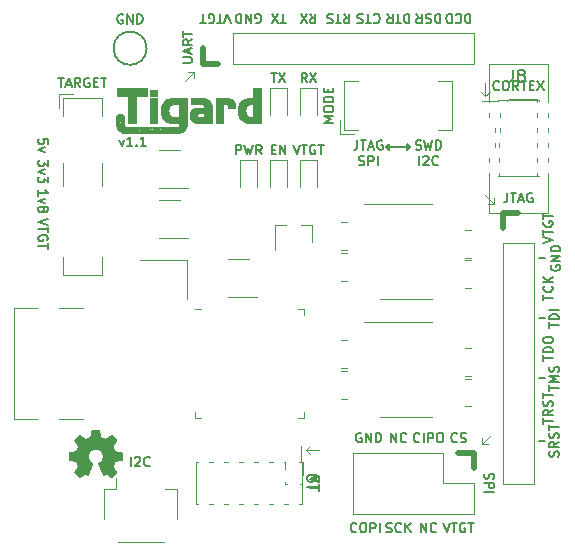
<source format=gto>
G04 #@! TF.GenerationSoftware,KiCad,Pcbnew,(5.1.9-0-10_14)*
G04 #@! TF.CreationDate,2021-04-05T09:48:25+08:00*
G04 #@! TF.ProjectId,tigard,74696761-7264-42e6-9b69-6361645f7063,v1.1*
G04 #@! TF.SameCoordinates,Original*
G04 #@! TF.FileFunction,Legend,Top*
G04 #@! TF.FilePolarity,Positive*
%FSLAX46Y46*%
G04 Gerber Fmt 4.6, Leading zero omitted, Abs format (unit mm)*
G04 Created by KiCad (PCBNEW (5.1.9-0-10_14)) date 2021-04-05 09:48:25*
%MOMM*%
%LPD*%
G01*
G04 APERTURE LIST*
%ADD10C,0.150000*%
%ADD11C,0.120000*%
%ADD12C,0.500000*%
%ADD13C,0.010000*%
%ADD14O,1.000000X1.000000*%
%ADD15O,2.200000X1.100000*%
%ADD16C,0.750000*%
%ADD17O,1.700000X1.100000*%
%ADD18O,1.800000X1.800000*%
%ADD19C,2.100000*%
%ADD20C,1.500000*%
%ADD21C,3.300000*%
G04 APERTURE END LIST*
D10*
X60858000Y-42344000D02*
X60604000Y-42090000D01*
X60858000Y-41836000D02*
X60858000Y-42344000D01*
X60604000Y-42090000D02*
X60858000Y-41836000D01*
X62382000Y-42344000D02*
X62636000Y-42090000D01*
X62382000Y-41836000D02*
X62382000Y-42344000D01*
X62636000Y-42090000D02*
X62382000Y-41836000D01*
X60604000Y-42090000D02*
X62636000Y-42090000D01*
X50850476Y-35801904D02*
X51307619Y-35801904D01*
X51079047Y-36601904D02*
X51079047Y-35801904D01*
X51498095Y-35801904D02*
X52031428Y-36601904D01*
X52031428Y-35801904D02*
X51498095Y-36601904D01*
X53866666Y-36601904D02*
X53600000Y-36220952D01*
X53409523Y-36601904D02*
X53409523Y-35801904D01*
X53714285Y-35801904D01*
X53790476Y-35840000D01*
X53828571Y-35878095D01*
X53866666Y-35954285D01*
X53866666Y-36068571D01*
X53828571Y-36144761D01*
X53790476Y-36182857D01*
X53714285Y-36220952D01*
X53409523Y-36220952D01*
X54133333Y-35801904D02*
X54666666Y-36601904D01*
X54666666Y-35801904D02*
X54133333Y-36601904D01*
X37989700Y-41453371D02*
X38180176Y-41986704D01*
X38370652Y-41453371D01*
X39094461Y-41986704D02*
X38637319Y-41986704D01*
X38865890Y-41986704D02*
X38865890Y-41186704D01*
X38789700Y-41300990D01*
X38713509Y-41377180D01*
X38637319Y-41415276D01*
X39437319Y-41910514D02*
X39475414Y-41948609D01*
X39437319Y-41986704D01*
X39399223Y-41948609D01*
X39437319Y-41910514D01*
X39437319Y-41986704D01*
X40237319Y-41986704D02*
X39780176Y-41986704D01*
X40008747Y-41986704D02*
X40008747Y-41186704D01*
X39932557Y-41300990D01*
X39856366Y-41377180D01*
X39780176Y-41415276D01*
X74066000Y-51480000D02*
X73558000Y-51480000D01*
X74066000Y-56560000D02*
X73558000Y-56560000D01*
X74066000Y-61640000D02*
X73558000Y-61640000D01*
X74066000Y-66974000D02*
X73558000Y-66974000D01*
X65423809Y-73901904D02*
X65690476Y-74701904D01*
X65957142Y-73901904D01*
X66109523Y-73901904D02*
X66566666Y-73901904D01*
X66338095Y-74701904D02*
X66338095Y-73901904D01*
X67252380Y-73940000D02*
X67176190Y-73901904D01*
X67061904Y-73901904D01*
X66947619Y-73940000D01*
X66871428Y-74016190D01*
X66833333Y-74092380D01*
X66795238Y-74244761D01*
X66795238Y-74359047D01*
X66833333Y-74511428D01*
X66871428Y-74587619D01*
X66947619Y-74663809D01*
X67061904Y-74701904D01*
X67138095Y-74701904D01*
X67252380Y-74663809D01*
X67290476Y-74625714D01*
X67290476Y-74359047D01*
X67138095Y-74359047D01*
X67519047Y-73901904D02*
X67976190Y-73901904D01*
X67747619Y-74701904D02*
X67747619Y-73901904D01*
X58064095Y-74625714D02*
X58026000Y-74663809D01*
X57911714Y-74701904D01*
X57835523Y-74701904D01*
X57721238Y-74663809D01*
X57645047Y-74587619D01*
X57606952Y-74511428D01*
X57568857Y-74359047D01*
X57568857Y-74244761D01*
X57606952Y-74092380D01*
X57645047Y-74016190D01*
X57721238Y-73940000D01*
X57835523Y-73901904D01*
X57911714Y-73901904D01*
X58026000Y-73940000D01*
X58064095Y-73978095D01*
X58559333Y-73901904D02*
X58711714Y-73901904D01*
X58787904Y-73940000D01*
X58864095Y-74016190D01*
X58902190Y-74168571D01*
X58902190Y-74435238D01*
X58864095Y-74587619D01*
X58787904Y-74663809D01*
X58711714Y-74701904D01*
X58559333Y-74701904D01*
X58483142Y-74663809D01*
X58406952Y-74587619D01*
X58368857Y-74435238D01*
X58368857Y-74168571D01*
X58406952Y-74016190D01*
X58483142Y-73940000D01*
X58559333Y-73901904D01*
X59245047Y-74701904D02*
X59245047Y-73901904D01*
X59549809Y-73901904D01*
X59626000Y-73940000D01*
X59664095Y-73978095D01*
X59702190Y-74054285D01*
X59702190Y-74168571D01*
X59664095Y-74244761D01*
X59626000Y-74282857D01*
X59549809Y-74320952D01*
X59245047Y-74320952D01*
X60045047Y-74701904D02*
X60045047Y-73901904D01*
X58470476Y-66320000D02*
X58394285Y-66281904D01*
X58280000Y-66281904D01*
X58165714Y-66320000D01*
X58089523Y-66396190D01*
X58051428Y-66472380D01*
X58013333Y-66624761D01*
X58013333Y-66739047D01*
X58051428Y-66891428D01*
X58089523Y-66967619D01*
X58165714Y-67043809D01*
X58280000Y-67081904D01*
X58356190Y-67081904D01*
X58470476Y-67043809D01*
X58508571Y-67005714D01*
X58508571Y-66739047D01*
X58356190Y-66739047D01*
X58851428Y-67081904D02*
X58851428Y-66281904D01*
X59308571Y-67081904D01*
X59308571Y-66281904D01*
X59689523Y-67081904D02*
X59689523Y-66281904D01*
X59880000Y-66281904D01*
X59994285Y-66320000D01*
X60070476Y-66396190D01*
X60108571Y-66472380D01*
X60146666Y-66624761D01*
X60146666Y-66739047D01*
X60108571Y-66891428D01*
X60070476Y-66967619D01*
X59994285Y-67043809D01*
X59880000Y-67081904D01*
X59689523Y-67081904D01*
X60991428Y-67081904D02*
X60991428Y-66281904D01*
X61448571Y-67081904D01*
X61448571Y-66281904D01*
X62286666Y-67005714D02*
X62248571Y-67043809D01*
X62134285Y-67081904D01*
X62058095Y-67081904D01*
X61943809Y-67043809D01*
X61867619Y-66967619D01*
X61829523Y-66891428D01*
X61791428Y-66739047D01*
X61791428Y-66624761D01*
X61829523Y-66472380D01*
X61867619Y-66396190D01*
X61943809Y-66320000D01*
X62058095Y-66281904D01*
X62134285Y-66281904D01*
X62248571Y-66320000D01*
X62286666Y-66358095D01*
X66566666Y-67005714D02*
X66528571Y-67043809D01*
X66414285Y-67081904D01*
X66338095Y-67081904D01*
X66223809Y-67043809D01*
X66147619Y-66967619D01*
X66109523Y-66891428D01*
X66071428Y-66739047D01*
X66071428Y-66624761D01*
X66109523Y-66472380D01*
X66147619Y-66396190D01*
X66223809Y-66320000D01*
X66338095Y-66281904D01*
X66414285Y-66281904D01*
X66528571Y-66320000D01*
X66566666Y-66358095D01*
X66871428Y-67043809D02*
X66985714Y-67081904D01*
X67176190Y-67081904D01*
X67252380Y-67043809D01*
X67290476Y-67005714D01*
X67328571Y-66929523D01*
X67328571Y-66853333D01*
X67290476Y-66777142D01*
X67252380Y-66739047D01*
X67176190Y-66700952D01*
X67023809Y-66662857D01*
X66947619Y-66624761D01*
X66909523Y-66586666D01*
X66871428Y-66510476D01*
X66871428Y-66434285D01*
X66909523Y-66358095D01*
X66947619Y-66320000D01*
X67023809Y-66281904D01*
X67214285Y-66281904D01*
X67328571Y-66320000D01*
X63531428Y-74701904D02*
X63531428Y-73901904D01*
X63988571Y-74701904D01*
X63988571Y-73901904D01*
X64826666Y-74625714D02*
X64788571Y-74663809D01*
X64674285Y-74701904D01*
X64598095Y-74701904D01*
X64483809Y-74663809D01*
X64407619Y-74587619D01*
X64369523Y-74511428D01*
X64331428Y-74359047D01*
X64331428Y-74244761D01*
X64369523Y-74092380D01*
X64407619Y-74016190D01*
X64483809Y-73940000D01*
X64598095Y-73901904D01*
X64674285Y-73901904D01*
X64788571Y-73940000D01*
X64826666Y-73978095D01*
X60591428Y-74663809D02*
X60705714Y-74701904D01*
X60896190Y-74701904D01*
X60972380Y-74663809D01*
X61010476Y-74625714D01*
X61048571Y-74549523D01*
X61048571Y-74473333D01*
X61010476Y-74397142D01*
X60972380Y-74359047D01*
X60896190Y-74320952D01*
X60743809Y-74282857D01*
X60667619Y-74244761D01*
X60629523Y-74206666D01*
X60591428Y-74130476D01*
X60591428Y-74054285D01*
X60629523Y-73978095D01*
X60667619Y-73940000D01*
X60743809Y-73901904D01*
X60934285Y-73901904D01*
X61048571Y-73940000D01*
X61848571Y-74625714D02*
X61810476Y-74663809D01*
X61696190Y-74701904D01*
X61620000Y-74701904D01*
X61505714Y-74663809D01*
X61429523Y-74587619D01*
X61391428Y-74511428D01*
X61353333Y-74359047D01*
X61353333Y-74244761D01*
X61391428Y-74092380D01*
X61429523Y-74016190D01*
X61505714Y-73940000D01*
X61620000Y-73901904D01*
X61696190Y-73901904D01*
X61810476Y-73940000D01*
X61848571Y-73978095D01*
X62191428Y-74701904D02*
X62191428Y-73901904D01*
X62648571Y-74701904D02*
X62305714Y-74244761D01*
X62648571Y-73901904D02*
X62191428Y-74359047D01*
X63398095Y-67005714D02*
X63360000Y-67043809D01*
X63245714Y-67081904D01*
X63169523Y-67081904D01*
X63055238Y-67043809D01*
X62979047Y-66967619D01*
X62940952Y-66891428D01*
X62902857Y-66739047D01*
X62902857Y-66624761D01*
X62940952Y-66472380D01*
X62979047Y-66396190D01*
X63055238Y-66320000D01*
X63169523Y-66281904D01*
X63245714Y-66281904D01*
X63360000Y-66320000D01*
X63398095Y-66358095D01*
X63740952Y-67081904D02*
X63740952Y-66281904D01*
X64121904Y-67081904D02*
X64121904Y-66281904D01*
X64426666Y-66281904D01*
X64502857Y-66320000D01*
X64540952Y-66358095D01*
X64579047Y-66434285D01*
X64579047Y-66548571D01*
X64540952Y-66624761D01*
X64502857Y-66662857D01*
X64426666Y-66700952D01*
X64121904Y-66700952D01*
X65074285Y-66281904D02*
X65226666Y-66281904D01*
X65302857Y-66320000D01*
X65379047Y-66396190D01*
X65417142Y-66548571D01*
X65417142Y-66815238D01*
X65379047Y-66967619D01*
X65302857Y-67043809D01*
X65226666Y-67081904D01*
X65074285Y-67081904D01*
X64998095Y-67043809D01*
X64921904Y-66967619D01*
X64883809Y-66815238D01*
X64883809Y-66548571D01*
X64921904Y-66396190D01*
X64998095Y-66320000D01*
X65074285Y-66281904D01*
X31938095Y-48123809D02*
X31138095Y-48390476D01*
X31938095Y-48657142D01*
X31938095Y-48809523D02*
X31938095Y-49266666D01*
X31138095Y-49038095D02*
X31938095Y-49038095D01*
X31900000Y-49952380D02*
X31938095Y-49876190D01*
X31938095Y-49761904D01*
X31900000Y-49647619D01*
X31823809Y-49571428D01*
X31747619Y-49533333D01*
X31595238Y-49495238D01*
X31480952Y-49495238D01*
X31328571Y-49533333D01*
X31252380Y-49571428D01*
X31176190Y-49647619D01*
X31138095Y-49761904D01*
X31138095Y-49838095D01*
X31176190Y-49952380D01*
X31214285Y-49990476D01*
X31480952Y-49990476D01*
X31480952Y-49838095D01*
X31938095Y-50219047D02*
X31938095Y-50676190D01*
X31138095Y-50447619D02*
X31938095Y-50447619D01*
X31138095Y-46192857D02*
X31138095Y-45735714D01*
X31138095Y-45964285D02*
X31938095Y-45964285D01*
X31823809Y-45888095D01*
X31747619Y-45811904D01*
X31709523Y-45735714D01*
X31671428Y-46459523D02*
X31138095Y-46650000D01*
X31671428Y-46840476D01*
X31595238Y-47259523D02*
X31633333Y-47183333D01*
X31671428Y-47145238D01*
X31747619Y-47107142D01*
X31785714Y-47107142D01*
X31861904Y-47145238D01*
X31900000Y-47183333D01*
X31938095Y-47259523D01*
X31938095Y-47411904D01*
X31900000Y-47488095D01*
X31861904Y-47526190D01*
X31785714Y-47564285D01*
X31747619Y-47564285D01*
X31671428Y-47526190D01*
X31633333Y-47488095D01*
X31595238Y-47411904D01*
X31595238Y-47259523D01*
X31557142Y-47183333D01*
X31519047Y-47145238D01*
X31442857Y-47107142D01*
X31290476Y-47107142D01*
X31214285Y-47145238D01*
X31176190Y-47183333D01*
X31138095Y-47259523D01*
X31138095Y-47411904D01*
X31176190Y-47488095D01*
X31214285Y-47526190D01*
X31290476Y-47564285D01*
X31442857Y-47564285D01*
X31519047Y-47526190D01*
X31557142Y-47488095D01*
X31595238Y-47411904D01*
X31938095Y-43197619D02*
X31938095Y-43692857D01*
X31633333Y-43426190D01*
X31633333Y-43540476D01*
X31595238Y-43616666D01*
X31557142Y-43654761D01*
X31480952Y-43692857D01*
X31290476Y-43692857D01*
X31214285Y-43654761D01*
X31176190Y-43616666D01*
X31138095Y-43540476D01*
X31138095Y-43311904D01*
X31176190Y-43235714D01*
X31214285Y-43197619D01*
X31671428Y-43959523D02*
X31138095Y-44150000D01*
X31671428Y-44340476D01*
X31938095Y-44569047D02*
X31938095Y-45064285D01*
X31633333Y-44797619D01*
X31633333Y-44911904D01*
X31595238Y-44988095D01*
X31557142Y-45026190D01*
X31480952Y-45064285D01*
X31290476Y-45064285D01*
X31214285Y-45026190D01*
X31176190Y-44988095D01*
X31138095Y-44911904D01*
X31138095Y-44683333D01*
X31176190Y-44607142D01*
X31214285Y-44569047D01*
X31938095Y-41785714D02*
X31938095Y-41404761D01*
X31557142Y-41366666D01*
X31595238Y-41404761D01*
X31633333Y-41480952D01*
X31633333Y-41671428D01*
X31595238Y-41747619D01*
X31557142Y-41785714D01*
X31480952Y-41823809D01*
X31290476Y-41823809D01*
X31214285Y-41785714D01*
X31176190Y-41747619D01*
X31138095Y-41671428D01*
X31138095Y-41480952D01*
X31176190Y-41404761D01*
X31214285Y-41366666D01*
X31671428Y-42090476D02*
X31138095Y-42280952D01*
X31671428Y-42471428D01*
X67709523Y-30798095D02*
X67709523Y-31598095D01*
X67519047Y-31598095D01*
X67404761Y-31560000D01*
X67328571Y-31483809D01*
X67290476Y-31407619D01*
X67252380Y-31255238D01*
X67252380Y-31140952D01*
X67290476Y-30988571D01*
X67328571Y-30912380D01*
X67404761Y-30836190D01*
X67519047Y-30798095D01*
X67709523Y-30798095D01*
X66452380Y-30874285D02*
X66490476Y-30836190D01*
X66604761Y-30798095D01*
X66680952Y-30798095D01*
X66795238Y-30836190D01*
X66871428Y-30912380D01*
X66909523Y-30988571D01*
X66947619Y-31140952D01*
X66947619Y-31255238D01*
X66909523Y-31407619D01*
X66871428Y-31483809D01*
X66795238Y-31560000D01*
X66680952Y-31598095D01*
X66604761Y-31598095D01*
X66490476Y-31560000D01*
X66452380Y-31521904D01*
X66109523Y-30798095D02*
X66109523Y-31598095D01*
X65919047Y-31598095D01*
X65804761Y-31560000D01*
X65728571Y-31483809D01*
X65690476Y-31407619D01*
X65652380Y-31255238D01*
X65652380Y-31140952D01*
X65690476Y-30988571D01*
X65728571Y-30912380D01*
X65804761Y-30836190D01*
X65919047Y-30798095D01*
X66109523Y-30798095D01*
X65150476Y-30798095D02*
X65150476Y-31598095D01*
X64960000Y-31598095D01*
X64845714Y-31560000D01*
X64769523Y-31483809D01*
X64731428Y-31407619D01*
X64693333Y-31255238D01*
X64693333Y-31140952D01*
X64731428Y-30988571D01*
X64769523Y-30912380D01*
X64845714Y-30836190D01*
X64960000Y-30798095D01*
X65150476Y-30798095D01*
X64388571Y-30836190D02*
X64274285Y-30798095D01*
X64083809Y-30798095D01*
X64007619Y-30836190D01*
X63969523Y-30874285D01*
X63931428Y-30950476D01*
X63931428Y-31026666D01*
X63969523Y-31102857D01*
X64007619Y-31140952D01*
X64083809Y-31179047D01*
X64236190Y-31217142D01*
X64312380Y-31255238D01*
X64350476Y-31293333D01*
X64388571Y-31369523D01*
X64388571Y-31445714D01*
X64350476Y-31521904D01*
X64312380Y-31560000D01*
X64236190Y-31598095D01*
X64045714Y-31598095D01*
X63931428Y-31560000D01*
X63131428Y-30798095D02*
X63398095Y-31179047D01*
X63588571Y-30798095D02*
X63588571Y-31598095D01*
X63283809Y-31598095D01*
X63207619Y-31560000D01*
X63169523Y-31521904D01*
X63131428Y-31445714D01*
X63131428Y-31331428D01*
X63169523Y-31255238D01*
X63207619Y-31217142D01*
X63283809Y-31179047D01*
X63588571Y-31179047D01*
X62534285Y-30798095D02*
X62534285Y-31598095D01*
X62343809Y-31598095D01*
X62229523Y-31560000D01*
X62153333Y-31483809D01*
X62115238Y-31407619D01*
X62077142Y-31255238D01*
X62077142Y-31140952D01*
X62115238Y-30988571D01*
X62153333Y-30912380D01*
X62229523Y-30836190D01*
X62343809Y-30798095D01*
X62534285Y-30798095D01*
X61848571Y-31598095D02*
X61391428Y-31598095D01*
X61620000Y-30798095D02*
X61620000Y-31598095D01*
X60667619Y-30798095D02*
X60934285Y-31179047D01*
X61124761Y-30798095D02*
X61124761Y-31598095D01*
X60820000Y-31598095D01*
X60743809Y-31560000D01*
X60705714Y-31521904D01*
X60667619Y-31445714D01*
X60667619Y-31331428D01*
X60705714Y-31255238D01*
X60743809Y-31217142D01*
X60820000Y-31179047D01*
X61124761Y-31179047D01*
X59518095Y-30874285D02*
X59556190Y-30836190D01*
X59670476Y-30798095D01*
X59746666Y-30798095D01*
X59860952Y-30836190D01*
X59937142Y-30912380D01*
X59975238Y-30988571D01*
X60013333Y-31140952D01*
X60013333Y-31255238D01*
X59975238Y-31407619D01*
X59937142Y-31483809D01*
X59860952Y-31560000D01*
X59746666Y-31598095D01*
X59670476Y-31598095D01*
X59556190Y-31560000D01*
X59518095Y-31521904D01*
X59289523Y-31598095D02*
X58832380Y-31598095D01*
X59060952Y-30798095D02*
X59060952Y-31598095D01*
X58603809Y-30836190D02*
X58489523Y-30798095D01*
X58299047Y-30798095D01*
X58222857Y-30836190D01*
X58184761Y-30874285D01*
X58146666Y-30950476D01*
X58146666Y-31026666D01*
X58184761Y-31102857D01*
X58222857Y-31140952D01*
X58299047Y-31179047D01*
X58451428Y-31217142D01*
X58527619Y-31255238D01*
X58565714Y-31293333D01*
X58603809Y-31369523D01*
X58603809Y-31445714D01*
X58565714Y-31521904D01*
X58527619Y-31560000D01*
X58451428Y-31598095D01*
X58260952Y-31598095D01*
X58146666Y-31560000D01*
X56978095Y-30798095D02*
X57244761Y-31179047D01*
X57435238Y-30798095D02*
X57435238Y-31598095D01*
X57130476Y-31598095D01*
X57054285Y-31560000D01*
X57016190Y-31521904D01*
X56978095Y-31445714D01*
X56978095Y-31331428D01*
X57016190Y-31255238D01*
X57054285Y-31217142D01*
X57130476Y-31179047D01*
X57435238Y-31179047D01*
X56749523Y-31598095D02*
X56292380Y-31598095D01*
X56520952Y-30798095D02*
X56520952Y-31598095D01*
X56063809Y-30836190D02*
X55949523Y-30798095D01*
X55759047Y-30798095D01*
X55682857Y-30836190D01*
X55644761Y-30874285D01*
X55606666Y-30950476D01*
X55606666Y-31026666D01*
X55644761Y-31102857D01*
X55682857Y-31140952D01*
X55759047Y-31179047D01*
X55911428Y-31217142D01*
X55987619Y-31255238D01*
X56025714Y-31293333D01*
X56063809Y-31369523D01*
X56063809Y-31445714D01*
X56025714Y-31521904D01*
X55987619Y-31560000D01*
X55911428Y-31598095D01*
X55720952Y-31598095D01*
X55606666Y-31560000D01*
X47402190Y-31598095D02*
X47135523Y-30798095D01*
X46868857Y-31598095D01*
X46716476Y-31598095D02*
X46259333Y-31598095D01*
X46487904Y-30798095D02*
X46487904Y-31598095D01*
X45573619Y-31560000D02*
X45649809Y-31598095D01*
X45764095Y-31598095D01*
X45878380Y-31560000D01*
X45954571Y-31483809D01*
X45992666Y-31407619D01*
X46030761Y-31255238D01*
X46030761Y-31140952D01*
X45992666Y-30988571D01*
X45954571Y-30912380D01*
X45878380Y-30836190D01*
X45764095Y-30798095D01*
X45687904Y-30798095D01*
X45573619Y-30836190D01*
X45535523Y-30874285D01*
X45535523Y-31140952D01*
X45687904Y-31140952D01*
X45306952Y-31598095D02*
X44849809Y-31598095D01*
X45078380Y-30798095D02*
X45078380Y-31598095D01*
X54133333Y-30798095D02*
X54400000Y-31179047D01*
X54590476Y-30798095D02*
X54590476Y-31598095D01*
X54285714Y-31598095D01*
X54209523Y-31560000D01*
X54171428Y-31521904D01*
X54133333Y-31445714D01*
X54133333Y-31331428D01*
X54171428Y-31255238D01*
X54209523Y-31217142D01*
X54285714Y-31179047D01*
X54590476Y-31179047D01*
X53866666Y-31598095D02*
X53333333Y-30798095D01*
X53333333Y-31598095D02*
X53866666Y-30798095D01*
X52069523Y-31598095D02*
X51612380Y-31598095D01*
X51840952Y-30798095D02*
X51840952Y-31598095D01*
X51421904Y-31598095D02*
X50888571Y-30798095D01*
X50888571Y-31598095D02*
X51421904Y-30798095D01*
X49529523Y-31560000D02*
X49605714Y-31598095D01*
X49720000Y-31598095D01*
X49834285Y-31560000D01*
X49910476Y-31483809D01*
X49948571Y-31407619D01*
X49986666Y-31255238D01*
X49986666Y-31140952D01*
X49948571Y-30988571D01*
X49910476Y-30912380D01*
X49834285Y-30836190D01*
X49720000Y-30798095D01*
X49643809Y-30798095D01*
X49529523Y-30836190D01*
X49491428Y-30874285D01*
X49491428Y-31140952D01*
X49643809Y-31140952D01*
X49148571Y-30798095D02*
X49148571Y-31598095D01*
X48691428Y-30798095D01*
X48691428Y-31598095D01*
X48310476Y-30798095D02*
X48310476Y-31598095D01*
X48120000Y-31598095D01*
X48005714Y-31560000D01*
X47929523Y-31483809D01*
X47891428Y-31407619D01*
X47853333Y-31255238D01*
X47853333Y-31140952D01*
X47891428Y-30988571D01*
X47929523Y-30912380D01*
X48005714Y-30836190D01*
X48120000Y-30798095D01*
X48310476Y-30798095D01*
X74555000Y-52089523D02*
X74516904Y-52165714D01*
X74516904Y-52280000D01*
X74555000Y-52394285D01*
X74631190Y-52470476D01*
X74707380Y-52508571D01*
X74859761Y-52546666D01*
X74974047Y-52546666D01*
X75126428Y-52508571D01*
X75202619Y-52470476D01*
X75278809Y-52394285D01*
X75316904Y-52280000D01*
X75316904Y-52203809D01*
X75278809Y-52089523D01*
X75240714Y-52051428D01*
X74974047Y-52051428D01*
X74974047Y-52203809D01*
X75316904Y-51708571D02*
X74516904Y-51708571D01*
X75316904Y-51251428D01*
X74516904Y-51251428D01*
X75316904Y-50870476D02*
X74516904Y-50870476D01*
X74516904Y-50680000D01*
X74555000Y-50565714D01*
X74631190Y-50489523D01*
X74707380Y-50451428D01*
X74859761Y-50413333D01*
X74974047Y-50413333D01*
X75126428Y-50451428D01*
X75202619Y-50489523D01*
X75278809Y-50565714D01*
X75316904Y-50680000D01*
X75316904Y-50870476D01*
X73881904Y-50216190D02*
X74681904Y-49949523D01*
X73881904Y-49682857D01*
X73881904Y-49530476D02*
X73881904Y-49073333D01*
X74681904Y-49301904D02*
X73881904Y-49301904D01*
X73920000Y-48387619D02*
X73881904Y-48463809D01*
X73881904Y-48578095D01*
X73920000Y-48692380D01*
X73996190Y-48768571D01*
X74072380Y-48806666D01*
X74224761Y-48844761D01*
X74339047Y-48844761D01*
X74491428Y-48806666D01*
X74567619Y-48768571D01*
X74643809Y-48692380D01*
X74681904Y-48578095D01*
X74681904Y-48501904D01*
X74643809Y-48387619D01*
X74605714Y-48349523D01*
X74339047Y-48349523D01*
X74339047Y-48501904D01*
X73881904Y-48120952D02*
X73881904Y-47663809D01*
X74681904Y-47892380D02*
X73881904Y-47892380D01*
X73881904Y-65494285D02*
X73881904Y-65037142D01*
X74681904Y-65265714D02*
X73881904Y-65265714D01*
X74681904Y-64313333D02*
X74300952Y-64580000D01*
X74681904Y-64770476D02*
X73881904Y-64770476D01*
X73881904Y-64465714D01*
X73920000Y-64389523D01*
X73958095Y-64351428D01*
X74034285Y-64313333D01*
X74148571Y-64313333D01*
X74224761Y-64351428D01*
X74262857Y-64389523D01*
X74300952Y-64465714D01*
X74300952Y-64770476D01*
X74643809Y-64008571D02*
X74681904Y-63894285D01*
X74681904Y-63703809D01*
X74643809Y-63627619D01*
X74605714Y-63589523D01*
X74529523Y-63551428D01*
X74453333Y-63551428D01*
X74377142Y-63589523D01*
X74339047Y-63627619D01*
X74300952Y-63703809D01*
X74262857Y-63856190D01*
X74224761Y-63932380D01*
X74186666Y-63970476D01*
X74110476Y-64008571D01*
X74034285Y-64008571D01*
X73958095Y-63970476D01*
X73920000Y-63932380D01*
X73881904Y-63856190D01*
X73881904Y-63665714D01*
X73920000Y-63551428D01*
X73881904Y-63322857D02*
X73881904Y-62865714D01*
X74681904Y-63094285D02*
X73881904Y-63094285D01*
X74389904Y-57379047D02*
X74389904Y-56921904D01*
X75189904Y-57150476D02*
X74389904Y-57150476D01*
X75189904Y-56655238D02*
X74389904Y-56655238D01*
X74389904Y-56464761D01*
X74428000Y-56350476D01*
X74504190Y-56274285D01*
X74580380Y-56236190D01*
X74732761Y-56198095D01*
X74847047Y-56198095D01*
X74999428Y-56236190D01*
X75075619Y-56274285D01*
X75151809Y-56350476D01*
X75189904Y-56464761D01*
X75189904Y-56655238D01*
X75189904Y-55855238D02*
X74389904Y-55855238D01*
X74389904Y-62706666D02*
X74389904Y-62249523D01*
X75189904Y-62478095D02*
X74389904Y-62478095D01*
X75189904Y-61982857D02*
X74389904Y-61982857D01*
X74961333Y-61716190D01*
X74389904Y-61449523D01*
X75189904Y-61449523D01*
X75151809Y-61106666D02*
X75189904Y-60992380D01*
X75189904Y-60801904D01*
X75151809Y-60725714D01*
X75113714Y-60687619D01*
X75037523Y-60649523D01*
X74961333Y-60649523D01*
X74885142Y-60687619D01*
X74847047Y-60725714D01*
X74808952Y-60801904D01*
X74770857Y-60954285D01*
X74732761Y-61030476D01*
X74694666Y-61068571D01*
X74618476Y-61106666D01*
X74542285Y-61106666D01*
X74466095Y-61068571D01*
X74428000Y-61030476D01*
X74389904Y-60954285D01*
X74389904Y-60763809D01*
X74428000Y-60649523D01*
X73881904Y-55048571D02*
X73881904Y-54591428D01*
X74681904Y-54820000D02*
X73881904Y-54820000D01*
X74605714Y-53867619D02*
X74643809Y-53905714D01*
X74681904Y-54020000D01*
X74681904Y-54096190D01*
X74643809Y-54210476D01*
X74567619Y-54286666D01*
X74491428Y-54324761D01*
X74339047Y-54362857D01*
X74224761Y-54362857D01*
X74072380Y-54324761D01*
X73996190Y-54286666D01*
X73920000Y-54210476D01*
X73881904Y-54096190D01*
X73881904Y-54020000D01*
X73920000Y-53905714D01*
X73958095Y-53867619D01*
X74681904Y-53524761D02*
X73881904Y-53524761D01*
X74681904Y-53067619D02*
X74224761Y-53410476D01*
X73881904Y-53067619D02*
X74339047Y-53524761D01*
X73881904Y-60147619D02*
X73881904Y-59690476D01*
X74681904Y-59919047D02*
X73881904Y-59919047D01*
X74681904Y-59423809D02*
X73881904Y-59423809D01*
X73881904Y-59233333D01*
X73920000Y-59119047D01*
X73996190Y-59042857D01*
X74072380Y-59004761D01*
X74224761Y-58966666D01*
X74339047Y-58966666D01*
X74491428Y-59004761D01*
X74567619Y-59042857D01*
X74643809Y-59119047D01*
X74681904Y-59233333D01*
X74681904Y-59423809D01*
X73881904Y-58471428D02*
X73881904Y-58319047D01*
X73920000Y-58242857D01*
X73996190Y-58166666D01*
X74148571Y-58128571D01*
X74415238Y-58128571D01*
X74567619Y-58166666D01*
X74643809Y-58242857D01*
X74681904Y-58319047D01*
X74681904Y-58471428D01*
X74643809Y-58547619D01*
X74567619Y-58623809D01*
X74415238Y-58661904D01*
X74148571Y-58661904D01*
X73996190Y-58623809D01*
X73920000Y-58547619D01*
X73881904Y-58471428D01*
X75151809Y-68288285D02*
X75189904Y-68174000D01*
X75189904Y-67983523D01*
X75151809Y-67907333D01*
X75113714Y-67869238D01*
X75037523Y-67831142D01*
X74961333Y-67831142D01*
X74885142Y-67869238D01*
X74847047Y-67907333D01*
X74808952Y-67983523D01*
X74770857Y-68135904D01*
X74732761Y-68212095D01*
X74694666Y-68250190D01*
X74618476Y-68288285D01*
X74542285Y-68288285D01*
X74466095Y-68250190D01*
X74428000Y-68212095D01*
X74389904Y-68135904D01*
X74389904Y-67945428D01*
X74428000Y-67831142D01*
X75189904Y-67031142D02*
X74808952Y-67297809D01*
X75189904Y-67488285D02*
X74389904Y-67488285D01*
X74389904Y-67183523D01*
X74428000Y-67107333D01*
X74466095Y-67069238D01*
X74542285Y-67031142D01*
X74656571Y-67031142D01*
X74732761Y-67069238D01*
X74770857Y-67107333D01*
X74808952Y-67183523D01*
X74808952Y-67488285D01*
X75151809Y-66726380D02*
X75189904Y-66612095D01*
X75189904Y-66421619D01*
X75151809Y-66345428D01*
X75113714Y-66307333D01*
X75037523Y-66269238D01*
X74961333Y-66269238D01*
X74885142Y-66307333D01*
X74847047Y-66345428D01*
X74808952Y-66421619D01*
X74770857Y-66574000D01*
X74732761Y-66650190D01*
X74694666Y-66688285D01*
X74618476Y-66726380D01*
X74542285Y-66726380D01*
X74466095Y-66688285D01*
X74428000Y-66650190D01*
X74389904Y-66574000D01*
X74389904Y-66383523D01*
X74428000Y-66269238D01*
X74389904Y-66040666D02*
X74389904Y-65583523D01*
X75189904Y-65812095D02*
X74389904Y-65812095D01*
X63074285Y-42238809D02*
X63188571Y-42276904D01*
X63379047Y-42276904D01*
X63455238Y-42238809D01*
X63493333Y-42200714D01*
X63531428Y-42124523D01*
X63531428Y-42048333D01*
X63493333Y-41972142D01*
X63455238Y-41934047D01*
X63379047Y-41895952D01*
X63226666Y-41857857D01*
X63150476Y-41819761D01*
X63112380Y-41781666D01*
X63074285Y-41705476D01*
X63074285Y-41629285D01*
X63112380Y-41553095D01*
X63150476Y-41515000D01*
X63226666Y-41476904D01*
X63417142Y-41476904D01*
X63531428Y-41515000D01*
X63798095Y-41476904D02*
X63988571Y-42276904D01*
X64140952Y-41705476D01*
X64293333Y-42276904D01*
X64483809Y-41476904D01*
X64788571Y-42276904D02*
X64788571Y-41476904D01*
X64979047Y-41476904D01*
X65093333Y-41515000D01*
X65169523Y-41591190D01*
X65207619Y-41667380D01*
X65245714Y-41819761D01*
X65245714Y-41934047D01*
X65207619Y-42086428D01*
X65169523Y-42162619D01*
X65093333Y-42238809D01*
X64979047Y-42276904D01*
X64788571Y-42276904D01*
X63379047Y-43626904D02*
X63379047Y-42826904D01*
X63721904Y-42903095D02*
X63760000Y-42865000D01*
X63836190Y-42826904D01*
X64026666Y-42826904D01*
X64102857Y-42865000D01*
X64140952Y-42903095D01*
X64179047Y-42979285D01*
X64179047Y-43055476D01*
X64140952Y-43169761D01*
X63683809Y-43626904D01*
X64179047Y-43626904D01*
X64979047Y-43550714D02*
X64940952Y-43588809D01*
X64826666Y-43626904D01*
X64750476Y-43626904D01*
X64636190Y-43588809D01*
X64560000Y-43512619D01*
X64521904Y-43436428D01*
X64483809Y-43284047D01*
X64483809Y-43169761D01*
X64521904Y-43017380D01*
X64560000Y-42941190D01*
X64636190Y-42865000D01*
X64750476Y-42826904D01*
X64826666Y-42826904D01*
X64940952Y-42865000D01*
X64979047Y-42903095D01*
X58146666Y-41476904D02*
X58146666Y-42048333D01*
X58108571Y-42162619D01*
X58032380Y-42238809D01*
X57918095Y-42276904D01*
X57841904Y-42276904D01*
X58413333Y-41476904D02*
X58870476Y-41476904D01*
X58641904Y-42276904D02*
X58641904Y-41476904D01*
X59099047Y-42048333D02*
X59480000Y-42048333D01*
X59022857Y-42276904D02*
X59289523Y-41476904D01*
X59556190Y-42276904D01*
X60241904Y-41515000D02*
X60165714Y-41476904D01*
X60051428Y-41476904D01*
X59937142Y-41515000D01*
X59860952Y-41591190D01*
X59822857Y-41667380D01*
X59784761Y-41819761D01*
X59784761Y-41934047D01*
X59822857Y-42086428D01*
X59860952Y-42162619D01*
X59937142Y-42238809D01*
X60051428Y-42276904D01*
X60127619Y-42276904D01*
X60241904Y-42238809D01*
X60280000Y-42200714D01*
X60280000Y-41934047D01*
X60127619Y-41934047D01*
X58260952Y-43588809D02*
X58375238Y-43626904D01*
X58565714Y-43626904D01*
X58641904Y-43588809D01*
X58680000Y-43550714D01*
X58718095Y-43474523D01*
X58718095Y-43398333D01*
X58680000Y-43322142D01*
X58641904Y-43284047D01*
X58565714Y-43245952D01*
X58413333Y-43207857D01*
X58337142Y-43169761D01*
X58299047Y-43131666D01*
X58260952Y-43055476D01*
X58260952Y-42979285D01*
X58299047Y-42903095D01*
X58337142Y-42865000D01*
X58413333Y-42826904D01*
X58603809Y-42826904D01*
X58718095Y-42865000D01*
X59060952Y-43626904D02*
X59060952Y-42826904D01*
X59365714Y-42826904D01*
X59441904Y-42865000D01*
X59480000Y-42903095D01*
X59518095Y-42979285D01*
X59518095Y-43093571D01*
X59480000Y-43169761D01*
X59441904Y-43207857D01*
X59365714Y-43245952D01*
X59060952Y-43245952D01*
X59860952Y-43626904D02*
X59860952Y-42826904D01*
X47853333Y-42697904D02*
X47853333Y-41897904D01*
X48158095Y-41897904D01*
X48234285Y-41936000D01*
X48272380Y-41974095D01*
X48310476Y-42050285D01*
X48310476Y-42164571D01*
X48272380Y-42240761D01*
X48234285Y-42278857D01*
X48158095Y-42316952D01*
X47853333Y-42316952D01*
X48577142Y-41897904D02*
X48767619Y-42697904D01*
X48920000Y-42126476D01*
X49072380Y-42697904D01*
X49262857Y-41897904D01*
X50024761Y-42697904D02*
X49758095Y-42316952D01*
X49567619Y-42697904D02*
X49567619Y-41897904D01*
X49872380Y-41897904D01*
X49948571Y-41936000D01*
X49986666Y-41974095D01*
X50024761Y-42050285D01*
X50024761Y-42164571D01*
X49986666Y-42240761D01*
X49948571Y-42278857D01*
X49872380Y-42316952D01*
X49567619Y-42316952D01*
X52723809Y-41897904D02*
X52990476Y-42697904D01*
X53257142Y-41897904D01*
X53409523Y-41897904D02*
X53866666Y-41897904D01*
X53638095Y-42697904D02*
X53638095Y-41897904D01*
X54552380Y-41936000D02*
X54476190Y-41897904D01*
X54361904Y-41897904D01*
X54247619Y-41936000D01*
X54171428Y-42012190D01*
X54133333Y-42088380D01*
X54095238Y-42240761D01*
X54095238Y-42355047D01*
X54133333Y-42507428D01*
X54171428Y-42583619D01*
X54247619Y-42659809D01*
X54361904Y-42697904D01*
X54438095Y-42697904D01*
X54552380Y-42659809D01*
X54590476Y-42621714D01*
X54590476Y-42355047D01*
X54438095Y-42355047D01*
X54819047Y-41897904D02*
X55276190Y-41897904D01*
X55047619Y-42697904D02*
X55047619Y-41897904D01*
X50869523Y-42278857D02*
X51136190Y-42278857D01*
X51250476Y-42697904D02*
X50869523Y-42697904D01*
X50869523Y-41897904D01*
X51250476Y-41897904D01*
X51593333Y-42697904D02*
X51593333Y-41897904D01*
X52050476Y-42697904D01*
X52050476Y-41897904D01*
D11*
X44442580Y-68728420D02*
X44442580Y-69550890D01*
X44442580Y-71435950D02*
X44442580Y-72258420D01*
X44442580Y-70165950D02*
X44442580Y-70820890D01*
X51997580Y-68728420D02*
X44442580Y-68728420D01*
X53452580Y-72258420D02*
X44442580Y-72258420D01*
X51997580Y-68728420D02*
X51997580Y-69294949D01*
X51997580Y-70421891D02*
X51997580Y-70564949D01*
X52051051Y-70618420D02*
X52194109Y-70618420D01*
X53321051Y-70618420D02*
X53452580Y-70618420D01*
X53452580Y-70618420D02*
X53452580Y-70820890D01*
X53452580Y-71435950D02*
X53452580Y-72258420D01*
X52757580Y-68728420D02*
X53517580Y-68728420D01*
X53517580Y-68728420D02*
X53517580Y-69858420D01*
X70200000Y-38870000D02*
X70970000Y-38040000D01*
X70200000Y-38880000D02*
X70160000Y-44545000D01*
X72687530Y-44545000D02*
X73330000Y-44545000D01*
X70160000Y-44545000D02*
X72710000Y-44540000D01*
X73330000Y-39405000D02*
X73330000Y-44545000D01*
X73330000Y-38810000D02*
X73330000Y-39405000D01*
X73330000Y-38010000D02*
X73330000Y-38770000D01*
X71000000Y-38010000D02*
X73330000Y-38010000D01*
X69280000Y-34995000D02*
X74280000Y-34995000D01*
X74280000Y-34995000D02*
X74280000Y-47645000D01*
X74280000Y-47645000D02*
X69280000Y-47645000D01*
X69280000Y-47645000D02*
X69280000Y-42320000D01*
X69280000Y-42320000D02*
X69780000Y-42320000D01*
X69780000Y-42320000D02*
X69780000Y-40320000D01*
X69780000Y-40320000D02*
X69280000Y-40320000D01*
X69280000Y-40320000D02*
X69280000Y-34995000D01*
X53455000Y-68745000D02*
X53455000Y-72275000D01*
X44445000Y-68745000D02*
X44445000Y-72275000D01*
X53390000Y-67420000D02*
X53390000Y-68745000D01*
X53455000Y-68745000D02*
X53390000Y-68745000D01*
X53455000Y-72275000D02*
X53390000Y-72275000D01*
X44510000Y-68745000D02*
X44445000Y-68745000D01*
X44510000Y-72275000D02*
X44445000Y-72275000D01*
X53776000Y-67716000D02*
X54853630Y-67716000D01*
X53776000Y-67716000D02*
X54135210Y-68075210D01*
X54135210Y-67356790D02*
X53776000Y-67716000D01*
X53776000Y-67716000D02*
X54135210Y-67356790D01*
X29100000Y-55700000D02*
X29100000Y-65100000D01*
X34900000Y-65100000D02*
X32900000Y-65100000D01*
X31000000Y-65100000D02*
X29100000Y-65100000D01*
X34900000Y-55700000D02*
X32900000Y-55700000D01*
X31000000Y-55700000D02*
X29100000Y-55700000D01*
X70450000Y-70590000D02*
X73110000Y-70590000D01*
X70450000Y-50210000D02*
X70450000Y-70590000D01*
X73110000Y-50210000D02*
X73110000Y-70590000D01*
X70450000Y-50210000D02*
X73110000Y-50210000D01*
D12*
X70450000Y-48940000D02*
X70450000Y-47610000D01*
X70450000Y-47610000D02*
X71780000Y-47610000D01*
D11*
X69748000Y-46908000D02*
X69240000Y-46908000D01*
X69748000Y-46908000D02*
X68986000Y-46146000D01*
X69748000Y-46908000D02*
X69748000Y-46400000D01*
X69240000Y-46908000D02*
X69748000Y-46908000D01*
D13*
G36*
X43686061Y-39043288D02*
G01*
X43686041Y-39199843D01*
X43685977Y-39341755D01*
X43685862Y-39469772D01*
X43685689Y-39584645D01*
X43685450Y-39687122D01*
X43685138Y-39777955D01*
X43684747Y-39857892D01*
X43684269Y-39927683D01*
X43683696Y-39988079D01*
X43683023Y-40039828D01*
X43682242Y-40083680D01*
X43681345Y-40120386D01*
X43680326Y-40150695D01*
X43679177Y-40175357D01*
X43677892Y-40195121D01*
X43676463Y-40210738D01*
X43674882Y-40222957D01*
X43674863Y-40223083D01*
X43650956Y-40334921D01*
X43615343Y-40437468D01*
X43568239Y-40530340D01*
X43509855Y-40613153D01*
X43440405Y-40685526D01*
X43398786Y-40719820D01*
X43347283Y-40753736D01*
X43285047Y-40786420D01*
X43216710Y-40815712D01*
X43146907Y-40839452D01*
X43134916Y-40842866D01*
X43058758Y-40863879D01*
X41904212Y-40869366D01*
X41746407Y-40870070D01*
X41575616Y-40870750D01*
X41394245Y-40871400D01*
X41204703Y-40872014D01*
X41009396Y-40872585D01*
X40810733Y-40873109D01*
X40611120Y-40873579D01*
X40412965Y-40873990D01*
X40218675Y-40874336D01*
X40030659Y-40874611D01*
X39851322Y-40874809D01*
X39683074Y-40874924D01*
X39579728Y-40874953D01*
X39421966Y-40874957D01*
X39278832Y-40874937D01*
X39149558Y-40874883D01*
X39033377Y-40874788D01*
X38929523Y-40874643D01*
X38837229Y-40874440D01*
X38755727Y-40874170D01*
X38684252Y-40873826D01*
X38622035Y-40873398D01*
X38568311Y-40872879D01*
X38522312Y-40872260D01*
X38483272Y-40871533D01*
X38450423Y-40870690D01*
X38423000Y-40869722D01*
X38400234Y-40868622D01*
X38381360Y-40867380D01*
X38365610Y-40865988D01*
X38352217Y-40864439D01*
X38340415Y-40862723D01*
X38332818Y-40861441D01*
X38269290Y-40849065D01*
X38216519Y-40835912D01*
X38169878Y-40820568D01*
X38124744Y-40801621D01*
X38103100Y-40791249D01*
X38018080Y-40740733D01*
X37989500Y-40717177D01*
X38269687Y-40717177D01*
X38277593Y-40722548D01*
X38287750Y-40725869D01*
X38302240Y-40726477D01*
X38316847Y-40717815D01*
X38333732Y-40698099D01*
X38348988Y-40675304D01*
X38365755Y-40653433D01*
X38378386Y-40645761D01*
X38385805Y-40651403D01*
X38386935Y-40669470D01*
X38380701Y-40699078D01*
X38380140Y-40700967D01*
X38369422Y-40736578D01*
X38390354Y-40740765D01*
X38408321Y-40743523D01*
X38435885Y-40746839D01*
X38467301Y-40750025D01*
X38469477Y-40750224D01*
X38527669Y-40755497D01*
X38572957Y-40720649D01*
X38618026Y-40682226D01*
X38658086Y-40639213D01*
X38697850Y-40586547D01*
X38698037Y-40586278D01*
X38716857Y-40562178D01*
X38736529Y-40541705D01*
X38754433Y-40527027D01*
X38767950Y-40520315D01*
X38774291Y-40523133D01*
X38772834Y-40535124D01*
X38765623Y-40557394D01*
X38754151Y-40586638D01*
X38739909Y-40619552D01*
X38724388Y-40652833D01*
X38709081Y-40683176D01*
X38695478Y-40707277D01*
X38685073Y-40721832D01*
X38684181Y-40722715D01*
X38661503Y-40744502D01*
X38650790Y-40758082D01*
X38652422Y-40765388D01*
X38666777Y-40768349D01*
X38693264Y-40768897D01*
X38743867Y-40768897D01*
X38748373Y-40762254D01*
X38829273Y-40762254D01*
X38836410Y-40765113D01*
X38855590Y-40767355D01*
X38883463Y-40768675D01*
X38902123Y-40768897D01*
X38936316Y-40768630D01*
X38958388Y-40767368D01*
X38971609Y-40764421D01*
X38979248Y-40759099D01*
X38984122Y-40751579D01*
X38996073Y-40732004D01*
X39012305Y-40709248D01*
X39030214Y-40686473D01*
X39047199Y-40666841D01*
X39060654Y-40653515D01*
X39067978Y-40649656D01*
X39068009Y-40649674D01*
X39069800Y-40658750D01*
X39066379Y-40676701D01*
X39063619Y-40685398D01*
X39055395Y-40715503D01*
X39052544Y-40741683D01*
X39055042Y-40760568D01*
X39062865Y-40768787D01*
X39064203Y-40768897D01*
X39076006Y-40763993D01*
X39094118Y-40751349D01*
X39108460Y-40739202D01*
X39139236Y-40713524D01*
X39164500Y-40697327D01*
X39181698Y-40691927D01*
X39185058Y-40698796D01*
X39185932Y-40716371D01*
X39185073Y-40730412D01*
X39181375Y-40768897D01*
X39359123Y-40768897D01*
X39353278Y-40747730D01*
X39398843Y-40747730D01*
X39398849Y-40768897D01*
X39513554Y-40768897D01*
X39508998Y-40704333D01*
X39507320Y-40666774D01*
X39508885Y-40638497D01*
X39514241Y-40613630D01*
X39518754Y-40599969D01*
X39530883Y-40571481D01*
X39542783Y-40552717D01*
X39552964Y-40545722D01*
X39557055Y-40547386D01*
X39560373Y-40556049D01*
X39566273Y-40576389D01*
X39573832Y-40605088D01*
X39579899Y-40629541D01*
X39589487Y-40665857D01*
X39599813Y-40699680D01*
X39609333Y-40726169D01*
X39613963Y-40736425D01*
X39629078Y-40765048D01*
X39630185Y-40738109D01*
X39633402Y-40707385D01*
X39639625Y-40684134D01*
X39647809Y-40672017D01*
X39649213Y-40671362D01*
X39656096Y-40676468D01*
X39667353Y-40692220D01*
X39680711Y-40715379D01*
X39682552Y-40718898D01*
X39708407Y-40768897D01*
X39874189Y-40768897D01*
X39976122Y-40768897D01*
X40061819Y-40768897D01*
X40034651Y-40735743D01*
X40015421Y-40709258D01*
X39997934Y-40680282D01*
X39991972Y-40668394D01*
X39976460Y-40634200D01*
X39976291Y-40701548D01*
X39976122Y-40768897D01*
X39874189Y-40768897D01*
X39887375Y-40716942D01*
X39893218Y-40688826D01*
X39898265Y-40655195D01*
X39902287Y-40619254D01*
X39905058Y-40584210D01*
X39906349Y-40553268D01*
X39905931Y-40529636D01*
X39903578Y-40516518D01*
X39901742Y-40514897D01*
X39890405Y-40519141D01*
X39879456Y-40526198D01*
X39864211Y-40535843D01*
X39855568Y-40533943D01*
X39850182Y-40518856D01*
X39848614Y-40511048D01*
X39844250Y-40487782D01*
X39983818Y-40487782D01*
X39986332Y-40496313D01*
X39992920Y-40515135D01*
X40002094Y-40540009D01*
X40020106Y-40584469D01*
X40038371Y-40623527D01*
X40055416Y-40654332D01*
X40069767Y-40674032D01*
X40072905Y-40677008D01*
X40084399Y-40688899D01*
X40100904Y-40708714D01*
X40116082Y-40728479D01*
X40145940Y-40768897D01*
X40241910Y-40768897D01*
X40278308Y-40768595D01*
X40308368Y-40767772D01*
X40329171Y-40766549D01*
X40337798Y-40765049D01*
X40337879Y-40764883D01*
X40334008Y-40756595D01*
X40324245Y-40740376D01*
X40318936Y-40732171D01*
X40299237Y-40696817D01*
X40285563Y-40657930D01*
X40276592Y-40611050D01*
X40272865Y-40576612D01*
X40268976Y-40537586D01*
X40264219Y-40511396D01*
X40256990Y-40495500D01*
X40245684Y-40487357D01*
X40228697Y-40484424D01*
X40214457Y-40484109D01*
X40192946Y-40484879D01*
X40180732Y-40489091D01*
X40176623Y-40499595D01*
X40179424Y-40519243D01*
X40187368Y-40548857D01*
X40200709Y-40597060D01*
X40210756Y-40635978D01*
X40217142Y-40664060D01*
X40219498Y-40679755D01*
X40219072Y-40682452D01*
X40210032Y-40681742D01*
X40193570Y-40673394D01*
X40173887Y-40659862D01*
X40159149Y-40647428D01*
X40143378Y-40626078D01*
X40127308Y-40592097D01*
X40117712Y-40565626D01*
X40107434Y-40535917D01*
X40098016Y-40511348D01*
X40091064Y-40496028D01*
X40089606Y-40493730D01*
X40079885Y-40489695D01*
X40060742Y-40486464D01*
X40036892Y-40484301D01*
X40013047Y-40483472D01*
X39993918Y-40484242D01*
X39984220Y-40486875D01*
X39983818Y-40487782D01*
X39844250Y-40487782D01*
X39843560Y-40484109D01*
X39794386Y-40484109D01*
X39769154Y-40485076D01*
X39751414Y-40487601D01*
X39745212Y-40490884D01*
X39747550Y-40502038D01*
X39753819Y-40524248D01*
X39762902Y-40554032D01*
X39773681Y-40587903D01*
X39785038Y-40622377D01*
X39795857Y-40653968D01*
X39805020Y-40679192D01*
X39808119Y-40687081D01*
X39815609Y-40709295D01*
X39818295Y-40725750D01*
X39817022Y-40730950D01*
X39805021Y-40733171D01*
X39787205Y-40725814D01*
X39767321Y-40711362D01*
X39749116Y-40692302D01*
X39741070Y-40680575D01*
X39727239Y-40653695D01*
X39713437Y-40621817D01*
X39707783Y-40606653D01*
X39692407Y-40562924D01*
X39680605Y-40531793D01*
X39671287Y-40511188D01*
X39663361Y-40499037D01*
X39655738Y-40493267D01*
X39647340Y-40491806D01*
X39635382Y-40494158D01*
X39630502Y-40504150D01*
X39629758Y-40518745D01*
X39628024Y-40536554D01*
X39623762Y-40545453D01*
X39622858Y-40545685D01*
X39614077Y-40540360D01*
X39599771Y-40526880D01*
X39592306Y-40518745D01*
X39577787Y-40503608D01*
X39564490Y-40495543D01*
X39546679Y-40492345D01*
X39522235Y-40491806D01*
X39493227Y-40493134D01*
X39478364Y-40497259D01*
X39475799Y-40501427D01*
X39472035Y-40512667D01*
X39462246Y-40532383D01*
X39450276Y-40553382D01*
X39435047Y-40585347D01*
X39420777Y-40626952D01*
X39408984Y-40672451D01*
X39401189Y-40716100D01*
X39398843Y-40747730D01*
X39353278Y-40747730D01*
X39351152Y-40740033D01*
X39345736Y-40699280D01*
X39348550Y-40650188D01*
X39359070Y-40597079D01*
X39374031Y-40551108D01*
X39397473Y-40491107D01*
X39350121Y-40493381D01*
X39302768Y-40495655D01*
X39270630Y-40544835D01*
X39254397Y-40569043D01*
X39240916Y-40588000D01*
X39232740Y-40598138D01*
X39232079Y-40598714D01*
X39224885Y-40608007D01*
X39214433Y-40625766D01*
X39210273Y-40633680D01*
X39195744Y-40657399D01*
X39183609Y-40666171D01*
X39173371Y-40660169D01*
X39167507Y-40648457D01*
X39162913Y-40620780D01*
X39165358Y-40585783D01*
X39174050Y-40549396D01*
X39184016Y-40525104D01*
X39193094Y-40506821D01*
X39198269Y-40495477D01*
X39198728Y-40494027D01*
X39191567Y-40493107D01*
X39172232Y-40492379D01*
X39143940Y-40491930D01*
X39119834Y-40491831D01*
X39040940Y-40491856D01*
X39018756Y-40545947D01*
X39008840Y-40568506D01*
X38998268Y-40587605D01*
X38984752Y-40606094D01*
X38966002Y-40626828D01*
X38939729Y-40652659D01*
X38912923Y-40677824D01*
X38883546Y-40705568D01*
X38858681Y-40729861D01*
X38840312Y-40748701D01*
X38830426Y-40760083D01*
X38829273Y-40762254D01*
X38748373Y-40762254D01*
X38768670Y-40732336D01*
X38786121Y-40707445D01*
X38803323Y-40684213D01*
X38811170Y-40674259D01*
X38825001Y-40652816D01*
X38835328Y-40625022D01*
X38840191Y-40601518D01*
X38895070Y-40601518D01*
X38897967Y-40603460D01*
X38905166Y-40600140D01*
X38916159Y-40589897D01*
X38931295Y-40570360D01*
X38947318Y-40545735D01*
X38947492Y-40545442D01*
X38961278Y-40521871D01*
X38971281Y-40503949D01*
X38975489Y-40495289D01*
X38975515Y-40495103D01*
X38968739Y-40492922D01*
X38952079Y-40491834D01*
X38948576Y-40491806D01*
X38930343Y-40493259D01*
X38922882Y-40499733D01*
X38921637Y-40510764D01*
X38918838Y-40528732D01*
X38911690Y-40553724D01*
X38906250Y-40568758D01*
X38897798Y-40590876D01*
X38895070Y-40601518D01*
X38840191Y-40601518D01*
X38843037Y-40587769D01*
X38848477Y-40543533D01*
X38853638Y-40491350D01*
X38751559Y-40493502D01*
X38649480Y-40495655D01*
X38643508Y-40518024D01*
X38635544Y-40534960D01*
X38621510Y-40555074D01*
X38605050Y-40574085D01*
X38589806Y-40587712D01*
X38580679Y-40591867D01*
X38577801Y-40584795D01*
X38577249Y-40565758D01*
X38579118Y-40538020D01*
X38579122Y-40537988D01*
X38581640Y-40509864D01*
X38581708Y-40493723D01*
X38578705Y-40486262D01*
X38572009Y-40484179D01*
X38568987Y-40484109D01*
X38562179Y-40483299D01*
X40346393Y-40483299D01*
X40350335Y-40566446D01*
X40354205Y-40625038D01*
X40359896Y-40670827D01*
X40367893Y-40706350D01*
X40378680Y-40734140D01*
X40384409Y-40744528D01*
X40399229Y-40768897D01*
X40622667Y-40768897D01*
X41105783Y-40768897D01*
X41176849Y-40768897D01*
X41176849Y-40731826D01*
X41172325Y-40670907D01*
X41159480Y-40614038D01*
X41139402Y-40564951D01*
X41119153Y-40534139D01*
X41111375Y-40525786D01*
X41110779Y-40527511D01*
X41113455Y-40540892D01*
X41115200Y-40565857D01*
X41116000Y-40598620D01*
X41115839Y-40635398D01*
X41114704Y-40672408D01*
X41112580Y-40705865D01*
X41111502Y-40716942D01*
X41105783Y-40768897D01*
X40622667Y-40768897D01*
X40622667Y-40734261D01*
X40624188Y-40710124D01*
X40629001Y-40700786D01*
X40637478Y-40705927D01*
X40644440Y-40715768D01*
X40653731Y-40727956D01*
X40657407Y-40726728D01*
X40655210Y-40713102D01*
X40649597Y-40695481D01*
X40641390Y-40658790D01*
X40638773Y-40615194D01*
X40641911Y-40572192D01*
X40646410Y-40550561D01*
X40650686Y-40526322D01*
X40650569Y-40506501D01*
X40685748Y-40506501D01*
X40689541Y-40531128D01*
X40694844Y-40558847D01*
X40714136Y-40620209D01*
X40748455Y-40680347D01*
X40795019Y-40736512D01*
X40813573Y-40754983D01*
X40827831Y-40764593D01*
X40843851Y-40767874D01*
X40867691Y-40767355D01*
X40868730Y-40767299D01*
X40910825Y-40765048D01*
X40932039Y-40722715D01*
X40943662Y-40695211D01*
X40956015Y-40659092D01*
X40966935Y-40620863D01*
X40969787Y-40609185D01*
X40977498Y-40578528D01*
X40984667Y-40554494D01*
X40990256Y-40540359D01*
X40992347Y-40537988D01*
X40999806Y-40545072D01*
X41007469Y-40563950D01*
X41014484Y-40591055D01*
X41019995Y-40622822D01*
X41023148Y-40655688D01*
X41023558Y-40668283D01*
X41024206Y-40726564D01*
X41039796Y-40692585D01*
X41046609Y-40676021D01*
X41050729Y-40659805D01*
X41052477Y-40640091D01*
X41052175Y-40613028D01*
X41050145Y-40574770D01*
X41049933Y-40571357D01*
X41044482Y-40484109D01*
X41160407Y-40484109D01*
X41178005Y-40509124D01*
X41191573Y-40527210D01*
X41211278Y-40552046D01*
X41233209Y-40578720D01*
X41236608Y-40582764D01*
X41258765Y-40610959D01*
X41279074Y-40640107D01*
X41293500Y-40664374D01*
X41294580Y-40666548D01*
X41311546Y-40701707D01*
X41314055Y-40676269D01*
X41313693Y-40652608D01*
X41309747Y-40624300D01*
X41307816Y-40615576D01*
X41292600Y-40575344D01*
X41267511Y-40532665D01*
X41243242Y-40501427D01*
X41228156Y-40489904D01*
X41310492Y-40489904D01*
X41313577Y-40493096D01*
X41315290Y-40494019D01*
X41330934Y-40507945D01*
X41348456Y-40532847D01*
X41365971Y-40564774D01*
X41381590Y-40599777D01*
X41393426Y-40633906D01*
X41399592Y-40663210D01*
X41400061Y-40671434D01*
X41398424Y-40696612D01*
X41391348Y-40714653D01*
X41375585Y-40733316D01*
X41373122Y-40735800D01*
X41357598Y-40751890D01*
X41347862Y-40763071D01*
X41346182Y-40765818D01*
X41353171Y-40767454D01*
X41371310Y-40768571D01*
X41391587Y-40768897D01*
X41436991Y-40768897D01*
X41454147Y-40736185D01*
X41480525Y-40675866D01*
X41498700Y-40613146D01*
X41504160Y-40581464D01*
X41510018Y-40551646D01*
X41517828Y-40535845D01*
X41526887Y-40532915D01*
X41536497Y-40541710D01*
X41545955Y-40561083D01*
X41554561Y-40589888D01*
X41561615Y-40626979D01*
X41566415Y-40671210D01*
X41567258Y-40684679D01*
X41571700Y-40768897D01*
X41644705Y-40768897D01*
X41655506Y-40724639D01*
X41664298Y-40696410D01*
X41673336Y-40682048D01*
X41677503Y-40680382D01*
X41686483Y-40687864D01*
X41695616Y-40709489D01*
X41699899Y-40724639D01*
X41711101Y-40768897D01*
X41744398Y-40768897D01*
X41767545Y-40767048D01*
X41779275Y-40760635D01*
X41781955Y-40755427D01*
X41783713Y-40751096D01*
X41862788Y-40751096D01*
X41865914Y-40759225D01*
X41877545Y-40761162D01*
X41882944Y-40761200D01*
X41898446Y-40758920D01*
X41909366Y-40749526D01*
X41920154Y-40729197D01*
X41934573Y-40701458D01*
X41951965Y-40673369D01*
X41955650Y-40668115D01*
X41971836Y-40643008D01*
X41985830Y-40616827D01*
X41988460Y-40610926D01*
X41998395Y-40593249D01*
X42008008Y-40585998D01*
X42009936Y-40586207D01*
X42014691Y-40595117D01*
X42017522Y-40614959D01*
X42018478Y-40641397D01*
X42017608Y-40670096D01*
X42014962Y-40696721D01*
X42010589Y-40716937D01*
X42008397Y-40722200D01*
X42003958Y-40734611D01*
X42009938Y-40736837D01*
X42027063Y-40729093D01*
X42028642Y-40728215D01*
X42057434Y-40703773D01*
X42076063Y-40670236D01*
X42083593Y-40630834D01*
X42079087Y-40588797D01*
X42073870Y-40572401D01*
X42060288Y-40546549D01*
X42042259Y-40524899D01*
X42022487Y-40509168D01*
X42003674Y-40501072D01*
X41988524Y-40502324D01*
X41980219Y-40512973D01*
X41967124Y-40548472D01*
X41951914Y-40576367D01*
X41930359Y-40604302D01*
X41928458Y-40606508D01*
X41891350Y-40659749D01*
X41868942Y-40716579D01*
X41865479Y-40732336D01*
X41862788Y-40751096D01*
X41783713Y-40751096D01*
X41801116Y-40708239D01*
X41828859Y-40664098D01*
X41847414Y-40640799D01*
X41870956Y-40610078D01*
X41894383Y-40574890D01*
X41909946Y-40547808D01*
X41922749Y-40521797D01*
X41928600Y-40505855D01*
X41928281Y-40496737D01*
X41923455Y-40491744D01*
X41906354Y-40485055D01*
X41891686Y-40485837D01*
X41884996Y-40493706D01*
X41884970Y-40494419D01*
X41878564Y-40506949D01*
X41862807Y-40514031D01*
X41842891Y-40515264D01*
X41824009Y-40510246D01*
X41812182Y-40500042D01*
X41803370Y-40491535D01*
X41796970Y-40497605D01*
X41793329Y-40517572D01*
X41792606Y-40538235D01*
X41790648Y-40568861D01*
X41785618Y-40597753D01*
X41781206Y-40611949D01*
X41770062Y-40631523D01*
X41758456Y-40636975D01*
X41745864Y-40628012D01*
X41731760Y-40604344D01*
X41720478Y-40578293D01*
X41709251Y-40552002D01*
X41699365Y-40532398D01*
X41692616Y-40522961D01*
X41691705Y-40522594D01*
X41686438Y-40529390D01*
X41681399Y-40546368D01*
X41680133Y-40553221D01*
X41672242Y-40584372D01*
X41661000Y-40601940D01*
X41646966Y-40605219D01*
X41641042Y-40602587D01*
X41628349Y-40588966D01*
X41624660Y-40579496D01*
X41619992Y-40564775D01*
X41610558Y-40542197D01*
X41602235Y-40524518D01*
X41582271Y-40484109D01*
X41439211Y-40484223D01*
X41388991Y-40484403D01*
X41352587Y-40484937D01*
X41328420Y-40485949D01*
X41314914Y-40487562D01*
X41310492Y-40489904D01*
X41228156Y-40489904D01*
X41227157Y-40489141D01*
X41204341Y-40484384D01*
X41194225Y-40484109D01*
X41160407Y-40484109D01*
X41044482Y-40484109D01*
X40899758Y-40484109D01*
X40899758Y-40527474D01*
X40895201Y-40580406D01*
X40881081Y-40622732D01*
X40856722Y-40656416D01*
X40854682Y-40658437D01*
X40831835Y-40677944D01*
X40816993Y-40684306D01*
X40810147Y-40677524D01*
X40811286Y-40657597D01*
X40811736Y-40655367D01*
X40816386Y-40616382D01*
X40812356Y-40578731D01*
X40798923Y-40536237D01*
X40797336Y-40532234D01*
X40779569Y-40487958D01*
X40731906Y-40485666D01*
X40708444Y-40484602D01*
X40693838Y-40485927D01*
X40686726Y-40492331D01*
X40685748Y-40506501D01*
X40650569Y-40506501D01*
X40650560Y-40505010D01*
X40649992Y-40502147D01*
X40646927Y-40493012D01*
X40641175Y-40487634D01*
X40629405Y-40485209D01*
X40608286Y-40484930D01*
X40582034Y-40485726D01*
X40518758Y-40487958D01*
X40519676Y-40532598D01*
X40522903Y-40563769D01*
X40530628Y-40602322D01*
X40541471Y-40641411D01*
X40541843Y-40642561D01*
X40550841Y-40671983D01*
X40556968Y-40695527D01*
X40559351Y-40709659D01*
X40558959Y-40712019D01*
X40549161Y-40711875D01*
X40531191Y-40703678D01*
X40508518Y-40689446D01*
X40484615Y-40671195D01*
X40476394Y-40664045D01*
X40453688Y-40638848D01*
X40438100Y-40609106D01*
X40428058Y-40570976D01*
X40423177Y-40534139D01*
X40418697Y-40487958D01*
X40382545Y-40485628D01*
X40346393Y-40483299D01*
X38562179Y-40483299D01*
X38549569Y-40481799D01*
X38541266Y-40479437D01*
X38533581Y-40479205D01*
X38529936Y-40488335D01*
X38529032Y-40508301D01*
X38526636Y-40534390D01*
X38520514Y-40566632D01*
X38514510Y-40589395D01*
X38504132Y-40616864D01*
X38490002Y-40645729D01*
X38474264Y-40672497D01*
X38459063Y-40693675D01*
X38446541Y-40705768D01*
X38442140Y-40707321D01*
X38438402Y-40700433D01*
X38438364Y-40681901D01*
X38441651Y-40654929D01*
X38447885Y-40622717D01*
X38455712Y-40591867D01*
X38463725Y-40559243D01*
X38470329Y-40524782D01*
X38472373Y-40510512D01*
X38477006Y-40471491D01*
X38441005Y-40457743D01*
X38419648Y-40450571D01*
X38404805Y-40447418D01*
X38401088Y-40447910D01*
X38397220Y-40456917D01*
X38391163Y-40476313D01*
X38385562Y-40496831D01*
X38374486Y-40529470D01*
X38357060Y-40569426D01*
X38335857Y-40611687D01*
X38313448Y-40651242D01*
X38292406Y-40683078D01*
X38285448Y-40691936D01*
X38272398Y-40708336D01*
X38269687Y-40717177D01*
X37989500Y-40717177D01*
X37942297Y-40678272D01*
X37921403Y-40654939D01*
X38128849Y-40654939D01*
X38134991Y-40661479D01*
X38149920Y-40671373D01*
X38168390Y-40681647D01*
X38185156Y-40689323D01*
X38193457Y-40691587D01*
X38202154Y-40686504D01*
X38216744Y-40673152D01*
X38226262Y-40663064D01*
X38245442Y-40639723D01*
X38261053Y-40617120D01*
X38271014Y-40598665D01*
X38273245Y-40587770D01*
X38272699Y-40586909D01*
X38264852Y-40588724D01*
X38248324Y-40597112D01*
X38233334Y-40606109D01*
X38205223Y-40621637D01*
X38175217Y-40634846D01*
X38163172Y-40638972D01*
X38142889Y-40646095D01*
X38130569Y-40652611D01*
X38128849Y-40654939D01*
X37921403Y-40654939D01*
X37876427Y-40604714D01*
X37821147Y-40520909D01*
X37777132Y-40427705D01*
X37751161Y-40349412D01*
X37747351Y-40334963D01*
X37744122Y-40320561D01*
X37741403Y-40304763D01*
X37739122Y-40286126D01*
X37737207Y-40263205D01*
X37735588Y-40234558D01*
X37734193Y-40198742D01*
X37732950Y-40154313D01*
X37732320Y-40124722D01*
X37867984Y-40124722D01*
X37868119Y-40147447D01*
X37868741Y-40165453D01*
X37870114Y-40195508D01*
X37872326Y-40213716D01*
X37876731Y-40223618D01*
X37884685Y-40228752D01*
X37894091Y-40231687D01*
X37911538Y-40233710D01*
X37940513Y-40233950D01*
X37977258Y-40232457D01*
X38008747Y-40230137D01*
X38044630Y-40227326D01*
X38074604Y-40225619D01*
X38095530Y-40225150D01*
X38104264Y-40226050D01*
X38102309Y-40234037D01*
X38092124Y-40249909D01*
X38076273Y-40270574D01*
X38057321Y-40292942D01*
X38037833Y-40313922D01*
X38020373Y-40330425D01*
X38012722Y-40336364D01*
X37990346Y-40348636D01*
X37961028Y-40360919D01*
X37942368Y-40367152D01*
X37918883Y-40374965D01*
X37902783Y-40382065D01*
X37897950Y-40386192D01*
X37901185Y-40395656D01*
X37909663Y-40414615D01*
X37921141Y-40438147D01*
X37931801Y-40458325D01*
X37941841Y-40472342D01*
X37953690Y-40480425D01*
X37969775Y-40482798D01*
X37992524Y-40479689D01*
X38024365Y-40471323D01*
X38067726Y-40457926D01*
X38082667Y-40453175D01*
X38119349Y-40441717D01*
X38151126Y-40432208D01*
X38174925Y-40425539D01*
X38187670Y-40422599D01*
X38188500Y-40422534D01*
X38198500Y-40426401D01*
X38197113Y-40436962D01*
X38185943Y-40452654D01*
X38166594Y-40471912D01*
X38140670Y-40493172D01*
X38109776Y-40514870D01*
X38075515Y-40535441D01*
X38069205Y-40538856D01*
X38041623Y-40554017D01*
X38020091Y-40566789D01*
X38007616Y-40575339D01*
X38005705Y-40577553D01*
X38011629Y-40582999D01*
X38027005Y-40594215D01*
X38048235Y-40608812D01*
X38071716Y-40624399D01*
X38093850Y-40638588D01*
X38111035Y-40648987D01*
X38119671Y-40653208D01*
X38119682Y-40653209D01*
X38118738Y-40648338D01*
X38117004Y-40645260D01*
X38117924Y-40632719D01*
X38133018Y-40615833D01*
X38161822Y-40595035D01*
X38185853Y-40580655D01*
X38213253Y-40564276D01*
X38238183Y-40547934D01*
X38253682Y-40536407D01*
X38269874Y-40519095D01*
X38287979Y-40494301D01*
X38305404Y-40466343D01*
X38319555Y-40439540D01*
X38327839Y-40418211D01*
X38328970Y-40411033D01*
X38324558Y-40395564D01*
X38313332Y-40374440D01*
X38305563Y-40362950D01*
X38282157Y-40331122D01*
X38244794Y-40349888D01*
X38209652Y-40363386D01*
X38171422Y-40368467D01*
X38160443Y-40368655D01*
X38131889Y-40367268D01*
X38117055Y-40362753D01*
X38116087Y-40354579D01*
X38129129Y-40342214D01*
X38156325Y-40325125D01*
X38175099Y-40314739D01*
X38201599Y-40299786D01*
X38221367Y-40287297D01*
X38231637Y-40279091D01*
X38232316Y-40277132D01*
X38222914Y-40271917D01*
X38204597Y-40264108D01*
X38196574Y-40261027D01*
X38174073Y-40249650D01*
X38156763Y-40235763D01*
X38153813Y-40232033D01*
X38142365Y-40214715D01*
X38252000Y-40214715D01*
X38252000Y-40115729D01*
X38227036Y-40122889D01*
X38201228Y-40127298D01*
X38163708Y-40129845D01*
X38118026Y-40130659D01*
X38067734Y-40129867D01*
X38016385Y-40127597D01*
X37967530Y-40123976D01*
X37924720Y-40119132D01*
X37891508Y-40113193D01*
X37881466Y-40110463D01*
X37873989Y-40109117D01*
X37869718Y-40112907D01*
X37867984Y-40124722D01*
X37732320Y-40124722D01*
X37731789Y-40099827D01*
X37730637Y-40033842D01*
X37729423Y-39954914D01*
X37728502Y-39891442D01*
X37727256Y-39802907D01*
X37726286Y-39728377D01*
X37725623Y-39666464D01*
X37725562Y-39656995D01*
X37852477Y-39656995D01*
X37853500Y-39684086D01*
X37855535Y-39722126D01*
X37857903Y-39762179D01*
X37860231Y-39789889D01*
X37863251Y-39808288D01*
X37867692Y-39820406D01*
X37874284Y-39829275D01*
X37883333Y-39837564D01*
X37900848Y-39856673D01*
X37905535Y-39871826D01*
X37897423Y-39881334D01*
X37882546Y-39883745D01*
X37866182Y-39885664D01*
X37860152Y-39894633D01*
X37859455Y-39906477D01*
X37865897Y-39929884D01*
X37879108Y-39943038D01*
X37896764Y-39956119D01*
X37919478Y-39973773D01*
X37931063Y-39983048D01*
X37970292Y-40010088D01*
X38013082Y-40029157D01*
X38064569Y-40042410D01*
X38078818Y-40044968D01*
X38110534Y-40050543D01*
X38140160Y-40056170D01*
X38159637Y-40060270D01*
X38185805Y-40064669D01*
X38215025Y-40067331D01*
X38219288Y-40067500D01*
X38252000Y-40068473D01*
X38252000Y-40010745D01*
X38251293Y-39983126D01*
X38249422Y-39962661D01*
X38246765Y-39953127D01*
X38246228Y-39952863D01*
X38198267Y-39947762D01*
X38147578Y-39935930D01*
X38098794Y-39918957D01*
X38056550Y-39898428D01*
X38027721Y-39878017D01*
X38009983Y-39858604D01*
X37993267Y-39834685D01*
X37979764Y-39810258D01*
X37971666Y-39789324D01*
X37971165Y-39775881D01*
X37971457Y-39775347D01*
X37980030Y-39774340D01*
X37997430Y-39778123D01*
X38018489Y-39785068D01*
X38038043Y-39793545D01*
X38048031Y-39799492D01*
X38058241Y-39804270D01*
X38079522Y-39812557D01*
X38108332Y-39823010D01*
X38128849Y-39830136D01*
X38162519Y-39841968D01*
X38192776Y-39853197D01*
X38215239Y-39862169D01*
X38222754Y-39865578D01*
X38238787Y-39873019D01*
X38247770Y-39876048D01*
X38249511Y-39868883D01*
X38250904Y-39849514D01*
X38251781Y-39821128D01*
X38252000Y-39795667D01*
X38251644Y-39758588D01*
X38250262Y-39733857D01*
X38247387Y-39718439D01*
X38242551Y-39709297D01*
X38238059Y-39705227D01*
X38221615Y-39690063D01*
X38218103Y-39675044D01*
X38227163Y-39656036D01*
X38233056Y-39647913D01*
X38242222Y-39635200D01*
X38248063Y-39623536D01*
X38251149Y-39609302D01*
X38252048Y-39588877D01*
X38251331Y-39558639D01*
X38250478Y-39537103D01*
X38248594Y-39499167D01*
X38246078Y-39472733D01*
X38242074Y-39453911D01*
X38235724Y-39438810D01*
X38226173Y-39423539D01*
X38225148Y-39422053D01*
X38213090Y-39404766D01*
X38203642Y-39393438D01*
X38192884Y-39385367D01*
X38176897Y-39377852D01*
X38151760Y-39368190D01*
X38141345Y-39364279D01*
X38091362Y-39345465D01*
X38103083Y-39373518D01*
X38111733Y-39391569D01*
X38126137Y-39418856D01*
X38144148Y-39451404D01*
X38160166Y-39479333D01*
X38178808Y-39512670D01*
X38194675Y-39543611D01*
X38205922Y-39568398D01*
X38210484Y-39581875D01*
X38212568Y-39598912D01*
X38208086Y-39605676D01*
X38199682Y-39606655D01*
X38186021Y-39603258D01*
X38162898Y-39594180D01*
X38134379Y-39581084D01*
X38121407Y-39574600D01*
X38056026Y-39532527D01*
X37999620Y-39478265D01*
X37953218Y-39412809D01*
X37951773Y-39410303D01*
X37926994Y-39366994D01*
X37907802Y-39384839D01*
X37891855Y-39403380D01*
X37881161Y-39421927D01*
X37873907Y-39445061D01*
X37868282Y-39470785D01*
X37865142Y-39493918D01*
X37865341Y-39509282D01*
X37866332Y-39511830D01*
X37877936Y-39522872D01*
X37899742Y-39539579D01*
X37928644Y-39559878D01*
X37961534Y-39581698D01*
X37995307Y-39602965D01*
X38026856Y-39621609D01*
X38048120Y-39633097D01*
X38088515Y-39654269D01*
X38119848Y-39672610D01*
X38147221Y-39691323D01*
X38173664Y-39711924D01*
X38186569Y-39723504D01*
X38188086Y-39729802D01*
X38180686Y-39733959D01*
X38158042Y-39737039D01*
X38124731Y-39734273D01*
X38083898Y-39726608D01*
X38038689Y-39714995D01*
X37992247Y-39700383D01*
X37947719Y-39683721D01*
X37908250Y-39665959D01*
X37876984Y-39648047D01*
X37864438Y-39638487D01*
X37858580Y-39633960D01*
X37854787Y-39634094D01*
X37852829Y-39641052D01*
X37852477Y-39656995D01*
X37725562Y-39656995D01*
X37725294Y-39615782D01*
X37725330Y-39574943D01*
X37725758Y-39542561D01*
X37726609Y-39517247D01*
X37727912Y-39497616D01*
X37729695Y-39482279D01*
X37731987Y-39469850D01*
X37734818Y-39458941D01*
X37737776Y-39449505D01*
X37761363Y-39394913D01*
X37795321Y-39345980D01*
X37836419Y-39304036D01*
X37888005Y-39267465D01*
X37947693Y-39243486D01*
X38016238Y-39231802D01*
X38021745Y-39231413D01*
X38090484Y-39234228D01*
X38154469Y-39251158D01*
X38212496Y-39281343D01*
X38263360Y-39323919D01*
X38305856Y-39378023D01*
X38338780Y-39442793D01*
X38346565Y-39464041D01*
X38348430Y-39476984D01*
X38350314Y-39503981D01*
X38352172Y-39543694D01*
X38353961Y-39594782D01*
X38355637Y-39655907D01*
X38357154Y-39725730D01*
X38358470Y-39802910D01*
X38359009Y-39841582D01*
X38363606Y-40195812D01*
X38388308Y-40245673D01*
X38408391Y-40280562D01*
X38431882Y-40308348D01*
X38462554Y-40332627D01*
X38504181Y-40356991D01*
X38506462Y-40358195D01*
X38548334Y-40380200D01*
X40729148Y-40378862D01*
X42909963Y-40377524D01*
X42950036Y-40357918D01*
X42987326Y-40334178D01*
X43016178Y-40302774D01*
X43037320Y-40262146D01*
X43051480Y-40210737D01*
X43059383Y-40146987D01*
X43060849Y-40120427D01*
X43064504Y-40029988D01*
X42736804Y-40029988D01*
X42654038Y-40029916D01*
X42584760Y-40029656D01*
X42527063Y-40029138D01*
X42479039Y-40028294D01*
X42438783Y-40027056D01*
X42404388Y-40025354D01*
X42373948Y-40023121D01*
X42345556Y-40020289D01*
X42317306Y-40016787D01*
X42299052Y-40014254D01*
X42209442Y-39999135D01*
X42132410Y-39981275D01*
X42069168Y-39960966D01*
X42058152Y-39956583D01*
X42035280Y-39947784D01*
X42016517Y-39941421D01*
X41997456Y-39933397D01*
X41969250Y-39918780D01*
X41935455Y-39899670D01*
X41899628Y-39878170D01*
X41865326Y-39856382D01*
X41836107Y-39836408D01*
X41825569Y-39828575D01*
X41745147Y-39756910D01*
X41675538Y-39674336D01*
X41616731Y-39580836D01*
X41568716Y-39476389D01*
X41531485Y-39360978D01*
X41505026Y-39234583D01*
X41499234Y-39194867D01*
X41494699Y-39148301D01*
X41491590Y-39090738D01*
X41489907Y-39026313D01*
X41489650Y-38959167D01*
X41489744Y-38953858D01*
X42141204Y-38953858D01*
X42141851Y-39023528D01*
X42146906Y-39092022D01*
X42156026Y-39154925D01*
X42168863Y-39207819D01*
X42170897Y-39214057D01*
X42202380Y-39287746D01*
X42243413Y-39352978D01*
X42292573Y-39408288D01*
X42348437Y-39452212D01*
X42409581Y-39483287D01*
X42443000Y-39493884D01*
X42461702Y-39498546D01*
X42478555Y-39502332D01*
X42495393Y-39505342D01*
X42514045Y-39507675D01*
X42536344Y-39509430D01*
X42564122Y-39510705D01*
X42599208Y-39511600D01*
X42643436Y-39512214D01*
X42698636Y-39512645D01*
X42766640Y-39512994D01*
X42798985Y-39513138D01*
X43062606Y-39514291D01*
X43062606Y-38451269D01*
X42768197Y-38453907D01*
X42692962Y-38454607D01*
X42631429Y-38455295D01*
X42581909Y-38456075D01*
X42542712Y-38457048D01*
X42512146Y-38458317D01*
X42488521Y-38459984D01*
X42470148Y-38462153D01*
X42455335Y-38464926D01*
X42442393Y-38468406D01*
X42429630Y-38472695D01*
X42423758Y-38474820D01*
X42352564Y-38508175D01*
X42291816Y-38552490D01*
X42241407Y-38607923D01*
X42201232Y-38674629D01*
X42171185Y-38752764D01*
X42151161Y-38842486D01*
X42145314Y-38887427D01*
X42141204Y-38953858D01*
X41489744Y-38953858D01*
X41490819Y-38893435D01*
X41493413Y-38833257D01*
X41497434Y-38782771D01*
X41499241Y-38767685D01*
X41522763Y-38638224D01*
X41557017Y-38519759D01*
X41602078Y-38412180D01*
X41658016Y-38315377D01*
X41724903Y-38229241D01*
X41802813Y-38153663D01*
X41891816Y-38088533D01*
X41978883Y-38040013D01*
X42064560Y-38003729D01*
X42161752Y-37973081D01*
X42223637Y-37957746D01*
X42236540Y-37954900D01*
X42249236Y-37952394D01*
X42262761Y-37950203D01*
X42278153Y-37948301D01*
X42296449Y-37946662D01*
X42318686Y-37945260D01*
X42345902Y-37944070D01*
X42379132Y-37943064D01*
X42419415Y-37942218D01*
X42467787Y-37941506D01*
X42525286Y-37940901D01*
X42592949Y-37940377D01*
X42671812Y-37939909D01*
X42762914Y-37939471D01*
X42867291Y-37939037D01*
X42985979Y-37938581D01*
X42991409Y-37938561D01*
X43686061Y-37935943D01*
X43686061Y-39043288D01*
G37*
X43686061Y-39043288D02*
X43686041Y-39199843D01*
X43685977Y-39341755D01*
X43685862Y-39469772D01*
X43685689Y-39584645D01*
X43685450Y-39687122D01*
X43685138Y-39777955D01*
X43684747Y-39857892D01*
X43684269Y-39927683D01*
X43683696Y-39988079D01*
X43683023Y-40039828D01*
X43682242Y-40083680D01*
X43681345Y-40120386D01*
X43680326Y-40150695D01*
X43679177Y-40175357D01*
X43677892Y-40195121D01*
X43676463Y-40210738D01*
X43674882Y-40222957D01*
X43674863Y-40223083D01*
X43650956Y-40334921D01*
X43615343Y-40437468D01*
X43568239Y-40530340D01*
X43509855Y-40613153D01*
X43440405Y-40685526D01*
X43398786Y-40719820D01*
X43347283Y-40753736D01*
X43285047Y-40786420D01*
X43216710Y-40815712D01*
X43146907Y-40839452D01*
X43134916Y-40842866D01*
X43058758Y-40863879D01*
X41904212Y-40869366D01*
X41746407Y-40870070D01*
X41575616Y-40870750D01*
X41394245Y-40871400D01*
X41204703Y-40872014D01*
X41009396Y-40872585D01*
X40810733Y-40873109D01*
X40611120Y-40873579D01*
X40412965Y-40873990D01*
X40218675Y-40874336D01*
X40030659Y-40874611D01*
X39851322Y-40874809D01*
X39683074Y-40874924D01*
X39579728Y-40874953D01*
X39421966Y-40874957D01*
X39278832Y-40874937D01*
X39149558Y-40874883D01*
X39033377Y-40874788D01*
X38929523Y-40874643D01*
X38837229Y-40874440D01*
X38755727Y-40874170D01*
X38684252Y-40873826D01*
X38622035Y-40873398D01*
X38568311Y-40872879D01*
X38522312Y-40872260D01*
X38483272Y-40871533D01*
X38450423Y-40870690D01*
X38423000Y-40869722D01*
X38400234Y-40868622D01*
X38381360Y-40867380D01*
X38365610Y-40865988D01*
X38352217Y-40864439D01*
X38340415Y-40862723D01*
X38332818Y-40861441D01*
X38269290Y-40849065D01*
X38216519Y-40835912D01*
X38169878Y-40820568D01*
X38124744Y-40801621D01*
X38103100Y-40791249D01*
X38018080Y-40740733D01*
X37989500Y-40717177D01*
X38269687Y-40717177D01*
X38277593Y-40722548D01*
X38287750Y-40725869D01*
X38302240Y-40726477D01*
X38316847Y-40717815D01*
X38333732Y-40698099D01*
X38348988Y-40675304D01*
X38365755Y-40653433D01*
X38378386Y-40645761D01*
X38385805Y-40651403D01*
X38386935Y-40669470D01*
X38380701Y-40699078D01*
X38380140Y-40700967D01*
X38369422Y-40736578D01*
X38390354Y-40740765D01*
X38408321Y-40743523D01*
X38435885Y-40746839D01*
X38467301Y-40750025D01*
X38469477Y-40750224D01*
X38527669Y-40755497D01*
X38572957Y-40720649D01*
X38618026Y-40682226D01*
X38658086Y-40639213D01*
X38697850Y-40586547D01*
X38698037Y-40586278D01*
X38716857Y-40562178D01*
X38736529Y-40541705D01*
X38754433Y-40527027D01*
X38767950Y-40520315D01*
X38774291Y-40523133D01*
X38772834Y-40535124D01*
X38765623Y-40557394D01*
X38754151Y-40586638D01*
X38739909Y-40619552D01*
X38724388Y-40652833D01*
X38709081Y-40683176D01*
X38695478Y-40707277D01*
X38685073Y-40721832D01*
X38684181Y-40722715D01*
X38661503Y-40744502D01*
X38650790Y-40758082D01*
X38652422Y-40765388D01*
X38666777Y-40768349D01*
X38693264Y-40768897D01*
X38743867Y-40768897D01*
X38748373Y-40762254D01*
X38829273Y-40762254D01*
X38836410Y-40765113D01*
X38855590Y-40767355D01*
X38883463Y-40768675D01*
X38902123Y-40768897D01*
X38936316Y-40768630D01*
X38958388Y-40767368D01*
X38971609Y-40764421D01*
X38979248Y-40759099D01*
X38984122Y-40751579D01*
X38996073Y-40732004D01*
X39012305Y-40709248D01*
X39030214Y-40686473D01*
X39047199Y-40666841D01*
X39060654Y-40653515D01*
X39067978Y-40649656D01*
X39068009Y-40649674D01*
X39069800Y-40658750D01*
X39066379Y-40676701D01*
X39063619Y-40685398D01*
X39055395Y-40715503D01*
X39052544Y-40741683D01*
X39055042Y-40760568D01*
X39062865Y-40768787D01*
X39064203Y-40768897D01*
X39076006Y-40763993D01*
X39094118Y-40751349D01*
X39108460Y-40739202D01*
X39139236Y-40713524D01*
X39164500Y-40697327D01*
X39181698Y-40691927D01*
X39185058Y-40698796D01*
X39185932Y-40716371D01*
X39185073Y-40730412D01*
X39181375Y-40768897D01*
X39359123Y-40768897D01*
X39353278Y-40747730D01*
X39398843Y-40747730D01*
X39398849Y-40768897D01*
X39513554Y-40768897D01*
X39508998Y-40704333D01*
X39507320Y-40666774D01*
X39508885Y-40638497D01*
X39514241Y-40613630D01*
X39518754Y-40599969D01*
X39530883Y-40571481D01*
X39542783Y-40552717D01*
X39552964Y-40545722D01*
X39557055Y-40547386D01*
X39560373Y-40556049D01*
X39566273Y-40576389D01*
X39573832Y-40605088D01*
X39579899Y-40629541D01*
X39589487Y-40665857D01*
X39599813Y-40699680D01*
X39609333Y-40726169D01*
X39613963Y-40736425D01*
X39629078Y-40765048D01*
X39630185Y-40738109D01*
X39633402Y-40707385D01*
X39639625Y-40684134D01*
X39647809Y-40672017D01*
X39649213Y-40671362D01*
X39656096Y-40676468D01*
X39667353Y-40692220D01*
X39680711Y-40715379D01*
X39682552Y-40718898D01*
X39708407Y-40768897D01*
X39874189Y-40768897D01*
X39976122Y-40768897D01*
X40061819Y-40768897D01*
X40034651Y-40735743D01*
X40015421Y-40709258D01*
X39997934Y-40680282D01*
X39991972Y-40668394D01*
X39976460Y-40634200D01*
X39976291Y-40701548D01*
X39976122Y-40768897D01*
X39874189Y-40768897D01*
X39887375Y-40716942D01*
X39893218Y-40688826D01*
X39898265Y-40655195D01*
X39902287Y-40619254D01*
X39905058Y-40584210D01*
X39906349Y-40553268D01*
X39905931Y-40529636D01*
X39903578Y-40516518D01*
X39901742Y-40514897D01*
X39890405Y-40519141D01*
X39879456Y-40526198D01*
X39864211Y-40535843D01*
X39855568Y-40533943D01*
X39850182Y-40518856D01*
X39848614Y-40511048D01*
X39844250Y-40487782D01*
X39983818Y-40487782D01*
X39986332Y-40496313D01*
X39992920Y-40515135D01*
X40002094Y-40540009D01*
X40020106Y-40584469D01*
X40038371Y-40623527D01*
X40055416Y-40654332D01*
X40069767Y-40674032D01*
X40072905Y-40677008D01*
X40084399Y-40688899D01*
X40100904Y-40708714D01*
X40116082Y-40728479D01*
X40145940Y-40768897D01*
X40241910Y-40768897D01*
X40278308Y-40768595D01*
X40308368Y-40767772D01*
X40329171Y-40766549D01*
X40337798Y-40765049D01*
X40337879Y-40764883D01*
X40334008Y-40756595D01*
X40324245Y-40740376D01*
X40318936Y-40732171D01*
X40299237Y-40696817D01*
X40285563Y-40657930D01*
X40276592Y-40611050D01*
X40272865Y-40576612D01*
X40268976Y-40537586D01*
X40264219Y-40511396D01*
X40256990Y-40495500D01*
X40245684Y-40487357D01*
X40228697Y-40484424D01*
X40214457Y-40484109D01*
X40192946Y-40484879D01*
X40180732Y-40489091D01*
X40176623Y-40499595D01*
X40179424Y-40519243D01*
X40187368Y-40548857D01*
X40200709Y-40597060D01*
X40210756Y-40635978D01*
X40217142Y-40664060D01*
X40219498Y-40679755D01*
X40219072Y-40682452D01*
X40210032Y-40681742D01*
X40193570Y-40673394D01*
X40173887Y-40659862D01*
X40159149Y-40647428D01*
X40143378Y-40626078D01*
X40127308Y-40592097D01*
X40117712Y-40565626D01*
X40107434Y-40535917D01*
X40098016Y-40511348D01*
X40091064Y-40496028D01*
X40089606Y-40493730D01*
X40079885Y-40489695D01*
X40060742Y-40486464D01*
X40036892Y-40484301D01*
X40013047Y-40483472D01*
X39993918Y-40484242D01*
X39984220Y-40486875D01*
X39983818Y-40487782D01*
X39844250Y-40487782D01*
X39843560Y-40484109D01*
X39794386Y-40484109D01*
X39769154Y-40485076D01*
X39751414Y-40487601D01*
X39745212Y-40490884D01*
X39747550Y-40502038D01*
X39753819Y-40524248D01*
X39762902Y-40554032D01*
X39773681Y-40587903D01*
X39785038Y-40622377D01*
X39795857Y-40653968D01*
X39805020Y-40679192D01*
X39808119Y-40687081D01*
X39815609Y-40709295D01*
X39818295Y-40725750D01*
X39817022Y-40730950D01*
X39805021Y-40733171D01*
X39787205Y-40725814D01*
X39767321Y-40711362D01*
X39749116Y-40692302D01*
X39741070Y-40680575D01*
X39727239Y-40653695D01*
X39713437Y-40621817D01*
X39707783Y-40606653D01*
X39692407Y-40562924D01*
X39680605Y-40531793D01*
X39671287Y-40511188D01*
X39663361Y-40499037D01*
X39655738Y-40493267D01*
X39647340Y-40491806D01*
X39635382Y-40494158D01*
X39630502Y-40504150D01*
X39629758Y-40518745D01*
X39628024Y-40536554D01*
X39623762Y-40545453D01*
X39622858Y-40545685D01*
X39614077Y-40540360D01*
X39599771Y-40526880D01*
X39592306Y-40518745D01*
X39577787Y-40503608D01*
X39564490Y-40495543D01*
X39546679Y-40492345D01*
X39522235Y-40491806D01*
X39493227Y-40493134D01*
X39478364Y-40497259D01*
X39475799Y-40501427D01*
X39472035Y-40512667D01*
X39462246Y-40532383D01*
X39450276Y-40553382D01*
X39435047Y-40585347D01*
X39420777Y-40626952D01*
X39408984Y-40672451D01*
X39401189Y-40716100D01*
X39398843Y-40747730D01*
X39353278Y-40747730D01*
X39351152Y-40740033D01*
X39345736Y-40699280D01*
X39348550Y-40650188D01*
X39359070Y-40597079D01*
X39374031Y-40551108D01*
X39397473Y-40491107D01*
X39350121Y-40493381D01*
X39302768Y-40495655D01*
X39270630Y-40544835D01*
X39254397Y-40569043D01*
X39240916Y-40588000D01*
X39232740Y-40598138D01*
X39232079Y-40598714D01*
X39224885Y-40608007D01*
X39214433Y-40625766D01*
X39210273Y-40633680D01*
X39195744Y-40657399D01*
X39183609Y-40666171D01*
X39173371Y-40660169D01*
X39167507Y-40648457D01*
X39162913Y-40620780D01*
X39165358Y-40585783D01*
X39174050Y-40549396D01*
X39184016Y-40525104D01*
X39193094Y-40506821D01*
X39198269Y-40495477D01*
X39198728Y-40494027D01*
X39191567Y-40493107D01*
X39172232Y-40492379D01*
X39143940Y-40491930D01*
X39119834Y-40491831D01*
X39040940Y-40491856D01*
X39018756Y-40545947D01*
X39008840Y-40568506D01*
X38998268Y-40587605D01*
X38984752Y-40606094D01*
X38966002Y-40626828D01*
X38939729Y-40652659D01*
X38912923Y-40677824D01*
X38883546Y-40705568D01*
X38858681Y-40729861D01*
X38840312Y-40748701D01*
X38830426Y-40760083D01*
X38829273Y-40762254D01*
X38748373Y-40762254D01*
X38768670Y-40732336D01*
X38786121Y-40707445D01*
X38803323Y-40684213D01*
X38811170Y-40674259D01*
X38825001Y-40652816D01*
X38835328Y-40625022D01*
X38840191Y-40601518D01*
X38895070Y-40601518D01*
X38897967Y-40603460D01*
X38905166Y-40600140D01*
X38916159Y-40589897D01*
X38931295Y-40570360D01*
X38947318Y-40545735D01*
X38947492Y-40545442D01*
X38961278Y-40521871D01*
X38971281Y-40503949D01*
X38975489Y-40495289D01*
X38975515Y-40495103D01*
X38968739Y-40492922D01*
X38952079Y-40491834D01*
X38948576Y-40491806D01*
X38930343Y-40493259D01*
X38922882Y-40499733D01*
X38921637Y-40510764D01*
X38918838Y-40528732D01*
X38911690Y-40553724D01*
X38906250Y-40568758D01*
X38897798Y-40590876D01*
X38895070Y-40601518D01*
X38840191Y-40601518D01*
X38843037Y-40587769D01*
X38848477Y-40543533D01*
X38853638Y-40491350D01*
X38751559Y-40493502D01*
X38649480Y-40495655D01*
X38643508Y-40518024D01*
X38635544Y-40534960D01*
X38621510Y-40555074D01*
X38605050Y-40574085D01*
X38589806Y-40587712D01*
X38580679Y-40591867D01*
X38577801Y-40584795D01*
X38577249Y-40565758D01*
X38579118Y-40538020D01*
X38579122Y-40537988D01*
X38581640Y-40509864D01*
X38581708Y-40493723D01*
X38578705Y-40486262D01*
X38572009Y-40484179D01*
X38568987Y-40484109D01*
X38562179Y-40483299D01*
X40346393Y-40483299D01*
X40350335Y-40566446D01*
X40354205Y-40625038D01*
X40359896Y-40670827D01*
X40367893Y-40706350D01*
X40378680Y-40734140D01*
X40384409Y-40744528D01*
X40399229Y-40768897D01*
X40622667Y-40768897D01*
X41105783Y-40768897D01*
X41176849Y-40768897D01*
X41176849Y-40731826D01*
X41172325Y-40670907D01*
X41159480Y-40614038D01*
X41139402Y-40564951D01*
X41119153Y-40534139D01*
X41111375Y-40525786D01*
X41110779Y-40527511D01*
X41113455Y-40540892D01*
X41115200Y-40565857D01*
X41116000Y-40598620D01*
X41115839Y-40635398D01*
X41114704Y-40672408D01*
X41112580Y-40705865D01*
X41111502Y-40716942D01*
X41105783Y-40768897D01*
X40622667Y-40768897D01*
X40622667Y-40734261D01*
X40624188Y-40710124D01*
X40629001Y-40700786D01*
X40637478Y-40705927D01*
X40644440Y-40715768D01*
X40653731Y-40727956D01*
X40657407Y-40726728D01*
X40655210Y-40713102D01*
X40649597Y-40695481D01*
X40641390Y-40658790D01*
X40638773Y-40615194D01*
X40641911Y-40572192D01*
X40646410Y-40550561D01*
X40650686Y-40526322D01*
X40650569Y-40506501D01*
X40685748Y-40506501D01*
X40689541Y-40531128D01*
X40694844Y-40558847D01*
X40714136Y-40620209D01*
X40748455Y-40680347D01*
X40795019Y-40736512D01*
X40813573Y-40754983D01*
X40827831Y-40764593D01*
X40843851Y-40767874D01*
X40867691Y-40767355D01*
X40868730Y-40767299D01*
X40910825Y-40765048D01*
X40932039Y-40722715D01*
X40943662Y-40695211D01*
X40956015Y-40659092D01*
X40966935Y-40620863D01*
X40969787Y-40609185D01*
X40977498Y-40578528D01*
X40984667Y-40554494D01*
X40990256Y-40540359D01*
X40992347Y-40537988D01*
X40999806Y-40545072D01*
X41007469Y-40563950D01*
X41014484Y-40591055D01*
X41019995Y-40622822D01*
X41023148Y-40655688D01*
X41023558Y-40668283D01*
X41024206Y-40726564D01*
X41039796Y-40692585D01*
X41046609Y-40676021D01*
X41050729Y-40659805D01*
X41052477Y-40640091D01*
X41052175Y-40613028D01*
X41050145Y-40574770D01*
X41049933Y-40571357D01*
X41044482Y-40484109D01*
X41160407Y-40484109D01*
X41178005Y-40509124D01*
X41191573Y-40527210D01*
X41211278Y-40552046D01*
X41233209Y-40578720D01*
X41236608Y-40582764D01*
X41258765Y-40610959D01*
X41279074Y-40640107D01*
X41293500Y-40664374D01*
X41294580Y-40666548D01*
X41311546Y-40701707D01*
X41314055Y-40676269D01*
X41313693Y-40652608D01*
X41309747Y-40624300D01*
X41307816Y-40615576D01*
X41292600Y-40575344D01*
X41267511Y-40532665D01*
X41243242Y-40501427D01*
X41228156Y-40489904D01*
X41310492Y-40489904D01*
X41313577Y-40493096D01*
X41315290Y-40494019D01*
X41330934Y-40507945D01*
X41348456Y-40532847D01*
X41365971Y-40564774D01*
X41381590Y-40599777D01*
X41393426Y-40633906D01*
X41399592Y-40663210D01*
X41400061Y-40671434D01*
X41398424Y-40696612D01*
X41391348Y-40714653D01*
X41375585Y-40733316D01*
X41373122Y-40735800D01*
X41357598Y-40751890D01*
X41347862Y-40763071D01*
X41346182Y-40765818D01*
X41353171Y-40767454D01*
X41371310Y-40768571D01*
X41391587Y-40768897D01*
X41436991Y-40768897D01*
X41454147Y-40736185D01*
X41480525Y-40675866D01*
X41498700Y-40613146D01*
X41504160Y-40581464D01*
X41510018Y-40551646D01*
X41517828Y-40535845D01*
X41526887Y-40532915D01*
X41536497Y-40541710D01*
X41545955Y-40561083D01*
X41554561Y-40589888D01*
X41561615Y-40626979D01*
X41566415Y-40671210D01*
X41567258Y-40684679D01*
X41571700Y-40768897D01*
X41644705Y-40768897D01*
X41655506Y-40724639D01*
X41664298Y-40696410D01*
X41673336Y-40682048D01*
X41677503Y-40680382D01*
X41686483Y-40687864D01*
X41695616Y-40709489D01*
X41699899Y-40724639D01*
X41711101Y-40768897D01*
X41744398Y-40768897D01*
X41767545Y-40767048D01*
X41779275Y-40760635D01*
X41781955Y-40755427D01*
X41783713Y-40751096D01*
X41862788Y-40751096D01*
X41865914Y-40759225D01*
X41877545Y-40761162D01*
X41882944Y-40761200D01*
X41898446Y-40758920D01*
X41909366Y-40749526D01*
X41920154Y-40729197D01*
X41934573Y-40701458D01*
X41951965Y-40673369D01*
X41955650Y-40668115D01*
X41971836Y-40643008D01*
X41985830Y-40616827D01*
X41988460Y-40610926D01*
X41998395Y-40593249D01*
X42008008Y-40585998D01*
X42009936Y-40586207D01*
X42014691Y-40595117D01*
X42017522Y-40614959D01*
X42018478Y-40641397D01*
X42017608Y-40670096D01*
X42014962Y-40696721D01*
X42010589Y-40716937D01*
X42008397Y-40722200D01*
X42003958Y-40734611D01*
X42009938Y-40736837D01*
X42027063Y-40729093D01*
X42028642Y-40728215D01*
X42057434Y-40703773D01*
X42076063Y-40670236D01*
X42083593Y-40630834D01*
X42079087Y-40588797D01*
X42073870Y-40572401D01*
X42060288Y-40546549D01*
X42042259Y-40524899D01*
X42022487Y-40509168D01*
X42003674Y-40501072D01*
X41988524Y-40502324D01*
X41980219Y-40512973D01*
X41967124Y-40548472D01*
X41951914Y-40576367D01*
X41930359Y-40604302D01*
X41928458Y-40606508D01*
X41891350Y-40659749D01*
X41868942Y-40716579D01*
X41865479Y-40732336D01*
X41862788Y-40751096D01*
X41783713Y-40751096D01*
X41801116Y-40708239D01*
X41828859Y-40664098D01*
X41847414Y-40640799D01*
X41870956Y-40610078D01*
X41894383Y-40574890D01*
X41909946Y-40547808D01*
X41922749Y-40521797D01*
X41928600Y-40505855D01*
X41928281Y-40496737D01*
X41923455Y-40491744D01*
X41906354Y-40485055D01*
X41891686Y-40485837D01*
X41884996Y-40493706D01*
X41884970Y-40494419D01*
X41878564Y-40506949D01*
X41862807Y-40514031D01*
X41842891Y-40515264D01*
X41824009Y-40510246D01*
X41812182Y-40500042D01*
X41803370Y-40491535D01*
X41796970Y-40497605D01*
X41793329Y-40517572D01*
X41792606Y-40538235D01*
X41790648Y-40568861D01*
X41785618Y-40597753D01*
X41781206Y-40611949D01*
X41770062Y-40631523D01*
X41758456Y-40636975D01*
X41745864Y-40628012D01*
X41731760Y-40604344D01*
X41720478Y-40578293D01*
X41709251Y-40552002D01*
X41699365Y-40532398D01*
X41692616Y-40522961D01*
X41691705Y-40522594D01*
X41686438Y-40529390D01*
X41681399Y-40546368D01*
X41680133Y-40553221D01*
X41672242Y-40584372D01*
X41661000Y-40601940D01*
X41646966Y-40605219D01*
X41641042Y-40602587D01*
X41628349Y-40588966D01*
X41624660Y-40579496D01*
X41619992Y-40564775D01*
X41610558Y-40542197D01*
X41602235Y-40524518D01*
X41582271Y-40484109D01*
X41439211Y-40484223D01*
X41388991Y-40484403D01*
X41352587Y-40484937D01*
X41328420Y-40485949D01*
X41314914Y-40487562D01*
X41310492Y-40489904D01*
X41228156Y-40489904D01*
X41227157Y-40489141D01*
X41204341Y-40484384D01*
X41194225Y-40484109D01*
X41160407Y-40484109D01*
X41044482Y-40484109D01*
X40899758Y-40484109D01*
X40899758Y-40527474D01*
X40895201Y-40580406D01*
X40881081Y-40622732D01*
X40856722Y-40656416D01*
X40854682Y-40658437D01*
X40831835Y-40677944D01*
X40816993Y-40684306D01*
X40810147Y-40677524D01*
X40811286Y-40657597D01*
X40811736Y-40655367D01*
X40816386Y-40616382D01*
X40812356Y-40578731D01*
X40798923Y-40536237D01*
X40797336Y-40532234D01*
X40779569Y-40487958D01*
X40731906Y-40485666D01*
X40708444Y-40484602D01*
X40693838Y-40485927D01*
X40686726Y-40492331D01*
X40685748Y-40506501D01*
X40650569Y-40506501D01*
X40650560Y-40505010D01*
X40649992Y-40502147D01*
X40646927Y-40493012D01*
X40641175Y-40487634D01*
X40629405Y-40485209D01*
X40608286Y-40484930D01*
X40582034Y-40485726D01*
X40518758Y-40487958D01*
X40519676Y-40532598D01*
X40522903Y-40563769D01*
X40530628Y-40602322D01*
X40541471Y-40641411D01*
X40541843Y-40642561D01*
X40550841Y-40671983D01*
X40556968Y-40695527D01*
X40559351Y-40709659D01*
X40558959Y-40712019D01*
X40549161Y-40711875D01*
X40531191Y-40703678D01*
X40508518Y-40689446D01*
X40484615Y-40671195D01*
X40476394Y-40664045D01*
X40453688Y-40638848D01*
X40438100Y-40609106D01*
X40428058Y-40570976D01*
X40423177Y-40534139D01*
X40418697Y-40487958D01*
X40382545Y-40485628D01*
X40346393Y-40483299D01*
X38562179Y-40483299D01*
X38549569Y-40481799D01*
X38541266Y-40479437D01*
X38533581Y-40479205D01*
X38529936Y-40488335D01*
X38529032Y-40508301D01*
X38526636Y-40534390D01*
X38520514Y-40566632D01*
X38514510Y-40589395D01*
X38504132Y-40616864D01*
X38490002Y-40645729D01*
X38474264Y-40672497D01*
X38459063Y-40693675D01*
X38446541Y-40705768D01*
X38442140Y-40707321D01*
X38438402Y-40700433D01*
X38438364Y-40681901D01*
X38441651Y-40654929D01*
X38447885Y-40622717D01*
X38455712Y-40591867D01*
X38463725Y-40559243D01*
X38470329Y-40524782D01*
X38472373Y-40510512D01*
X38477006Y-40471491D01*
X38441005Y-40457743D01*
X38419648Y-40450571D01*
X38404805Y-40447418D01*
X38401088Y-40447910D01*
X38397220Y-40456917D01*
X38391163Y-40476313D01*
X38385562Y-40496831D01*
X38374486Y-40529470D01*
X38357060Y-40569426D01*
X38335857Y-40611687D01*
X38313448Y-40651242D01*
X38292406Y-40683078D01*
X38285448Y-40691936D01*
X38272398Y-40708336D01*
X38269687Y-40717177D01*
X37989500Y-40717177D01*
X37942297Y-40678272D01*
X37921403Y-40654939D01*
X38128849Y-40654939D01*
X38134991Y-40661479D01*
X38149920Y-40671373D01*
X38168390Y-40681647D01*
X38185156Y-40689323D01*
X38193457Y-40691587D01*
X38202154Y-40686504D01*
X38216744Y-40673152D01*
X38226262Y-40663064D01*
X38245442Y-40639723D01*
X38261053Y-40617120D01*
X38271014Y-40598665D01*
X38273245Y-40587770D01*
X38272699Y-40586909D01*
X38264852Y-40588724D01*
X38248324Y-40597112D01*
X38233334Y-40606109D01*
X38205223Y-40621637D01*
X38175217Y-40634846D01*
X38163172Y-40638972D01*
X38142889Y-40646095D01*
X38130569Y-40652611D01*
X38128849Y-40654939D01*
X37921403Y-40654939D01*
X37876427Y-40604714D01*
X37821147Y-40520909D01*
X37777132Y-40427705D01*
X37751161Y-40349412D01*
X37747351Y-40334963D01*
X37744122Y-40320561D01*
X37741403Y-40304763D01*
X37739122Y-40286126D01*
X37737207Y-40263205D01*
X37735588Y-40234558D01*
X37734193Y-40198742D01*
X37732950Y-40154313D01*
X37732320Y-40124722D01*
X37867984Y-40124722D01*
X37868119Y-40147447D01*
X37868741Y-40165453D01*
X37870114Y-40195508D01*
X37872326Y-40213716D01*
X37876731Y-40223618D01*
X37884685Y-40228752D01*
X37894091Y-40231687D01*
X37911538Y-40233710D01*
X37940513Y-40233950D01*
X37977258Y-40232457D01*
X38008747Y-40230137D01*
X38044630Y-40227326D01*
X38074604Y-40225619D01*
X38095530Y-40225150D01*
X38104264Y-40226050D01*
X38102309Y-40234037D01*
X38092124Y-40249909D01*
X38076273Y-40270574D01*
X38057321Y-40292942D01*
X38037833Y-40313922D01*
X38020373Y-40330425D01*
X38012722Y-40336364D01*
X37990346Y-40348636D01*
X37961028Y-40360919D01*
X37942368Y-40367152D01*
X37918883Y-40374965D01*
X37902783Y-40382065D01*
X37897950Y-40386192D01*
X37901185Y-40395656D01*
X37909663Y-40414615D01*
X37921141Y-40438147D01*
X37931801Y-40458325D01*
X37941841Y-40472342D01*
X37953690Y-40480425D01*
X37969775Y-40482798D01*
X37992524Y-40479689D01*
X38024365Y-40471323D01*
X38067726Y-40457926D01*
X38082667Y-40453175D01*
X38119349Y-40441717D01*
X38151126Y-40432208D01*
X38174925Y-40425539D01*
X38187670Y-40422599D01*
X38188500Y-40422534D01*
X38198500Y-40426401D01*
X38197113Y-40436962D01*
X38185943Y-40452654D01*
X38166594Y-40471912D01*
X38140670Y-40493172D01*
X38109776Y-40514870D01*
X38075515Y-40535441D01*
X38069205Y-40538856D01*
X38041623Y-40554017D01*
X38020091Y-40566789D01*
X38007616Y-40575339D01*
X38005705Y-40577553D01*
X38011629Y-40582999D01*
X38027005Y-40594215D01*
X38048235Y-40608812D01*
X38071716Y-40624399D01*
X38093850Y-40638588D01*
X38111035Y-40648987D01*
X38119671Y-40653208D01*
X38119682Y-40653209D01*
X38118738Y-40648338D01*
X38117004Y-40645260D01*
X38117924Y-40632719D01*
X38133018Y-40615833D01*
X38161822Y-40595035D01*
X38185853Y-40580655D01*
X38213253Y-40564276D01*
X38238183Y-40547934D01*
X38253682Y-40536407D01*
X38269874Y-40519095D01*
X38287979Y-40494301D01*
X38305404Y-40466343D01*
X38319555Y-40439540D01*
X38327839Y-40418211D01*
X38328970Y-40411033D01*
X38324558Y-40395564D01*
X38313332Y-40374440D01*
X38305563Y-40362950D01*
X38282157Y-40331122D01*
X38244794Y-40349888D01*
X38209652Y-40363386D01*
X38171422Y-40368467D01*
X38160443Y-40368655D01*
X38131889Y-40367268D01*
X38117055Y-40362753D01*
X38116087Y-40354579D01*
X38129129Y-40342214D01*
X38156325Y-40325125D01*
X38175099Y-40314739D01*
X38201599Y-40299786D01*
X38221367Y-40287297D01*
X38231637Y-40279091D01*
X38232316Y-40277132D01*
X38222914Y-40271917D01*
X38204597Y-40264108D01*
X38196574Y-40261027D01*
X38174073Y-40249650D01*
X38156763Y-40235763D01*
X38153813Y-40232033D01*
X38142365Y-40214715D01*
X38252000Y-40214715D01*
X38252000Y-40115729D01*
X38227036Y-40122889D01*
X38201228Y-40127298D01*
X38163708Y-40129845D01*
X38118026Y-40130659D01*
X38067734Y-40129867D01*
X38016385Y-40127597D01*
X37967530Y-40123976D01*
X37924720Y-40119132D01*
X37891508Y-40113193D01*
X37881466Y-40110463D01*
X37873989Y-40109117D01*
X37869718Y-40112907D01*
X37867984Y-40124722D01*
X37732320Y-40124722D01*
X37731789Y-40099827D01*
X37730637Y-40033842D01*
X37729423Y-39954914D01*
X37728502Y-39891442D01*
X37727256Y-39802907D01*
X37726286Y-39728377D01*
X37725623Y-39666464D01*
X37725562Y-39656995D01*
X37852477Y-39656995D01*
X37853500Y-39684086D01*
X37855535Y-39722126D01*
X37857903Y-39762179D01*
X37860231Y-39789889D01*
X37863251Y-39808288D01*
X37867692Y-39820406D01*
X37874284Y-39829275D01*
X37883333Y-39837564D01*
X37900848Y-39856673D01*
X37905535Y-39871826D01*
X37897423Y-39881334D01*
X37882546Y-39883745D01*
X37866182Y-39885664D01*
X37860152Y-39894633D01*
X37859455Y-39906477D01*
X37865897Y-39929884D01*
X37879108Y-39943038D01*
X37896764Y-39956119D01*
X37919478Y-39973773D01*
X37931063Y-39983048D01*
X37970292Y-40010088D01*
X38013082Y-40029157D01*
X38064569Y-40042410D01*
X38078818Y-40044968D01*
X38110534Y-40050543D01*
X38140160Y-40056170D01*
X38159637Y-40060270D01*
X38185805Y-40064669D01*
X38215025Y-40067331D01*
X38219288Y-40067500D01*
X38252000Y-40068473D01*
X38252000Y-40010745D01*
X38251293Y-39983126D01*
X38249422Y-39962661D01*
X38246765Y-39953127D01*
X38246228Y-39952863D01*
X38198267Y-39947762D01*
X38147578Y-39935930D01*
X38098794Y-39918957D01*
X38056550Y-39898428D01*
X38027721Y-39878017D01*
X38009983Y-39858604D01*
X37993267Y-39834685D01*
X37979764Y-39810258D01*
X37971666Y-39789324D01*
X37971165Y-39775881D01*
X37971457Y-39775347D01*
X37980030Y-39774340D01*
X37997430Y-39778123D01*
X38018489Y-39785068D01*
X38038043Y-39793545D01*
X38048031Y-39799492D01*
X38058241Y-39804270D01*
X38079522Y-39812557D01*
X38108332Y-39823010D01*
X38128849Y-39830136D01*
X38162519Y-39841968D01*
X38192776Y-39853197D01*
X38215239Y-39862169D01*
X38222754Y-39865578D01*
X38238787Y-39873019D01*
X38247770Y-39876048D01*
X38249511Y-39868883D01*
X38250904Y-39849514D01*
X38251781Y-39821128D01*
X38252000Y-39795667D01*
X38251644Y-39758588D01*
X38250262Y-39733857D01*
X38247387Y-39718439D01*
X38242551Y-39709297D01*
X38238059Y-39705227D01*
X38221615Y-39690063D01*
X38218103Y-39675044D01*
X38227163Y-39656036D01*
X38233056Y-39647913D01*
X38242222Y-39635200D01*
X38248063Y-39623536D01*
X38251149Y-39609302D01*
X38252048Y-39588877D01*
X38251331Y-39558639D01*
X38250478Y-39537103D01*
X38248594Y-39499167D01*
X38246078Y-39472733D01*
X38242074Y-39453911D01*
X38235724Y-39438810D01*
X38226173Y-39423539D01*
X38225148Y-39422053D01*
X38213090Y-39404766D01*
X38203642Y-39393438D01*
X38192884Y-39385367D01*
X38176897Y-39377852D01*
X38151760Y-39368190D01*
X38141345Y-39364279D01*
X38091362Y-39345465D01*
X38103083Y-39373518D01*
X38111733Y-39391569D01*
X38126137Y-39418856D01*
X38144148Y-39451404D01*
X38160166Y-39479333D01*
X38178808Y-39512670D01*
X38194675Y-39543611D01*
X38205922Y-39568398D01*
X38210484Y-39581875D01*
X38212568Y-39598912D01*
X38208086Y-39605676D01*
X38199682Y-39606655D01*
X38186021Y-39603258D01*
X38162898Y-39594180D01*
X38134379Y-39581084D01*
X38121407Y-39574600D01*
X38056026Y-39532527D01*
X37999620Y-39478265D01*
X37953218Y-39412809D01*
X37951773Y-39410303D01*
X37926994Y-39366994D01*
X37907802Y-39384839D01*
X37891855Y-39403380D01*
X37881161Y-39421927D01*
X37873907Y-39445061D01*
X37868282Y-39470785D01*
X37865142Y-39493918D01*
X37865341Y-39509282D01*
X37866332Y-39511830D01*
X37877936Y-39522872D01*
X37899742Y-39539579D01*
X37928644Y-39559878D01*
X37961534Y-39581698D01*
X37995307Y-39602965D01*
X38026856Y-39621609D01*
X38048120Y-39633097D01*
X38088515Y-39654269D01*
X38119848Y-39672610D01*
X38147221Y-39691323D01*
X38173664Y-39711924D01*
X38186569Y-39723504D01*
X38188086Y-39729802D01*
X38180686Y-39733959D01*
X38158042Y-39737039D01*
X38124731Y-39734273D01*
X38083898Y-39726608D01*
X38038689Y-39714995D01*
X37992247Y-39700383D01*
X37947719Y-39683721D01*
X37908250Y-39665959D01*
X37876984Y-39648047D01*
X37864438Y-39638487D01*
X37858580Y-39633960D01*
X37854787Y-39634094D01*
X37852829Y-39641052D01*
X37852477Y-39656995D01*
X37725562Y-39656995D01*
X37725294Y-39615782D01*
X37725330Y-39574943D01*
X37725758Y-39542561D01*
X37726609Y-39517247D01*
X37727912Y-39497616D01*
X37729695Y-39482279D01*
X37731987Y-39469850D01*
X37734818Y-39458941D01*
X37737776Y-39449505D01*
X37761363Y-39394913D01*
X37795321Y-39345980D01*
X37836419Y-39304036D01*
X37888005Y-39267465D01*
X37947693Y-39243486D01*
X38016238Y-39231802D01*
X38021745Y-39231413D01*
X38090484Y-39234228D01*
X38154469Y-39251158D01*
X38212496Y-39281343D01*
X38263360Y-39323919D01*
X38305856Y-39378023D01*
X38338780Y-39442793D01*
X38346565Y-39464041D01*
X38348430Y-39476984D01*
X38350314Y-39503981D01*
X38352172Y-39543694D01*
X38353961Y-39594782D01*
X38355637Y-39655907D01*
X38357154Y-39725730D01*
X38358470Y-39802910D01*
X38359009Y-39841582D01*
X38363606Y-40195812D01*
X38388308Y-40245673D01*
X38408391Y-40280562D01*
X38431882Y-40308348D01*
X38462554Y-40332627D01*
X38504181Y-40356991D01*
X38506462Y-40358195D01*
X38548334Y-40380200D01*
X40729148Y-40378862D01*
X42909963Y-40377524D01*
X42950036Y-40357918D01*
X42987326Y-40334178D01*
X43016178Y-40302774D01*
X43037320Y-40262146D01*
X43051480Y-40210737D01*
X43059383Y-40146987D01*
X43060849Y-40120427D01*
X43064504Y-40029988D01*
X42736804Y-40029988D01*
X42654038Y-40029916D01*
X42584760Y-40029656D01*
X42527063Y-40029138D01*
X42479039Y-40028294D01*
X42438783Y-40027056D01*
X42404388Y-40025354D01*
X42373948Y-40023121D01*
X42345556Y-40020289D01*
X42317306Y-40016787D01*
X42299052Y-40014254D01*
X42209442Y-39999135D01*
X42132410Y-39981275D01*
X42069168Y-39960966D01*
X42058152Y-39956583D01*
X42035280Y-39947784D01*
X42016517Y-39941421D01*
X41997456Y-39933397D01*
X41969250Y-39918780D01*
X41935455Y-39899670D01*
X41899628Y-39878170D01*
X41865326Y-39856382D01*
X41836107Y-39836408D01*
X41825569Y-39828575D01*
X41745147Y-39756910D01*
X41675538Y-39674336D01*
X41616731Y-39580836D01*
X41568716Y-39476389D01*
X41531485Y-39360978D01*
X41505026Y-39234583D01*
X41499234Y-39194867D01*
X41494699Y-39148301D01*
X41491590Y-39090738D01*
X41489907Y-39026313D01*
X41489650Y-38959167D01*
X41489744Y-38953858D01*
X42141204Y-38953858D01*
X42141851Y-39023528D01*
X42146906Y-39092022D01*
X42156026Y-39154925D01*
X42168863Y-39207819D01*
X42170897Y-39214057D01*
X42202380Y-39287746D01*
X42243413Y-39352978D01*
X42292573Y-39408288D01*
X42348437Y-39452212D01*
X42409581Y-39483287D01*
X42443000Y-39493884D01*
X42461702Y-39498546D01*
X42478555Y-39502332D01*
X42495393Y-39505342D01*
X42514045Y-39507675D01*
X42536344Y-39509430D01*
X42564122Y-39510705D01*
X42599208Y-39511600D01*
X42643436Y-39512214D01*
X42698636Y-39512645D01*
X42766640Y-39512994D01*
X42798985Y-39513138D01*
X43062606Y-39514291D01*
X43062606Y-38451269D01*
X42768197Y-38453907D01*
X42692962Y-38454607D01*
X42631429Y-38455295D01*
X42581909Y-38456075D01*
X42542712Y-38457048D01*
X42512146Y-38458317D01*
X42488521Y-38459984D01*
X42470148Y-38462153D01*
X42455335Y-38464926D01*
X42442393Y-38468406D01*
X42429630Y-38472695D01*
X42423758Y-38474820D01*
X42352564Y-38508175D01*
X42291816Y-38552490D01*
X42241407Y-38607923D01*
X42201232Y-38674629D01*
X42171185Y-38752764D01*
X42151161Y-38842486D01*
X42145314Y-38887427D01*
X42141204Y-38953858D01*
X41489744Y-38953858D01*
X41490819Y-38893435D01*
X41493413Y-38833257D01*
X41497434Y-38782771D01*
X41499241Y-38767685D01*
X41522763Y-38638224D01*
X41557017Y-38519759D01*
X41602078Y-38412180D01*
X41658016Y-38315377D01*
X41724903Y-38229241D01*
X41802813Y-38153663D01*
X41891816Y-38088533D01*
X41978883Y-38040013D01*
X42064560Y-38003729D01*
X42161752Y-37973081D01*
X42223637Y-37957746D01*
X42236540Y-37954900D01*
X42249236Y-37952394D01*
X42262761Y-37950203D01*
X42278153Y-37948301D01*
X42296449Y-37946662D01*
X42318686Y-37945260D01*
X42345902Y-37944070D01*
X42379132Y-37943064D01*
X42419415Y-37942218D01*
X42467787Y-37941506D01*
X42525286Y-37940901D01*
X42592949Y-37940377D01*
X42671812Y-37939909D01*
X42762914Y-37939471D01*
X42867291Y-37939037D01*
X42985979Y-37938581D01*
X42991409Y-37938561D01*
X43686061Y-37935943D01*
X43686061Y-39043288D01*
G36*
X40360970Y-37713081D02*
G01*
X39893379Y-37715065D01*
X39425788Y-37717048D01*
X39421890Y-40029988D01*
X38706122Y-40029988D01*
X38706122Y-37713200D01*
X37767091Y-37713200D01*
X37767091Y-37089745D01*
X40360970Y-37089745D01*
X40360970Y-37713081D01*
G37*
X40360970Y-37713081D02*
X39893379Y-37715065D01*
X39425788Y-37717048D01*
X39421890Y-40029988D01*
X38706122Y-40029988D01*
X38706122Y-37713200D01*
X37767091Y-37713200D01*
X37767091Y-37089745D01*
X40360970Y-37089745D01*
X40360970Y-37713081D01*
G36*
X41192243Y-40029988D02*
G01*
X40568788Y-40029988D01*
X40568788Y-37936412D01*
X41192243Y-37936412D01*
X41192243Y-40029988D01*
G37*
X41192243Y-40029988D02*
X40568788Y-40029988D01*
X40568788Y-37936412D01*
X41192243Y-37936412D01*
X41192243Y-40029988D01*
G36*
X44987365Y-37933110D02*
G01*
X45031261Y-37933418D01*
X45067486Y-37934015D01*
X45097328Y-37934930D01*
X45122073Y-37936191D01*
X45143009Y-37937828D01*
X45161422Y-37939870D01*
X45178601Y-37942347D01*
X45195831Y-37945287D01*
X45213909Y-37948628D01*
X45299288Y-37967286D01*
X45372699Y-37989542D01*
X45437419Y-38016837D01*
X45496722Y-38050610D01*
X45553883Y-38092304D01*
X45568991Y-38104781D01*
X45629811Y-38164665D01*
X45684881Y-38235472D01*
X45731470Y-38313032D01*
X45766849Y-38393173D01*
X45776156Y-38421321D01*
X45781653Y-38440109D01*
X45786519Y-38458321D01*
X45790792Y-38476975D01*
X45794512Y-38497087D01*
X45797717Y-38519677D01*
X45800446Y-38545761D01*
X45802738Y-38576357D01*
X45804632Y-38612484D01*
X45806167Y-38655158D01*
X45807381Y-38705398D01*
X45808313Y-38764220D01*
X45809003Y-38832644D01*
X45809488Y-38911686D01*
X45809808Y-39002365D01*
X45810002Y-39105697D01*
X45810109Y-39222701D01*
X45810152Y-39312245D01*
X45810425Y-40029988D01*
X45165803Y-40029050D01*
X45041778Y-40028809D01*
X44932314Y-40028463D01*
X44836579Y-40027997D01*
X44753741Y-40027399D01*
X44682968Y-40026657D01*
X44623426Y-40025756D01*
X44574285Y-40024685D01*
X44534712Y-40023430D01*
X44503874Y-40021979D01*
X44480939Y-40020318D01*
X44465076Y-40018435D01*
X44463455Y-40018168D01*
X44377733Y-40000321D01*
X44304358Y-39977875D01*
X44240636Y-39949517D01*
X44183875Y-39913934D01*
X44131382Y-39869814D01*
X44105462Y-39843683D01*
X44051157Y-39775256D01*
X44006718Y-39696745D01*
X43973638Y-39610988D01*
X43963731Y-39574503D01*
X43953749Y-39517318D01*
X43948064Y-39450607D01*
X43946664Y-39380463D01*
X44567974Y-39380463D01*
X44573539Y-39430644D01*
X44589590Y-39469993D01*
X44616888Y-39499611D01*
X44656192Y-39520599D01*
X44667425Y-39524452D01*
X44689757Y-39531246D01*
X44709168Y-39536228D01*
X44728503Y-39539608D01*
X44750609Y-39541599D01*
X44778332Y-39542412D01*
X44814519Y-39542261D01*
X44862015Y-39541355D01*
X44886788Y-39540783D01*
X44939141Y-39539655D01*
X44992786Y-39538686D01*
X45043190Y-39537945D01*
X45085822Y-39537501D01*
X45108076Y-39537404D01*
X45186970Y-39537382D01*
X45186970Y-39204771D01*
X44942591Y-39210385D01*
X44872797Y-39212084D01*
X44816569Y-39213722D01*
X44772081Y-39215429D01*
X44737506Y-39217334D01*
X44711018Y-39219568D01*
X44690791Y-39222259D01*
X44674998Y-39225538D01*
X44661812Y-39229535D01*
X44659071Y-39230526D01*
X44619371Y-39251167D01*
X44591500Y-39279896D01*
X44574674Y-39318004D01*
X44568108Y-39366784D01*
X44567974Y-39380463D01*
X43946664Y-39380463D01*
X43946641Y-39379352D01*
X43949451Y-39308532D01*
X43956459Y-39243128D01*
X43966197Y-39193531D01*
X43997248Y-39099785D01*
X44039499Y-39016556D01*
X44092830Y-38943974D01*
X44157120Y-38882166D01*
X44232247Y-38831263D01*
X44318092Y-38791391D01*
X44356393Y-38778251D01*
X44373307Y-38773112D01*
X44388980Y-38768889D01*
X44405168Y-38765454D01*
X44423629Y-38762679D01*
X44446121Y-38760436D01*
X44474400Y-38758597D01*
X44510225Y-38757034D01*
X44555352Y-38755618D01*
X44611539Y-38754222D01*
X44680543Y-38752718D01*
X44717455Y-38751947D01*
X44787821Y-38750517D01*
X44857015Y-38749172D01*
X44922656Y-38747954D01*
X44982361Y-38746905D01*
X45033748Y-38746066D01*
X45074436Y-38745479D01*
X45101413Y-38745191D01*
X45189038Y-38744594D01*
X45185122Y-38692639D01*
X45173677Y-38622443D01*
X45150621Y-38562304D01*
X45115847Y-38512049D01*
X45069250Y-38471507D01*
X45036237Y-38452109D01*
X44983000Y-38425170D01*
X44538500Y-38422950D01*
X44094000Y-38420731D01*
X44094000Y-37938431D01*
X44607773Y-37934869D01*
X44709330Y-37934174D01*
X44796781Y-37933621D01*
X44871412Y-37933240D01*
X44934511Y-37933060D01*
X44987365Y-37933110D01*
G37*
X44987365Y-37933110D02*
X45031261Y-37933418D01*
X45067486Y-37934015D01*
X45097328Y-37934930D01*
X45122073Y-37936191D01*
X45143009Y-37937828D01*
X45161422Y-37939870D01*
X45178601Y-37942347D01*
X45195831Y-37945287D01*
X45213909Y-37948628D01*
X45299288Y-37967286D01*
X45372699Y-37989542D01*
X45437419Y-38016837D01*
X45496722Y-38050610D01*
X45553883Y-38092304D01*
X45568991Y-38104781D01*
X45629811Y-38164665D01*
X45684881Y-38235472D01*
X45731470Y-38313032D01*
X45766849Y-38393173D01*
X45776156Y-38421321D01*
X45781653Y-38440109D01*
X45786519Y-38458321D01*
X45790792Y-38476975D01*
X45794512Y-38497087D01*
X45797717Y-38519677D01*
X45800446Y-38545761D01*
X45802738Y-38576357D01*
X45804632Y-38612484D01*
X45806167Y-38655158D01*
X45807381Y-38705398D01*
X45808313Y-38764220D01*
X45809003Y-38832644D01*
X45809488Y-38911686D01*
X45809808Y-39002365D01*
X45810002Y-39105697D01*
X45810109Y-39222701D01*
X45810152Y-39312245D01*
X45810425Y-40029988D01*
X45165803Y-40029050D01*
X45041778Y-40028809D01*
X44932314Y-40028463D01*
X44836579Y-40027997D01*
X44753741Y-40027399D01*
X44682968Y-40026657D01*
X44623426Y-40025756D01*
X44574285Y-40024685D01*
X44534712Y-40023430D01*
X44503874Y-40021979D01*
X44480939Y-40020318D01*
X44465076Y-40018435D01*
X44463455Y-40018168D01*
X44377733Y-40000321D01*
X44304358Y-39977875D01*
X44240636Y-39949517D01*
X44183875Y-39913934D01*
X44131382Y-39869814D01*
X44105462Y-39843683D01*
X44051157Y-39775256D01*
X44006718Y-39696745D01*
X43973638Y-39610988D01*
X43963731Y-39574503D01*
X43953749Y-39517318D01*
X43948064Y-39450607D01*
X43946664Y-39380463D01*
X44567974Y-39380463D01*
X44573539Y-39430644D01*
X44589590Y-39469993D01*
X44616888Y-39499611D01*
X44656192Y-39520599D01*
X44667425Y-39524452D01*
X44689757Y-39531246D01*
X44709168Y-39536228D01*
X44728503Y-39539608D01*
X44750609Y-39541599D01*
X44778332Y-39542412D01*
X44814519Y-39542261D01*
X44862015Y-39541355D01*
X44886788Y-39540783D01*
X44939141Y-39539655D01*
X44992786Y-39538686D01*
X45043190Y-39537945D01*
X45085822Y-39537501D01*
X45108076Y-39537404D01*
X45186970Y-39537382D01*
X45186970Y-39204771D01*
X44942591Y-39210385D01*
X44872797Y-39212084D01*
X44816569Y-39213722D01*
X44772081Y-39215429D01*
X44737506Y-39217334D01*
X44711018Y-39219568D01*
X44690791Y-39222259D01*
X44674998Y-39225538D01*
X44661812Y-39229535D01*
X44659071Y-39230526D01*
X44619371Y-39251167D01*
X44591500Y-39279896D01*
X44574674Y-39318004D01*
X44568108Y-39366784D01*
X44567974Y-39380463D01*
X43946664Y-39380463D01*
X43946641Y-39379352D01*
X43949451Y-39308532D01*
X43956459Y-39243128D01*
X43966197Y-39193531D01*
X43997248Y-39099785D01*
X44039499Y-39016556D01*
X44092830Y-38943974D01*
X44157120Y-38882166D01*
X44232247Y-38831263D01*
X44318092Y-38791391D01*
X44356393Y-38778251D01*
X44373307Y-38773112D01*
X44388980Y-38768889D01*
X44405168Y-38765454D01*
X44423629Y-38762679D01*
X44446121Y-38760436D01*
X44474400Y-38758597D01*
X44510225Y-38757034D01*
X44555352Y-38755618D01*
X44611539Y-38754222D01*
X44680543Y-38752718D01*
X44717455Y-38751947D01*
X44787821Y-38750517D01*
X44857015Y-38749172D01*
X44922656Y-38747954D01*
X44982361Y-38746905D01*
X45033748Y-38746066D01*
X45074436Y-38745479D01*
X45101413Y-38745191D01*
X45189038Y-38744594D01*
X45185122Y-38692639D01*
X45173677Y-38622443D01*
X45150621Y-38562304D01*
X45115847Y-38512049D01*
X45069250Y-38471507D01*
X45036237Y-38452109D01*
X44983000Y-38425170D01*
X44538500Y-38422950D01*
X44094000Y-38420731D01*
X44094000Y-37938431D01*
X44607773Y-37934869D01*
X44709330Y-37934174D01*
X44796781Y-37933621D01*
X44871412Y-37933240D01*
X44934511Y-37933060D01*
X44987365Y-37933110D01*
G36*
X46689803Y-37928854D02*
G01*
X47215122Y-37928992D01*
X47292091Y-37947491D01*
X47345195Y-37961153D01*
X47388265Y-37974708D01*
X47426514Y-37990171D01*
X47465154Y-38009556D01*
X47492455Y-38024927D01*
X47531468Y-38051460D01*
X47574955Y-38087427D01*
X47619408Y-38129324D01*
X47661322Y-38173650D01*
X47697189Y-38216901D01*
X47723502Y-38255575D01*
X47723653Y-38255836D01*
X47747716Y-38299923D01*
X47766671Y-38341013D01*
X47781189Y-38382021D01*
X47791939Y-38425863D01*
X47799592Y-38475453D01*
X47804819Y-38533706D01*
X47808290Y-38603537D01*
X47809091Y-38627215D01*
X47813938Y-38783079D01*
X47180485Y-38783079D01*
X47180485Y-38692525D01*
X47180092Y-38651439D01*
X47178591Y-38622091D01*
X47175494Y-38600838D01*
X47170316Y-38584036D01*
X47164321Y-38571298D01*
X47131720Y-38524259D01*
X47088163Y-38487082D01*
X47058051Y-38469833D01*
X47040330Y-38461424D01*
X47024552Y-38455563D01*
X47007398Y-38451787D01*
X46985548Y-38449637D01*
X46955685Y-38448650D01*
X46914489Y-38448367D01*
X46903394Y-38448353D01*
X46791788Y-38448261D01*
X46787940Y-39237200D01*
X46784091Y-40026139D01*
X46474288Y-40028151D01*
X46164485Y-40030162D01*
X46164485Y-37928715D01*
X46689803Y-37928854D01*
G37*
X46689803Y-37928854D02*
X47215122Y-37928992D01*
X47292091Y-37947491D01*
X47345195Y-37961153D01*
X47388265Y-37974708D01*
X47426514Y-37990171D01*
X47465154Y-38009556D01*
X47492455Y-38024927D01*
X47531468Y-38051460D01*
X47574955Y-38087427D01*
X47619408Y-38129324D01*
X47661322Y-38173650D01*
X47697189Y-38216901D01*
X47723502Y-38255575D01*
X47723653Y-38255836D01*
X47747716Y-38299923D01*
X47766671Y-38341013D01*
X47781189Y-38382021D01*
X47791939Y-38425863D01*
X47799592Y-38475453D01*
X47804819Y-38533706D01*
X47808290Y-38603537D01*
X47809091Y-38627215D01*
X47813938Y-38783079D01*
X47180485Y-38783079D01*
X47180485Y-38692525D01*
X47180092Y-38651439D01*
X47178591Y-38622091D01*
X47175494Y-38600838D01*
X47170316Y-38584036D01*
X47164321Y-38571298D01*
X47131720Y-38524259D01*
X47088163Y-38487082D01*
X47058051Y-38469833D01*
X47040330Y-38461424D01*
X47024552Y-38455563D01*
X47007398Y-38451787D01*
X46985548Y-38449637D01*
X46955685Y-38448650D01*
X46914489Y-38448367D01*
X46903394Y-38448353D01*
X46791788Y-38448261D01*
X46787940Y-39237200D01*
X46784091Y-40026139D01*
X46474288Y-40028151D01*
X46164485Y-40030162D01*
X46164485Y-37928715D01*
X46689803Y-37928854D01*
G36*
X49959091Y-40022291D02*
G01*
X49587712Y-40022314D01*
X49507920Y-40022391D01*
X49428221Y-40022603D01*
X49350884Y-40022933D01*
X49278175Y-40023367D01*
X49212362Y-40023889D01*
X49155711Y-40024485D01*
X49110491Y-40025140D01*
X49085485Y-40025659D01*
X49035943Y-40026407D01*
X48985963Y-40026271D01*
X48940046Y-40025323D01*
X48902694Y-40023634D01*
X48888283Y-40022501D01*
X48756633Y-40003488D01*
X48635181Y-39973225D01*
X48524074Y-39931826D01*
X48423459Y-39879404D01*
X48333482Y-39816073D01*
X48254291Y-39741945D01*
X48186032Y-39657133D01*
X48128851Y-39561752D01*
X48082897Y-39455913D01*
X48059642Y-39383442D01*
X48041197Y-39307132D01*
X48025597Y-39221587D01*
X48013674Y-39132834D01*
X48006260Y-39046900D01*
X48004329Y-38987273D01*
X48659797Y-38987273D01*
X48661361Y-39017747D01*
X48665157Y-39054480D01*
X48668392Y-39080865D01*
X48685452Y-39175298D01*
X48711465Y-39257496D01*
X48746692Y-39327930D01*
X48791398Y-39387073D01*
X48845845Y-39435397D01*
X48877577Y-39456104D01*
X48905818Y-39471462D01*
X48933419Y-39483354D01*
X48962922Y-39492209D01*
X48996871Y-39498460D01*
X49037810Y-39502537D01*
X49088281Y-39504870D01*
X49150828Y-39505891D01*
X49172129Y-39506006D01*
X49335743Y-39506594D01*
X49333765Y-38977427D01*
X49331788Y-38448261D01*
X49177849Y-38449730D01*
X49123248Y-38450422D01*
X49081079Y-38451499D01*
X49048383Y-38453235D01*
X49022197Y-38455900D01*
X48999562Y-38459769D01*
X48977516Y-38465113D01*
X48961709Y-38469623D01*
X48891028Y-38497150D01*
X48830381Y-38535125D01*
X48779449Y-38583993D01*
X48737914Y-38644198D01*
X48705457Y-38716187D01*
X48681760Y-38800403D01*
X48668544Y-38879683D01*
X48663385Y-38923613D01*
X48660471Y-38957686D01*
X48659797Y-38987273D01*
X48004329Y-38987273D01*
X48004124Y-38980972D01*
X48005973Y-38923174D01*
X48011343Y-38854854D01*
X48019811Y-38780369D01*
X48030949Y-38704077D01*
X48031419Y-38701207D01*
X48058218Y-38578883D01*
X48096726Y-38466522D01*
X48146780Y-38364286D01*
X48208215Y-38272341D01*
X48280868Y-38190850D01*
X48364573Y-38119978D01*
X48459168Y-38059890D01*
X48564487Y-38010749D01*
X48680368Y-37972720D01*
X48781455Y-37950248D01*
X48811304Y-37945335D01*
X48841886Y-37941385D01*
X48875572Y-37938255D01*
X48914735Y-37935801D01*
X48961750Y-37933880D01*
X49018988Y-37932349D01*
X49088823Y-37931065D01*
X49102803Y-37930850D01*
X49335637Y-37927363D01*
X49335637Y-37089745D01*
X49959091Y-37089745D01*
X49959091Y-40022291D01*
G37*
X49959091Y-40022291D02*
X49587712Y-40022314D01*
X49507920Y-40022391D01*
X49428221Y-40022603D01*
X49350884Y-40022933D01*
X49278175Y-40023367D01*
X49212362Y-40023889D01*
X49155711Y-40024485D01*
X49110491Y-40025140D01*
X49085485Y-40025659D01*
X49035943Y-40026407D01*
X48985963Y-40026271D01*
X48940046Y-40025323D01*
X48902694Y-40023634D01*
X48888283Y-40022501D01*
X48756633Y-40003488D01*
X48635181Y-39973225D01*
X48524074Y-39931826D01*
X48423459Y-39879404D01*
X48333482Y-39816073D01*
X48254291Y-39741945D01*
X48186032Y-39657133D01*
X48128851Y-39561752D01*
X48082897Y-39455913D01*
X48059642Y-39383442D01*
X48041197Y-39307132D01*
X48025597Y-39221587D01*
X48013674Y-39132834D01*
X48006260Y-39046900D01*
X48004329Y-38987273D01*
X48659797Y-38987273D01*
X48661361Y-39017747D01*
X48665157Y-39054480D01*
X48668392Y-39080865D01*
X48685452Y-39175298D01*
X48711465Y-39257496D01*
X48746692Y-39327930D01*
X48791398Y-39387073D01*
X48845845Y-39435397D01*
X48877577Y-39456104D01*
X48905818Y-39471462D01*
X48933419Y-39483354D01*
X48962922Y-39492209D01*
X48996871Y-39498460D01*
X49037810Y-39502537D01*
X49088281Y-39504870D01*
X49150828Y-39505891D01*
X49172129Y-39506006D01*
X49335743Y-39506594D01*
X49333765Y-38977427D01*
X49331788Y-38448261D01*
X49177849Y-38449730D01*
X49123248Y-38450422D01*
X49081079Y-38451499D01*
X49048383Y-38453235D01*
X49022197Y-38455900D01*
X48999562Y-38459769D01*
X48977516Y-38465113D01*
X48961709Y-38469623D01*
X48891028Y-38497150D01*
X48830381Y-38535125D01*
X48779449Y-38583993D01*
X48737914Y-38644198D01*
X48705457Y-38716187D01*
X48681760Y-38800403D01*
X48668544Y-38879683D01*
X48663385Y-38923613D01*
X48660471Y-38957686D01*
X48659797Y-38987273D01*
X48004329Y-38987273D01*
X48004124Y-38980972D01*
X48005973Y-38923174D01*
X48011343Y-38854854D01*
X48019811Y-38780369D01*
X48030949Y-38704077D01*
X48031419Y-38701207D01*
X48058218Y-38578883D01*
X48096726Y-38466522D01*
X48146780Y-38364286D01*
X48208215Y-38272341D01*
X48280868Y-38190850D01*
X48364573Y-38119978D01*
X48459168Y-38059890D01*
X48564487Y-38010749D01*
X48680368Y-37972720D01*
X48781455Y-37950248D01*
X48811304Y-37945335D01*
X48841886Y-37941385D01*
X48875572Y-37938255D01*
X48914735Y-37935801D01*
X48961750Y-37933880D01*
X49018988Y-37932349D01*
X49088823Y-37931065D01*
X49102803Y-37930850D01*
X49335637Y-37927363D01*
X49335637Y-37089745D01*
X49959091Y-37089745D01*
X49959091Y-40022291D01*
G36*
X41192243Y-37713200D02*
G01*
X40568788Y-37713200D01*
X40568788Y-37220594D01*
X41192243Y-37220594D01*
X41192243Y-37713200D01*
G37*
X41192243Y-37713200D02*
X40568788Y-37713200D01*
X40568788Y-37220594D01*
X41192243Y-37220594D01*
X41192243Y-37713200D01*
D11*
X62270000Y-46865000D02*
X58670000Y-46865000D01*
X62270000Y-46865000D02*
X64470000Y-46865000D01*
X62270000Y-54935000D02*
X60070000Y-54935000D01*
X62270000Y-54935000D02*
X64470000Y-54935000D01*
X37855000Y-75510000D02*
X41735000Y-75510000D01*
X42905000Y-71040000D02*
X41855000Y-71040000D01*
X42905000Y-73540000D02*
X42905000Y-71040000D01*
X37735000Y-71040000D02*
X37735000Y-70050000D01*
X36685000Y-71040000D02*
X37735000Y-71040000D01*
X36685000Y-73540000D02*
X36685000Y-71040000D01*
D10*
X40290000Y-33700000D02*
G75*
G03*
X40290000Y-33700000I-1400000J0D01*
G01*
D11*
X56680000Y-40950000D02*
X56680000Y-39750000D01*
X57880000Y-40950000D02*
X56680000Y-40950000D01*
X66180000Y-40650000D02*
X64980000Y-40650000D01*
X66180000Y-36450000D02*
X66180000Y-40650000D01*
X64980000Y-36450000D02*
X66180000Y-36450000D01*
X56980000Y-36450000D02*
X58180000Y-36450000D01*
X56980000Y-40650000D02*
X56980000Y-36450000D01*
X58180000Y-40650000D02*
X56980000Y-40650000D01*
D12*
X68030000Y-67930000D02*
X68030000Y-69260000D01*
X66700000Y-67930000D02*
X68030000Y-67930000D01*
D11*
X68030000Y-70530000D02*
X68030000Y-73130000D01*
X65430000Y-70530000D02*
X68030000Y-70530000D01*
X65430000Y-67930000D02*
X65430000Y-70530000D01*
X68030000Y-73130000D02*
X57750000Y-73130000D01*
X65430000Y-67930000D02*
X57750000Y-67930000D01*
X57750000Y-67930000D02*
X57750000Y-73130000D01*
X68732000Y-67228000D02*
X68732000Y-66720000D01*
X68732000Y-67228000D02*
X69494000Y-66466000D01*
X68732000Y-67228000D02*
X69240000Y-67228000D01*
X68732000Y-66720000D02*
X68732000Y-67228000D01*
X68986000Y-37764000D02*
X68986000Y-36686370D01*
X68986000Y-37764000D02*
X69345210Y-37404790D01*
X68626790Y-37404790D02*
X68986000Y-37764000D01*
X68986000Y-37764000D02*
X68626790Y-37404790D01*
X70015000Y-38085000D02*
X73545000Y-38085000D01*
X70015000Y-44555000D02*
X73545000Y-44555000D01*
X68690000Y-38150000D02*
X70015000Y-38150000D01*
X70015000Y-38085000D02*
X70015000Y-38150000D01*
X73545000Y-38085000D02*
X73545000Y-38150000D01*
X70015000Y-44490000D02*
X70015000Y-44555000D01*
X73545000Y-44490000D02*
X73545000Y-44555000D01*
X68030000Y-35030000D02*
X68030000Y-32370000D01*
X47650000Y-35030000D02*
X68030000Y-35030000D01*
X47650000Y-32370000D02*
X68030000Y-32370000D01*
X47650000Y-35030000D02*
X47650000Y-32370000D01*
D12*
X46380000Y-35030000D02*
X45050000Y-35030000D01*
X45050000Y-35030000D02*
X45050000Y-33700000D01*
D11*
X44348000Y-35732000D02*
X44348000Y-36240000D01*
X44348000Y-35732000D02*
X43586000Y-36494000D01*
X44348000Y-35732000D02*
X43840000Y-35732000D01*
X44348000Y-36240000D02*
X44348000Y-35732000D01*
X33200000Y-43400000D02*
X33200000Y-45400000D01*
X36500000Y-43400000D02*
X36500000Y-45400000D01*
X33200000Y-52900000D02*
X33200000Y-51400000D01*
X36500000Y-52900000D02*
X36500000Y-51400000D01*
X36500000Y-37900000D02*
X36500000Y-39400000D01*
X33200000Y-37900000D02*
X33200000Y-39400000D01*
X36500000Y-37900000D02*
X33200000Y-37900000D01*
X33200000Y-52900000D02*
X36500000Y-52900000D01*
X34100000Y-37600000D02*
X32900000Y-37600000D01*
X32900000Y-37600000D02*
X32900000Y-38800000D01*
X62270000Y-64935000D02*
X64470000Y-64935000D01*
X62270000Y-64935000D02*
X60070000Y-64935000D01*
X62270000Y-56865000D02*
X64470000Y-56865000D01*
X62270000Y-56865000D02*
X58670000Y-56865000D01*
X57250000Y-63380000D02*
X56750000Y-63380000D01*
X57250000Y-61020000D02*
X56750000Y-61020000D01*
X49655000Y-45422000D02*
X49655000Y-43137000D01*
X49655000Y-43137000D02*
X48185000Y-43137000D01*
X48185000Y-43137000D02*
X48185000Y-45422000D01*
X53265000Y-43137000D02*
X53265000Y-45422000D01*
X54735000Y-43137000D02*
X53265000Y-43137000D01*
X54735000Y-45422000D02*
X54735000Y-43137000D01*
X54735000Y-39326000D02*
X54735000Y-37041000D01*
X54735000Y-37041000D02*
X53265000Y-37041000D01*
X53265000Y-37041000D02*
X53265000Y-39326000D01*
X50725000Y-37041000D02*
X50725000Y-39326000D01*
X52195000Y-37041000D02*
X50725000Y-37041000D01*
X52195000Y-39326000D02*
X52195000Y-37041000D01*
X50725000Y-43137000D02*
X50725000Y-45422000D01*
X52195000Y-43137000D02*
X50725000Y-43137000D01*
X52195000Y-45422000D02*
X52195000Y-43137000D01*
X53135000Y-55790000D02*
X53610000Y-55790000D01*
X53610000Y-55790000D02*
X53610000Y-56265000D01*
X44865000Y-65010000D02*
X44390000Y-65010000D01*
X44390000Y-65010000D02*
X44390000Y-64535000D01*
X53135000Y-65010000D02*
X53610000Y-65010000D01*
X53610000Y-65010000D02*
X53610000Y-64535000D01*
X44865000Y-55790000D02*
X44390000Y-55790000D01*
X57250000Y-48420000D02*
X56750000Y-48420000D01*
X57250000Y-50780000D02*
X56750000Y-50780000D01*
X57250000Y-51020000D02*
X56750000Y-51020000D01*
X57250000Y-53380000D02*
X56750000Y-53380000D01*
X67750000Y-49070000D02*
X67250000Y-49070000D01*
X67750000Y-51430000D02*
X67250000Y-51430000D01*
X67750000Y-51670000D02*
X67250000Y-51670000D01*
X67750000Y-54030000D02*
X67250000Y-54030000D01*
X57250000Y-60780000D02*
X56750000Y-60780000D01*
X57250000Y-58420000D02*
X56750000Y-58420000D01*
X67750000Y-59070000D02*
X67250000Y-59070000D01*
X67750000Y-61430000D02*
X67250000Y-61430000D01*
X67750000Y-64030000D02*
X67250000Y-64030000D01*
X67750000Y-61670000D02*
X67250000Y-61670000D01*
X54330000Y-48640000D02*
X54330000Y-50100000D01*
X51170000Y-48640000D02*
X51170000Y-50800000D01*
X51170000Y-48640000D02*
X52100000Y-48640000D01*
X54330000Y-48640000D02*
X53400000Y-48640000D01*
X43150000Y-46540000D02*
X41350000Y-46540000D01*
X41350000Y-49760000D02*
X43800000Y-49760000D01*
X41350000Y-45510000D02*
X43800000Y-45510000D01*
X43150000Y-42290000D02*
X41350000Y-42290000D01*
X49000000Y-51540000D02*
X47200000Y-51540000D01*
X47200000Y-54760000D02*
X49650000Y-54760000D01*
X43750000Y-54900000D02*
X43750000Y-51600000D01*
X43750000Y-51600000D02*
X39750000Y-51600000D01*
D13*
G36*
X36000687Y-66010002D02*
G01*
X36040160Y-66010114D01*
X36078144Y-66010293D01*
X36113966Y-66010539D01*
X36146955Y-66010850D01*
X36176436Y-66011228D01*
X36201738Y-66011671D01*
X36222186Y-66012181D01*
X36237109Y-66012757D01*
X36245834Y-66013399D01*
X36247783Y-66013798D01*
X36255200Y-66019880D01*
X36258164Y-66023946D01*
X36259353Y-66028449D01*
X36261752Y-66039540D01*
X36265253Y-66056667D01*
X36269750Y-66079279D01*
X36275135Y-66106825D01*
X36281302Y-66138754D01*
X36288145Y-66174514D01*
X36295555Y-66213553D01*
X36303427Y-66255322D01*
X36311653Y-66299268D01*
X36314610Y-66315139D01*
X36322912Y-66359695D01*
X36330859Y-66402255D01*
X36338346Y-66442268D01*
X36345271Y-66479185D01*
X36351530Y-66512456D01*
X36357018Y-66541532D01*
X36361633Y-66565864D01*
X36365272Y-66584903D01*
X36367829Y-66598098D01*
X36369203Y-66604900D01*
X36369386Y-66605675D01*
X36373218Y-66612244D01*
X36379385Y-66619180D01*
X36384706Y-66622387D01*
X36396043Y-66627924D01*
X36412656Y-66635489D01*
X36433807Y-66644782D01*
X36458757Y-66655502D01*
X36486766Y-66667348D01*
X36517095Y-66680017D01*
X36549005Y-66693210D01*
X36581757Y-66706624D01*
X36614611Y-66719960D01*
X36646828Y-66732915D01*
X36677670Y-66745188D01*
X36706397Y-66756479D01*
X36732270Y-66766486D01*
X36754549Y-66774909D01*
X36772496Y-66781445D01*
X36785372Y-66785794D01*
X36792436Y-66787654D01*
X36793021Y-66787701D01*
X36803723Y-66786203D01*
X36815604Y-66780956D01*
X36827502Y-66773378D01*
X36834781Y-66768357D01*
X36847341Y-66759721D01*
X36864471Y-66747956D01*
X36885463Y-66733551D01*
X36909606Y-66716990D01*
X36936193Y-66698761D01*
X36964512Y-66679351D01*
X36988068Y-66663210D01*
X37020357Y-66641085D01*
X37054069Y-66617975D01*
X37088044Y-66594677D01*
X37121123Y-66571985D01*
X37152145Y-66550697D01*
X37179952Y-66531607D01*
X37203384Y-66515510D01*
X37211128Y-66510187D01*
X37237962Y-66491885D01*
X37259511Y-66477546D01*
X37276334Y-66466830D01*
X37288992Y-66459395D01*
X37298045Y-66454902D01*
X37304053Y-66453009D01*
X37305423Y-66452898D01*
X37307894Y-66453356D01*
X37311238Y-66454945D01*
X37315795Y-66457986D01*
X37321904Y-66462801D01*
X37329904Y-66469712D01*
X37340133Y-66479041D01*
X37352931Y-66491108D01*
X37368637Y-66506237D01*
X37387590Y-66524748D01*
X37410129Y-66546962D01*
X37436592Y-66573203D01*
X37467320Y-66603791D01*
X37502650Y-66639049D01*
X37522327Y-66658709D01*
X37564787Y-66701225D01*
X37602141Y-66738803D01*
X37634498Y-66771553D01*
X37661964Y-66799588D01*
X37684648Y-66823020D01*
X37702659Y-66841961D01*
X37716103Y-66856523D01*
X37725090Y-66866817D01*
X37729727Y-66872956D01*
X37730438Y-66874457D01*
X37730737Y-66884538D01*
X37728751Y-66891627D01*
X37726123Y-66895705D01*
X37719704Y-66905293D01*
X37709816Y-66919917D01*
X37696781Y-66939106D01*
X37680920Y-66962388D01*
X37662556Y-66989290D01*
X37642011Y-67019340D01*
X37619608Y-67052066D01*
X37595667Y-67086996D01*
X37570512Y-67123657D01*
X37564639Y-67132211D01*
X37534506Y-67176133D01*
X37508261Y-67214488D01*
X37485649Y-67247668D01*
X37466413Y-67276067D01*
X37450297Y-67300077D01*
X37437045Y-67320091D01*
X37426402Y-67336502D01*
X37418110Y-67349703D01*
X37411915Y-67360086D01*
X37407560Y-67368044D01*
X37404789Y-67373970D01*
X37403346Y-67378256D01*
X37403014Y-67380172D01*
X37403034Y-67383941D01*
X37403853Y-67389013D01*
X37405673Y-67395898D01*
X37408694Y-67405104D01*
X37413119Y-67417139D01*
X37419149Y-67432513D01*
X37426987Y-67451733D01*
X37436834Y-67475309D01*
X37448892Y-67503747D01*
X37463362Y-67537558D01*
X37480447Y-67577249D01*
X37490169Y-67599771D01*
X37510473Y-67646624D01*
X37528131Y-67687030D01*
X37543267Y-67721252D01*
X37555999Y-67749554D01*
X37566451Y-67772199D01*
X37574742Y-67789453D01*
X37580995Y-67801577D01*
X37585330Y-67808837D01*
X37587375Y-67811233D01*
X37592559Y-67813485D01*
X37603301Y-67816559D01*
X37619857Y-67820510D01*
X37642482Y-67825393D01*
X37671432Y-67831261D01*
X37706961Y-67838171D01*
X37749327Y-67846175D01*
X37762997Y-67848722D01*
X37824571Y-67860159D01*
X37879408Y-67870347D01*
X37927904Y-67879366D01*
X37970460Y-67887301D01*
X38007473Y-67894231D01*
X38039342Y-67900241D01*
X38066464Y-67905411D01*
X38089237Y-67909824D01*
X38108062Y-67913563D01*
X38123334Y-67916709D01*
X38135454Y-67919345D01*
X38144818Y-67921552D01*
X38151826Y-67923413D01*
X38156876Y-67925011D01*
X38160365Y-67926426D01*
X38162692Y-67927743D01*
X38164256Y-67929041D01*
X38165455Y-67930405D01*
X38166686Y-67931915D01*
X38166783Y-67932028D01*
X38174950Y-67941442D01*
X38174950Y-68522333D01*
X38164968Y-68532044D01*
X38162789Y-68533934D01*
X38159957Y-68535743D01*
X38155975Y-68537578D01*
X38150346Y-68539544D01*
X38142571Y-68541747D01*
X38132153Y-68544293D01*
X38118594Y-68547288D01*
X38101397Y-68550836D01*
X38080063Y-68555045D01*
X38054096Y-68560020D01*
X38022997Y-68565867D01*
X37986269Y-68572690D01*
X37943413Y-68580597D01*
X37893933Y-68589692D01*
X37891840Y-68590077D01*
X37848721Y-68598030D01*
X37807394Y-68605720D01*
X37768460Y-68613031D01*
X37732520Y-68619848D01*
X37700173Y-68626054D01*
X37672020Y-68631533D01*
X37648663Y-68636170D01*
X37630700Y-68639849D01*
X37618734Y-68642454D01*
X37613562Y-68643792D01*
X37602924Y-68648957D01*
X37594817Y-68655275D01*
X37593319Y-68657165D01*
X37591109Y-68661859D01*
X37586459Y-68672707D01*
X37579610Y-68689119D01*
X37570804Y-68710502D01*
X37560283Y-68736266D01*
X37548286Y-68765818D01*
X37535056Y-68798568D01*
X37520834Y-68833924D01*
X37505861Y-68871294D01*
X37501653Y-68881823D01*
X37484258Y-68925386D01*
X37469379Y-68962726D01*
X37456829Y-68994362D01*
X37446425Y-69020809D01*
X37437982Y-69042584D01*
X37431317Y-69060204D01*
X37426244Y-69074186D01*
X37422578Y-69085048D01*
X37420137Y-69093304D01*
X37418735Y-69099473D01*
X37418188Y-69104072D01*
X37418311Y-69107616D01*
X37418921Y-69110623D01*
X37419418Y-69112303D01*
X37422149Y-69117504D01*
X37428678Y-69128167D01*
X37438667Y-69143785D01*
X37451781Y-69163854D01*
X37467683Y-69187867D01*
X37486037Y-69215320D01*
X37506506Y-69245705D01*
X37528755Y-69278519D01*
X37552445Y-69313254D01*
X37574577Y-69345529D01*
X37599200Y-69381368D01*
X37622670Y-69415567D01*
X37644654Y-69447640D01*
X37664821Y-69477100D01*
X37682839Y-69503462D01*
X37698375Y-69526238D01*
X37711096Y-69544941D01*
X37720671Y-69559087D01*
X37726767Y-69568187D01*
X37729018Y-69571685D01*
X37730985Y-69580233D01*
X37730438Y-69588354D01*
X37727849Y-69592539D01*
X37720963Y-69600824D01*
X37709672Y-69613322D01*
X37693868Y-69630144D01*
X37673444Y-69651403D01*
X37648291Y-69677211D01*
X37618301Y-69707679D01*
X37583367Y-69742919D01*
X37543380Y-69783043D01*
X37521884Y-69804546D01*
X37484488Y-69841911D01*
X37451872Y-69874468D01*
X37423684Y-69902543D01*
X37399576Y-69926466D01*
X37379196Y-69946563D01*
X37362195Y-69963163D01*
X37348223Y-69976594D01*
X37336929Y-69987185D01*
X37327964Y-69995261D01*
X37320977Y-70001153D01*
X37315619Y-70005187D01*
X37311539Y-70007692D01*
X37308387Y-70008996D01*
X37305814Y-70009426D01*
X37303468Y-70009311D01*
X37303326Y-70009294D01*
X37298204Y-70007428D01*
X37288982Y-70002501D01*
X37275410Y-69994352D01*
X37257240Y-69982820D01*
X37234222Y-69967741D01*
X37206107Y-69948955D01*
X37172644Y-69926300D01*
X37133586Y-69899615D01*
X37124178Y-69893160D01*
X37090944Y-69870343D01*
X37057778Y-69847572D01*
X37025483Y-69825399D01*
X36994866Y-69804378D01*
X36966731Y-69785061D01*
X36941885Y-69768001D01*
X36921132Y-69753752D01*
X36905278Y-69742866D01*
X36901053Y-69739965D01*
X36879644Y-69725469D01*
X36863190Y-69714859D01*
X36850845Y-69707655D01*
X36841763Y-69703378D01*
X36835098Y-69701550D01*
X36832881Y-69701397D01*
X36826698Y-69702684D01*
X36816232Y-69706669D01*
X36801095Y-69713536D01*
X36780899Y-69723471D01*
X36755256Y-69736661D01*
X36723780Y-69753289D01*
X36718998Y-69755841D01*
X36693875Y-69769166D01*
X36670616Y-69781310D01*
X36650038Y-69791861D01*
X36632960Y-69800406D01*
X36620201Y-69806532D01*
X36612581Y-69809828D01*
X36610920Y-69810286D01*
X36602878Y-69808206D01*
X36598531Y-69805749D01*
X36596582Y-69802031D01*
X36592057Y-69792060D01*
X36585147Y-69776293D01*
X36576043Y-69755190D01*
X36564936Y-69729208D01*
X36552016Y-69698805D01*
X36537474Y-69664440D01*
X36521501Y-69626569D01*
X36504288Y-69585653D01*
X36486025Y-69542148D01*
X36466904Y-69496513D01*
X36447115Y-69449206D01*
X36426848Y-69400685D01*
X36406296Y-69351408D01*
X36385648Y-69301834D01*
X36365095Y-69252420D01*
X36344828Y-69203625D01*
X36325037Y-69155906D01*
X36305915Y-69109722D01*
X36287651Y-69065531D01*
X36270435Y-69023791D01*
X36254460Y-68984960D01*
X36239916Y-68949497D01*
X36226993Y-68917859D01*
X36215882Y-68890504D01*
X36206774Y-68867891D01*
X36199861Y-68850478D01*
X36195331Y-68838723D01*
X36193377Y-68833084D01*
X36193312Y-68832703D01*
X36195719Y-68824414D01*
X36202883Y-68815363D01*
X36215461Y-68804903D01*
X36234111Y-68792385D01*
X36234257Y-68792294D01*
X36297287Y-68749467D01*
X36353501Y-68704367D01*
X36403024Y-68656846D01*
X36445982Y-68606757D01*
X36482499Y-68553950D01*
X36512700Y-68498277D01*
X36536711Y-68439591D01*
X36539743Y-68430652D01*
X36548441Y-68403521D01*
X36555214Y-68380001D01*
X36560296Y-68358490D01*
X36563919Y-68337389D01*
X36566316Y-68315097D01*
X36567720Y-68290014D01*
X36568364Y-68260538D01*
X36568489Y-68233221D01*
X36568418Y-68204467D01*
X36568149Y-68181681D01*
X36567598Y-68163570D01*
X36566680Y-68148844D01*
X36565312Y-68136210D01*
X36563410Y-68124379D01*
X36560889Y-68112057D01*
X36560476Y-68110197D01*
X36542154Y-68043237D01*
X36517957Y-67980473D01*
X36487762Y-67921671D01*
X36451444Y-67866599D01*
X36408881Y-67815023D01*
X36398257Y-67803694D01*
X36349575Y-67758130D01*
X36296668Y-67718299D01*
X36240042Y-67684455D01*
X36180206Y-67656854D01*
X36117667Y-67635750D01*
X36052932Y-67621400D01*
X36028676Y-67617873D01*
X36003089Y-67615692D01*
X35972882Y-67614759D01*
X35940100Y-67614998D01*
X35906789Y-67616333D01*
X35874993Y-67618691D01*
X35846759Y-67621996D01*
X35828408Y-67625208D01*
X35763376Y-67642625D01*
X35701403Y-67666353D01*
X35642869Y-67696050D01*
X35588157Y-67731374D01*
X35537648Y-67771982D01*
X35491724Y-67817532D01*
X35450766Y-67867683D01*
X35415157Y-67922090D01*
X35385278Y-67980414D01*
X35361510Y-68042310D01*
X35360811Y-68044481D01*
X35344453Y-68107270D01*
X35334773Y-68171806D01*
X35331770Y-68237158D01*
X35335439Y-68302395D01*
X35345777Y-68366588D01*
X35362315Y-68427405D01*
X35384996Y-68486061D01*
X35413182Y-68541279D01*
X35447124Y-68593358D01*
X35487072Y-68642594D01*
X35533274Y-68689284D01*
X35585982Y-68733726D01*
X35645446Y-68776218D01*
X35667591Y-68790490D01*
X35683957Y-68801120D01*
X35695041Y-68809305D01*
X35701963Y-68816018D01*
X35705844Y-68822231D01*
X35706668Y-68824399D01*
X35707088Y-68826314D01*
X35707130Y-68828857D01*
X35706666Y-68832357D01*
X35705564Y-68837145D01*
X35703694Y-68843549D01*
X35700926Y-68851899D01*
X35697130Y-68862522D01*
X35692175Y-68875749D01*
X35685930Y-68891908D01*
X35678266Y-68911329D01*
X35669051Y-68934340D01*
X35658156Y-68961272D01*
X35645451Y-68992452D01*
X35630804Y-69028210D01*
X35614086Y-69068875D01*
X35595165Y-69114776D01*
X35573913Y-69166243D01*
X35550198Y-69223603D01*
X35523889Y-69287188D01*
X35510843Y-69318709D01*
X35487458Y-69375134D01*
X35464767Y-69429749D01*
X35442930Y-69482173D01*
X35422108Y-69532028D01*
X35402460Y-69578934D01*
X35384148Y-69622511D01*
X35367332Y-69662380D01*
X35352172Y-69698162D01*
X35338828Y-69729477D01*
X35327461Y-69755946D01*
X35318231Y-69777189D01*
X35311298Y-69792827D01*
X35306823Y-69802480D01*
X35305017Y-69805749D01*
X35296876Y-69809575D01*
X35292470Y-69810286D01*
X35287786Y-69808617D01*
X35277551Y-69803889D01*
X35262587Y-69796517D01*
X35243717Y-69786917D01*
X35221762Y-69775504D01*
X35197546Y-69762693D01*
X35184749Y-69755841D01*
X35153212Y-69739026D01*
X35127478Y-69725622D01*
X35107070Y-69715403D01*
X35091510Y-69708140D01*
X35080322Y-69703603D01*
X35073029Y-69701564D01*
X35071142Y-69701397D01*
X35067976Y-69701949D01*
X35063267Y-69703773D01*
X35056620Y-69707126D01*
X35047644Y-69712263D01*
X35035945Y-69719440D01*
X35021130Y-69728912D01*
X35002807Y-69740935D01*
X34980583Y-69755765D01*
X34954065Y-69773658D01*
X34922860Y-69794868D01*
X34886574Y-69819652D01*
X34844816Y-69848265D01*
X34834045Y-69855656D01*
X34789783Y-69885990D01*
X34751124Y-69912386D01*
X34717724Y-69935070D01*
X34689239Y-69954267D01*
X34665325Y-69970201D01*
X34645637Y-69983098D01*
X34629832Y-69993182D01*
X34617565Y-70000680D01*
X34608493Y-70005815D01*
X34602271Y-70008814D01*
X34598555Y-70009901D01*
X34598253Y-70009914D01*
X34595784Y-70009464D01*
X34592457Y-70007899D01*
X34587933Y-70004898D01*
X34581873Y-70000138D01*
X34573938Y-69993298D01*
X34563788Y-69984056D01*
X34551084Y-69972090D01*
X34535487Y-69957078D01*
X34516656Y-69938699D01*
X34494254Y-69916630D01*
X34467940Y-69890550D01*
X34437375Y-69860137D01*
X34402219Y-69825069D01*
X34381058Y-69803934D01*
X34348902Y-69771731D01*
X34318230Y-69740867D01*
X34289435Y-69711742D01*
X34262906Y-69684760D01*
X34239035Y-69660323D01*
X34218213Y-69638834D01*
X34200830Y-69620695D01*
X34187278Y-69606307D01*
X34177948Y-69596075D01*
X34173230Y-69590399D01*
X34172727Y-69589519D01*
X34172529Y-69579553D01*
X34174445Y-69572581D01*
X34177092Y-69568262D01*
X34183525Y-69558455D01*
X34193411Y-69543651D01*
X34206418Y-69524338D01*
X34222214Y-69501007D01*
X34240466Y-69474149D01*
X34260843Y-69444252D01*
X34283010Y-69411808D01*
X34306637Y-69377306D01*
X34329860Y-69343464D01*
X34355040Y-69306700D01*
X34378924Y-69271620D01*
X34401192Y-69238707D01*
X34421522Y-69208445D01*
X34439592Y-69181320D01*
X34455082Y-69157816D01*
X34467669Y-69138416D01*
X34477034Y-69123605D01*
X34482854Y-69113868D01*
X34484770Y-69109959D01*
X34485304Y-69106931D01*
X34485296Y-69103184D01*
X34484557Y-69098197D01*
X34482900Y-69091451D01*
X34480136Y-69082426D01*
X34476077Y-69070602D01*
X34470536Y-69055460D01*
X34463324Y-69036481D01*
X34454253Y-69013143D01*
X34443134Y-68984928D01*
X34429781Y-68951316D01*
X34414004Y-68911787D01*
X34403912Y-68886550D01*
X34385843Y-68841384D01*
X34370270Y-68802474D01*
X34356985Y-68769340D01*
X34345780Y-68741501D01*
X34336446Y-68718476D01*
X34328777Y-68699786D01*
X34322564Y-68684949D01*
X34317599Y-68673484D01*
X34313673Y-68664913D01*
X34310580Y-68658753D01*
X34308111Y-68654524D01*
X34306057Y-68651746D01*
X34304212Y-68649938D01*
X34302366Y-68648619D01*
X34300382Y-68647355D01*
X34295414Y-68645758D01*
X34283792Y-68642969D01*
X34266006Y-68639084D01*
X34242543Y-68634203D01*
X34213894Y-68628421D01*
X34180548Y-68621839D01*
X34142995Y-68614552D01*
X34101723Y-68606660D01*
X34057222Y-68598259D01*
X34018493Y-68591027D01*
X33967747Y-68581590D01*
X33923657Y-68573364D01*
X33885737Y-68566247D01*
X33853505Y-68560134D01*
X33826475Y-68554922D01*
X33804165Y-68550508D01*
X33786089Y-68546788D01*
X33771764Y-68543658D01*
X33760706Y-68541016D01*
X33752431Y-68538757D01*
X33746455Y-68536778D01*
X33742293Y-68534976D01*
X33739462Y-68533247D01*
X33737478Y-68531487D01*
X33736846Y-68530790D01*
X33728680Y-68521370D01*
X33728680Y-67941442D01*
X33736936Y-67931843D01*
X33738690Y-67930038D01*
X33741035Y-67928316D01*
X33744450Y-67926574D01*
X33749413Y-67924711D01*
X33756404Y-67922623D01*
X33765901Y-67920209D01*
X33778383Y-67917367D01*
X33794329Y-67913994D01*
X33814216Y-67909987D01*
X33838524Y-67905246D01*
X33867732Y-67899666D01*
X33902318Y-67893147D01*
X33942761Y-67885585D01*
X33989540Y-67876879D01*
X34025106Y-67870272D01*
X34080744Y-67859886D01*
X34130997Y-67850391D01*
X34175650Y-67841830D01*
X34214484Y-67834245D01*
X34247285Y-67827682D01*
X34273833Y-67822184D01*
X34293914Y-67817793D01*
X34307308Y-67814553D01*
X34313801Y-67812509D01*
X34314165Y-67812309D01*
X34316232Y-67811042D01*
X34318028Y-67809902D01*
X34319779Y-67808402D01*
X34321709Y-67806056D01*
X34324044Y-67802377D01*
X34327008Y-67796878D01*
X34330828Y-67789073D01*
X34335728Y-67778474D01*
X34341934Y-67764597D01*
X34349670Y-67746953D01*
X34359162Y-67725056D01*
X34370635Y-67698420D01*
X34384314Y-67666558D01*
X34400424Y-67628984D01*
X34418396Y-67587064D01*
X34436450Y-67544885D01*
X34451791Y-67508851D01*
X34464619Y-67478456D01*
X34475133Y-67453196D01*
X34483531Y-67432565D01*
X34490012Y-67416059D01*
X34494777Y-67403172D01*
X34498023Y-67393399D01*
X34499949Y-67386235D01*
X34500755Y-67381175D01*
X34500712Y-67378174D01*
X34499267Y-67373991D01*
X34495519Y-67366716D01*
X34489272Y-67356053D01*
X34480332Y-67341707D01*
X34468506Y-67323381D01*
X34453598Y-67300781D01*
X34435415Y-67273611D01*
X34413761Y-67241575D01*
X34388443Y-67204378D01*
X34359267Y-67161724D01*
X34338848Y-67131963D01*
X34313468Y-67094984D01*
X34289229Y-67059631D01*
X34266455Y-67026375D01*
X34245467Y-66995689D01*
X34226587Y-66968045D01*
X34210138Y-66943915D01*
X34196442Y-66923770D01*
X34185820Y-66908084D01*
X34178594Y-66897328D01*
X34175088Y-66891975D01*
X34174844Y-66891562D01*
X34172699Y-66882642D01*
X34173191Y-66874457D01*
X34175782Y-66870270D01*
X34182671Y-66861980D01*
X34193966Y-66849477D01*
X34209775Y-66832649D01*
X34230207Y-66811382D01*
X34255369Y-66785566D01*
X34285369Y-66755089D01*
X34320315Y-66719838D01*
X34360316Y-66679702D01*
X34381302Y-66658709D01*
X34419050Y-66621007D01*
X34452023Y-66588134D01*
X34480563Y-66559769D01*
X34505010Y-66535589D01*
X34525704Y-66515270D01*
X34542985Y-66498491D01*
X34557193Y-66484928D01*
X34568668Y-66474260D01*
X34577751Y-66466163D01*
X34584781Y-66460315D01*
X34590099Y-66456393D01*
X34594045Y-66454075D01*
X34596959Y-66453039D01*
X34598315Y-66452898D01*
X34601637Y-66453735D01*
X34607346Y-66456392D01*
X34615778Y-66461091D01*
X34627268Y-66468051D01*
X34642151Y-66477492D01*
X34660764Y-66489635D01*
X34683442Y-66504700D01*
X34710519Y-66522907D01*
X34742332Y-66544477D01*
X34779217Y-66569630D01*
X34821507Y-66598586D01*
X34850499Y-66618483D01*
X34888164Y-66644311D01*
X34924269Y-66668991D01*
X34958343Y-66692206D01*
X34989915Y-66713638D01*
X35018516Y-66732972D01*
X35043675Y-66749891D01*
X35064923Y-66764078D01*
X35081788Y-66775216D01*
X35093802Y-66782988D01*
X35100494Y-66787079D01*
X35101559Y-66787608D01*
X35104040Y-66788511D01*
X35106424Y-66789179D01*
X35109221Y-66789421D01*
X35112944Y-66789051D01*
X35118102Y-66787880D01*
X35125207Y-66785721D01*
X35134771Y-66782384D01*
X35147303Y-66777683D01*
X35163315Y-66771428D01*
X35183319Y-66763433D01*
X35207824Y-66753508D01*
X35237343Y-66741466D01*
X35272386Y-66727120D01*
X35313464Y-66710280D01*
X35328901Y-66703950D01*
X35363950Y-66689502D01*
X35397156Y-66675659D01*
X35427878Y-66662699D01*
X35455473Y-66650902D01*
X35479297Y-66640544D01*
X35498710Y-66631905D01*
X35513067Y-66625263D01*
X35521727Y-66620896D01*
X35523931Y-66619475D01*
X35530524Y-66612048D01*
X35534225Y-66605675D01*
X35535150Y-66601277D01*
X35537295Y-66590291D01*
X35540558Y-66573267D01*
X35544834Y-66550754D01*
X35550020Y-66523302D01*
X35556013Y-66491460D01*
X35562709Y-66455778D01*
X35570004Y-66416805D01*
X35577796Y-66375091D01*
X35585979Y-66331185D01*
X35588948Y-66315238D01*
X35597270Y-66270661D01*
X35605277Y-66228067D01*
X35612862Y-66188005D01*
X35619917Y-66151028D01*
X35626335Y-66117688D01*
X35632010Y-66088536D01*
X35636835Y-66064123D01*
X35640703Y-66045002D01*
X35643506Y-66031724D01*
X35645138Y-66024840D01*
X35645412Y-66024045D01*
X35651555Y-66016834D01*
X35655846Y-66013798D01*
X35660696Y-66013118D01*
X35672131Y-66012504D01*
X35689480Y-66011957D01*
X35712069Y-66011475D01*
X35739226Y-66011059D01*
X35770277Y-66010710D01*
X35804549Y-66010427D01*
X35841371Y-66010209D01*
X35880068Y-66010059D01*
X35919969Y-66009974D01*
X35960399Y-66009955D01*
X36000687Y-66010002D01*
G37*
X36000687Y-66010002D02*
X36040160Y-66010114D01*
X36078144Y-66010293D01*
X36113966Y-66010539D01*
X36146955Y-66010850D01*
X36176436Y-66011228D01*
X36201738Y-66011671D01*
X36222186Y-66012181D01*
X36237109Y-66012757D01*
X36245834Y-66013399D01*
X36247783Y-66013798D01*
X36255200Y-66019880D01*
X36258164Y-66023946D01*
X36259353Y-66028449D01*
X36261752Y-66039540D01*
X36265253Y-66056667D01*
X36269750Y-66079279D01*
X36275135Y-66106825D01*
X36281302Y-66138754D01*
X36288145Y-66174514D01*
X36295555Y-66213553D01*
X36303427Y-66255322D01*
X36311653Y-66299268D01*
X36314610Y-66315139D01*
X36322912Y-66359695D01*
X36330859Y-66402255D01*
X36338346Y-66442268D01*
X36345271Y-66479185D01*
X36351530Y-66512456D01*
X36357018Y-66541532D01*
X36361633Y-66565864D01*
X36365272Y-66584903D01*
X36367829Y-66598098D01*
X36369203Y-66604900D01*
X36369386Y-66605675D01*
X36373218Y-66612244D01*
X36379385Y-66619180D01*
X36384706Y-66622387D01*
X36396043Y-66627924D01*
X36412656Y-66635489D01*
X36433807Y-66644782D01*
X36458757Y-66655502D01*
X36486766Y-66667348D01*
X36517095Y-66680017D01*
X36549005Y-66693210D01*
X36581757Y-66706624D01*
X36614611Y-66719960D01*
X36646828Y-66732915D01*
X36677670Y-66745188D01*
X36706397Y-66756479D01*
X36732270Y-66766486D01*
X36754549Y-66774909D01*
X36772496Y-66781445D01*
X36785372Y-66785794D01*
X36792436Y-66787654D01*
X36793021Y-66787701D01*
X36803723Y-66786203D01*
X36815604Y-66780956D01*
X36827502Y-66773378D01*
X36834781Y-66768357D01*
X36847341Y-66759721D01*
X36864471Y-66747956D01*
X36885463Y-66733551D01*
X36909606Y-66716990D01*
X36936193Y-66698761D01*
X36964512Y-66679351D01*
X36988068Y-66663210D01*
X37020357Y-66641085D01*
X37054069Y-66617975D01*
X37088044Y-66594677D01*
X37121123Y-66571985D01*
X37152145Y-66550697D01*
X37179952Y-66531607D01*
X37203384Y-66515510D01*
X37211128Y-66510187D01*
X37237962Y-66491885D01*
X37259511Y-66477546D01*
X37276334Y-66466830D01*
X37288992Y-66459395D01*
X37298045Y-66454902D01*
X37304053Y-66453009D01*
X37305423Y-66452898D01*
X37307894Y-66453356D01*
X37311238Y-66454945D01*
X37315795Y-66457986D01*
X37321904Y-66462801D01*
X37329904Y-66469712D01*
X37340133Y-66479041D01*
X37352931Y-66491108D01*
X37368637Y-66506237D01*
X37387590Y-66524748D01*
X37410129Y-66546962D01*
X37436592Y-66573203D01*
X37467320Y-66603791D01*
X37502650Y-66639049D01*
X37522327Y-66658709D01*
X37564787Y-66701225D01*
X37602141Y-66738803D01*
X37634498Y-66771553D01*
X37661964Y-66799588D01*
X37684648Y-66823020D01*
X37702659Y-66841961D01*
X37716103Y-66856523D01*
X37725090Y-66866817D01*
X37729727Y-66872956D01*
X37730438Y-66874457D01*
X37730737Y-66884538D01*
X37728751Y-66891627D01*
X37726123Y-66895705D01*
X37719704Y-66905293D01*
X37709816Y-66919917D01*
X37696781Y-66939106D01*
X37680920Y-66962388D01*
X37662556Y-66989290D01*
X37642011Y-67019340D01*
X37619608Y-67052066D01*
X37595667Y-67086996D01*
X37570512Y-67123657D01*
X37564639Y-67132211D01*
X37534506Y-67176133D01*
X37508261Y-67214488D01*
X37485649Y-67247668D01*
X37466413Y-67276067D01*
X37450297Y-67300077D01*
X37437045Y-67320091D01*
X37426402Y-67336502D01*
X37418110Y-67349703D01*
X37411915Y-67360086D01*
X37407560Y-67368044D01*
X37404789Y-67373970D01*
X37403346Y-67378256D01*
X37403014Y-67380172D01*
X37403034Y-67383941D01*
X37403853Y-67389013D01*
X37405673Y-67395898D01*
X37408694Y-67405104D01*
X37413119Y-67417139D01*
X37419149Y-67432513D01*
X37426987Y-67451733D01*
X37436834Y-67475309D01*
X37448892Y-67503747D01*
X37463362Y-67537558D01*
X37480447Y-67577249D01*
X37490169Y-67599771D01*
X37510473Y-67646624D01*
X37528131Y-67687030D01*
X37543267Y-67721252D01*
X37555999Y-67749554D01*
X37566451Y-67772199D01*
X37574742Y-67789453D01*
X37580995Y-67801577D01*
X37585330Y-67808837D01*
X37587375Y-67811233D01*
X37592559Y-67813485D01*
X37603301Y-67816559D01*
X37619857Y-67820510D01*
X37642482Y-67825393D01*
X37671432Y-67831261D01*
X37706961Y-67838171D01*
X37749327Y-67846175D01*
X37762997Y-67848722D01*
X37824571Y-67860159D01*
X37879408Y-67870347D01*
X37927904Y-67879366D01*
X37970460Y-67887301D01*
X38007473Y-67894231D01*
X38039342Y-67900241D01*
X38066464Y-67905411D01*
X38089237Y-67909824D01*
X38108062Y-67913563D01*
X38123334Y-67916709D01*
X38135454Y-67919345D01*
X38144818Y-67921552D01*
X38151826Y-67923413D01*
X38156876Y-67925011D01*
X38160365Y-67926426D01*
X38162692Y-67927743D01*
X38164256Y-67929041D01*
X38165455Y-67930405D01*
X38166686Y-67931915D01*
X38166783Y-67932028D01*
X38174950Y-67941442D01*
X38174950Y-68522333D01*
X38164968Y-68532044D01*
X38162789Y-68533934D01*
X38159957Y-68535743D01*
X38155975Y-68537578D01*
X38150346Y-68539544D01*
X38142571Y-68541747D01*
X38132153Y-68544293D01*
X38118594Y-68547288D01*
X38101397Y-68550836D01*
X38080063Y-68555045D01*
X38054096Y-68560020D01*
X38022997Y-68565867D01*
X37986269Y-68572690D01*
X37943413Y-68580597D01*
X37893933Y-68589692D01*
X37891840Y-68590077D01*
X37848721Y-68598030D01*
X37807394Y-68605720D01*
X37768460Y-68613031D01*
X37732520Y-68619848D01*
X37700173Y-68626054D01*
X37672020Y-68631533D01*
X37648663Y-68636170D01*
X37630700Y-68639849D01*
X37618734Y-68642454D01*
X37613562Y-68643792D01*
X37602924Y-68648957D01*
X37594817Y-68655275D01*
X37593319Y-68657165D01*
X37591109Y-68661859D01*
X37586459Y-68672707D01*
X37579610Y-68689119D01*
X37570804Y-68710502D01*
X37560283Y-68736266D01*
X37548286Y-68765818D01*
X37535056Y-68798568D01*
X37520834Y-68833924D01*
X37505861Y-68871294D01*
X37501653Y-68881823D01*
X37484258Y-68925386D01*
X37469379Y-68962726D01*
X37456829Y-68994362D01*
X37446425Y-69020809D01*
X37437982Y-69042584D01*
X37431317Y-69060204D01*
X37426244Y-69074186D01*
X37422578Y-69085048D01*
X37420137Y-69093304D01*
X37418735Y-69099473D01*
X37418188Y-69104072D01*
X37418311Y-69107616D01*
X37418921Y-69110623D01*
X37419418Y-69112303D01*
X37422149Y-69117504D01*
X37428678Y-69128167D01*
X37438667Y-69143785D01*
X37451781Y-69163854D01*
X37467683Y-69187867D01*
X37486037Y-69215320D01*
X37506506Y-69245705D01*
X37528755Y-69278519D01*
X37552445Y-69313254D01*
X37574577Y-69345529D01*
X37599200Y-69381368D01*
X37622670Y-69415567D01*
X37644654Y-69447640D01*
X37664821Y-69477100D01*
X37682839Y-69503462D01*
X37698375Y-69526238D01*
X37711096Y-69544941D01*
X37720671Y-69559087D01*
X37726767Y-69568187D01*
X37729018Y-69571685D01*
X37730985Y-69580233D01*
X37730438Y-69588354D01*
X37727849Y-69592539D01*
X37720963Y-69600824D01*
X37709672Y-69613322D01*
X37693868Y-69630144D01*
X37673444Y-69651403D01*
X37648291Y-69677211D01*
X37618301Y-69707679D01*
X37583367Y-69742919D01*
X37543380Y-69783043D01*
X37521884Y-69804546D01*
X37484488Y-69841911D01*
X37451872Y-69874468D01*
X37423684Y-69902543D01*
X37399576Y-69926466D01*
X37379196Y-69946563D01*
X37362195Y-69963163D01*
X37348223Y-69976594D01*
X37336929Y-69987185D01*
X37327964Y-69995261D01*
X37320977Y-70001153D01*
X37315619Y-70005187D01*
X37311539Y-70007692D01*
X37308387Y-70008996D01*
X37305814Y-70009426D01*
X37303468Y-70009311D01*
X37303326Y-70009294D01*
X37298204Y-70007428D01*
X37288982Y-70002501D01*
X37275410Y-69994352D01*
X37257240Y-69982820D01*
X37234222Y-69967741D01*
X37206107Y-69948955D01*
X37172644Y-69926300D01*
X37133586Y-69899615D01*
X37124178Y-69893160D01*
X37090944Y-69870343D01*
X37057778Y-69847572D01*
X37025483Y-69825399D01*
X36994866Y-69804378D01*
X36966731Y-69785061D01*
X36941885Y-69768001D01*
X36921132Y-69753752D01*
X36905278Y-69742866D01*
X36901053Y-69739965D01*
X36879644Y-69725469D01*
X36863190Y-69714859D01*
X36850845Y-69707655D01*
X36841763Y-69703378D01*
X36835098Y-69701550D01*
X36832881Y-69701397D01*
X36826698Y-69702684D01*
X36816232Y-69706669D01*
X36801095Y-69713536D01*
X36780899Y-69723471D01*
X36755256Y-69736661D01*
X36723780Y-69753289D01*
X36718998Y-69755841D01*
X36693875Y-69769166D01*
X36670616Y-69781310D01*
X36650038Y-69791861D01*
X36632960Y-69800406D01*
X36620201Y-69806532D01*
X36612581Y-69809828D01*
X36610920Y-69810286D01*
X36602878Y-69808206D01*
X36598531Y-69805749D01*
X36596582Y-69802031D01*
X36592057Y-69792060D01*
X36585147Y-69776293D01*
X36576043Y-69755190D01*
X36564936Y-69729208D01*
X36552016Y-69698805D01*
X36537474Y-69664440D01*
X36521501Y-69626569D01*
X36504288Y-69585653D01*
X36486025Y-69542148D01*
X36466904Y-69496513D01*
X36447115Y-69449206D01*
X36426848Y-69400685D01*
X36406296Y-69351408D01*
X36385648Y-69301834D01*
X36365095Y-69252420D01*
X36344828Y-69203625D01*
X36325037Y-69155906D01*
X36305915Y-69109722D01*
X36287651Y-69065531D01*
X36270435Y-69023791D01*
X36254460Y-68984960D01*
X36239916Y-68949497D01*
X36226993Y-68917859D01*
X36215882Y-68890504D01*
X36206774Y-68867891D01*
X36199861Y-68850478D01*
X36195331Y-68838723D01*
X36193377Y-68833084D01*
X36193312Y-68832703D01*
X36195719Y-68824414D01*
X36202883Y-68815363D01*
X36215461Y-68804903D01*
X36234111Y-68792385D01*
X36234257Y-68792294D01*
X36297287Y-68749467D01*
X36353501Y-68704367D01*
X36403024Y-68656846D01*
X36445982Y-68606757D01*
X36482499Y-68553950D01*
X36512700Y-68498277D01*
X36536711Y-68439591D01*
X36539743Y-68430652D01*
X36548441Y-68403521D01*
X36555214Y-68380001D01*
X36560296Y-68358490D01*
X36563919Y-68337389D01*
X36566316Y-68315097D01*
X36567720Y-68290014D01*
X36568364Y-68260538D01*
X36568489Y-68233221D01*
X36568418Y-68204467D01*
X36568149Y-68181681D01*
X36567598Y-68163570D01*
X36566680Y-68148844D01*
X36565312Y-68136210D01*
X36563410Y-68124379D01*
X36560889Y-68112057D01*
X36560476Y-68110197D01*
X36542154Y-68043237D01*
X36517957Y-67980473D01*
X36487762Y-67921671D01*
X36451444Y-67866599D01*
X36408881Y-67815023D01*
X36398257Y-67803694D01*
X36349575Y-67758130D01*
X36296668Y-67718299D01*
X36240042Y-67684455D01*
X36180206Y-67656854D01*
X36117667Y-67635750D01*
X36052932Y-67621400D01*
X36028676Y-67617873D01*
X36003089Y-67615692D01*
X35972882Y-67614759D01*
X35940100Y-67614998D01*
X35906789Y-67616333D01*
X35874993Y-67618691D01*
X35846759Y-67621996D01*
X35828408Y-67625208D01*
X35763376Y-67642625D01*
X35701403Y-67666353D01*
X35642869Y-67696050D01*
X35588157Y-67731374D01*
X35537648Y-67771982D01*
X35491724Y-67817532D01*
X35450766Y-67867683D01*
X35415157Y-67922090D01*
X35385278Y-67980414D01*
X35361510Y-68042310D01*
X35360811Y-68044481D01*
X35344453Y-68107270D01*
X35334773Y-68171806D01*
X35331770Y-68237158D01*
X35335439Y-68302395D01*
X35345777Y-68366588D01*
X35362315Y-68427405D01*
X35384996Y-68486061D01*
X35413182Y-68541279D01*
X35447124Y-68593358D01*
X35487072Y-68642594D01*
X35533274Y-68689284D01*
X35585982Y-68733726D01*
X35645446Y-68776218D01*
X35667591Y-68790490D01*
X35683957Y-68801120D01*
X35695041Y-68809305D01*
X35701963Y-68816018D01*
X35705844Y-68822231D01*
X35706668Y-68824399D01*
X35707088Y-68826314D01*
X35707130Y-68828857D01*
X35706666Y-68832357D01*
X35705564Y-68837145D01*
X35703694Y-68843549D01*
X35700926Y-68851899D01*
X35697130Y-68862522D01*
X35692175Y-68875749D01*
X35685930Y-68891908D01*
X35678266Y-68911329D01*
X35669051Y-68934340D01*
X35658156Y-68961272D01*
X35645451Y-68992452D01*
X35630804Y-69028210D01*
X35614086Y-69068875D01*
X35595165Y-69114776D01*
X35573913Y-69166243D01*
X35550198Y-69223603D01*
X35523889Y-69287188D01*
X35510843Y-69318709D01*
X35487458Y-69375134D01*
X35464767Y-69429749D01*
X35442930Y-69482173D01*
X35422108Y-69532028D01*
X35402460Y-69578934D01*
X35384148Y-69622511D01*
X35367332Y-69662380D01*
X35352172Y-69698162D01*
X35338828Y-69729477D01*
X35327461Y-69755946D01*
X35318231Y-69777189D01*
X35311298Y-69792827D01*
X35306823Y-69802480D01*
X35305017Y-69805749D01*
X35296876Y-69809575D01*
X35292470Y-69810286D01*
X35287786Y-69808617D01*
X35277551Y-69803889D01*
X35262587Y-69796517D01*
X35243717Y-69786917D01*
X35221762Y-69775504D01*
X35197546Y-69762693D01*
X35184749Y-69755841D01*
X35153212Y-69739026D01*
X35127478Y-69725622D01*
X35107070Y-69715403D01*
X35091510Y-69708140D01*
X35080322Y-69703603D01*
X35073029Y-69701564D01*
X35071142Y-69701397D01*
X35067976Y-69701949D01*
X35063267Y-69703773D01*
X35056620Y-69707126D01*
X35047644Y-69712263D01*
X35035945Y-69719440D01*
X35021130Y-69728912D01*
X35002807Y-69740935D01*
X34980583Y-69755765D01*
X34954065Y-69773658D01*
X34922860Y-69794868D01*
X34886574Y-69819652D01*
X34844816Y-69848265D01*
X34834045Y-69855656D01*
X34789783Y-69885990D01*
X34751124Y-69912386D01*
X34717724Y-69935070D01*
X34689239Y-69954267D01*
X34665325Y-69970201D01*
X34645637Y-69983098D01*
X34629832Y-69993182D01*
X34617565Y-70000680D01*
X34608493Y-70005815D01*
X34602271Y-70008814D01*
X34598555Y-70009901D01*
X34598253Y-70009914D01*
X34595784Y-70009464D01*
X34592457Y-70007899D01*
X34587933Y-70004898D01*
X34581873Y-70000138D01*
X34573938Y-69993298D01*
X34563788Y-69984056D01*
X34551084Y-69972090D01*
X34535487Y-69957078D01*
X34516656Y-69938699D01*
X34494254Y-69916630D01*
X34467940Y-69890550D01*
X34437375Y-69860137D01*
X34402219Y-69825069D01*
X34381058Y-69803934D01*
X34348902Y-69771731D01*
X34318230Y-69740867D01*
X34289435Y-69711742D01*
X34262906Y-69684760D01*
X34239035Y-69660323D01*
X34218213Y-69638834D01*
X34200830Y-69620695D01*
X34187278Y-69606307D01*
X34177948Y-69596075D01*
X34173230Y-69590399D01*
X34172727Y-69589519D01*
X34172529Y-69579553D01*
X34174445Y-69572581D01*
X34177092Y-69568262D01*
X34183525Y-69558455D01*
X34193411Y-69543651D01*
X34206418Y-69524338D01*
X34222214Y-69501007D01*
X34240466Y-69474149D01*
X34260843Y-69444252D01*
X34283010Y-69411808D01*
X34306637Y-69377306D01*
X34329860Y-69343464D01*
X34355040Y-69306700D01*
X34378924Y-69271620D01*
X34401192Y-69238707D01*
X34421522Y-69208445D01*
X34439592Y-69181320D01*
X34455082Y-69157816D01*
X34467669Y-69138416D01*
X34477034Y-69123605D01*
X34482854Y-69113868D01*
X34484770Y-69109959D01*
X34485304Y-69106931D01*
X34485296Y-69103184D01*
X34484557Y-69098197D01*
X34482900Y-69091451D01*
X34480136Y-69082426D01*
X34476077Y-69070602D01*
X34470536Y-69055460D01*
X34463324Y-69036481D01*
X34454253Y-69013143D01*
X34443134Y-68984928D01*
X34429781Y-68951316D01*
X34414004Y-68911787D01*
X34403912Y-68886550D01*
X34385843Y-68841384D01*
X34370270Y-68802474D01*
X34356985Y-68769340D01*
X34345780Y-68741501D01*
X34336446Y-68718476D01*
X34328777Y-68699786D01*
X34322564Y-68684949D01*
X34317599Y-68673484D01*
X34313673Y-68664913D01*
X34310580Y-68658753D01*
X34308111Y-68654524D01*
X34306057Y-68651746D01*
X34304212Y-68649938D01*
X34302366Y-68648619D01*
X34300382Y-68647355D01*
X34295414Y-68645758D01*
X34283792Y-68642969D01*
X34266006Y-68639084D01*
X34242543Y-68634203D01*
X34213894Y-68628421D01*
X34180548Y-68621839D01*
X34142995Y-68614552D01*
X34101723Y-68606660D01*
X34057222Y-68598259D01*
X34018493Y-68591027D01*
X33967747Y-68581590D01*
X33923657Y-68573364D01*
X33885737Y-68566247D01*
X33853505Y-68560134D01*
X33826475Y-68554922D01*
X33804165Y-68550508D01*
X33786089Y-68546788D01*
X33771764Y-68543658D01*
X33760706Y-68541016D01*
X33752431Y-68538757D01*
X33746455Y-68536778D01*
X33742293Y-68534976D01*
X33739462Y-68533247D01*
X33737478Y-68531487D01*
X33736846Y-68530790D01*
X33728680Y-68521370D01*
X33728680Y-67941442D01*
X33736936Y-67931843D01*
X33738690Y-67930038D01*
X33741035Y-67928316D01*
X33744450Y-67926574D01*
X33749413Y-67924711D01*
X33756404Y-67922623D01*
X33765901Y-67920209D01*
X33778383Y-67917367D01*
X33794329Y-67913994D01*
X33814216Y-67909987D01*
X33838524Y-67905246D01*
X33867732Y-67899666D01*
X33902318Y-67893147D01*
X33942761Y-67885585D01*
X33989540Y-67876879D01*
X34025106Y-67870272D01*
X34080744Y-67859886D01*
X34130997Y-67850391D01*
X34175650Y-67841830D01*
X34214484Y-67834245D01*
X34247285Y-67827682D01*
X34273833Y-67822184D01*
X34293914Y-67817793D01*
X34307308Y-67814553D01*
X34313801Y-67812509D01*
X34314165Y-67812309D01*
X34316232Y-67811042D01*
X34318028Y-67809902D01*
X34319779Y-67808402D01*
X34321709Y-67806056D01*
X34324044Y-67802377D01*
X34327008Y-67796878D01*
X34330828Y-67789073D01*
X34335728Y-67778474D01*
X34341934Y-67764597D01*
X34349670Y-67746953D01*
X34359162Y-67725056D01*
X34370635Y-67698420D01*
X34384314Y-67666558D01*
X34400424Y-67628984D01*
X34418396Y-67587064D01*
X34436450Y-67544885D01*
X34451791Y-67508851D01*
X34464619Y-67478456D01*
X34475133Y-67453196D01*
X34483531Y-67432565D01*
X34490012Y-67416059D01*
X34494777Y-67403172D01*
X34498023Y-67393399D01*
X34499949Y-67386235D01*
X34500755Y-67381175D01*
X34500712Y-67378174D01*
X34499267Y-67373991D01*
X34495519Y-67366716D01*
X34489272Y-67356053D01*
X34480332Y-67341707D01*
X34468506Y-67323381D01*
X34453598Y-67300781D01*
X34435415Y-67273611D01*
X34413761Y-67241575D01*
X34388443Y-67204378D01*
X34359267Y-67161724D01*
X34338848Y-67131963D01*
X34313468Y-67094984D01*
X34289229Y-67059631D01*
X34266455Y-67026375D01*
X34245467Y-66995689D01*
X34226587Y-66968045D01*
X34210138Y-66943915D01*
X34196442Y-66923770D01*
X34185820Y-66908084D01*
X34178594Y-66897328D01*
X34175088Y-66891975D01*
X34174844Y-66891562D01*
X34172699Y-66882642D01*
X34173191Y-66874457D01*
X34175782Y-66870270D01*
X34182671Y-66861980D01*
X34193966Y-66849477D01*
X34209775Y-66832649D01*
X34230207Y-66811382D01*
X34255369Y-66785566D01*
X34285369Y-66755089D01*
X34320315Y-66719838D01*
X34360316Y-66679702D01*
X34381302Y-66658709D01*
X34419050Y-66621007D01*
X34452023Y-66588134D01*
X34480563Y-66559769D01*
X34505010Y-66535589D01*
X34525704Y-66515270D01*
X34542985Y-66498491D01*
X34557193Y-66484928D01*
X34568668Y-66474260D01*
X34577751Y-66466163D01*
X34584781Y-66460315D01*
X34590099Y-66456393D01*
X34594045Y-66454075D01*
X34596959Y-66453039D01*
X34598315Y-66452898D01*
X34601637Y-66453735D01*
X34607346Y-66456392D01*
X34615778Y-66461091D01*
X34627268Y-66468051D01*
X34642151Y-66477492D01*
X34660764Y-66489635D01*
X34683442Y-66504700D01*
X34710519Y-66522907D01*
X34742332Y-66544477D01*
X34779217Y-66569630D01*
X34821507Y-66598586D01*
X34850499Y-66618483D01*
X34888164Y-66644311D01*
X34924269Y-66668991D01*
X34958343Y-66692206D01*
X34989915Y-66713638D01*
X35018516Y-66732972D01*
X35043675Y-66749891D01*
X35064923Y-66764078D01*
X35081788Y-66775216D01*
X35093802Y-66782988D01*
X35100494Y-66787079D01*
X35101559Y-66787608D01*
X35104040Y-66788511D01*
X35106424Y-66789179D01*
X35109221Y-66789421D01*
X35112944Y-66789051D01*
X35118102Y-66787880D01*
X35125207Y-66785721D01*
X35134771Y-66782384D01*
X35147303Y-66777683D01*
X35163315Y-66771428D01*
X35183319Y-66763433D01*
X35207824Y-66753508D01*
X35237343Y-66741466D01*
X35272386Y-66727120D01*
X35313464Y-66710280D01*
X35328901Y-66703950D01*
X35363950Y-66689502D01*
X35397156Y-66675659D01*
X35427878Y-66662699D01*
X35455473Y-66650902D01*
X35479297Y-66640544D01*
X35498710Y-66631905D01*
X35513067Y-66625263D01*
X35521727Y-66620896D01*
X35523931Y-66619475D01*
X35530524Y-66612048D01*
X35534225Y-66605675D01*
X35535150Y-66601277D01*
X35537295Y-66590291D01*
X35540558Y-66573267D01*
X35544834Y-66550754D01*
X35550020Y-66523302D01*
X35556013Y-66491460D01*
X35562709Y-66455778D01*
X35570004Y-66416805D01*
X35577796Y-66375091D01*
X35585979Y-66331185D01*
X35588948Y-66315238D01*
X35597270Y-66270661D01*
X35605277Y-66228067D01*
X35612862Y-66188005D01*
X35619917Y-66151028D01*
X35626335Y-66117688D01*
X35632010Y-66088536D01*
X35636835Y-66064123D01*
X35640703Y-66045002D01*
X35643506Y-66031724D01*
X35645138Y-66024840D01*
X35645412Y-66024045D01*
X35651555Y-66016834D01*
X35655846Y-66013798D01*
X35660696Y-66013118D01*
X35672131Y-66012504D01*
X35689480Y-66011957D01*
X35712069Y-66011475D01*
X35739226Y-66011059D01*
X35770277Y-66010710D01*
X35804549Y-66010427D01*
X35841371Y-66010209D01*
X35880068Y-66010059D01*
X35919969Y-66009974D01*
X35960399Y-66009955D01*
X36000687Y-66010002D01*
D10*
X53904960Y-70826753D02*
X54619246Y-70826753D01*
X54762103Y-70874372D01*
X54857341Y-70969610D01*
X54904960Y-71112467D01*
X54904960Y-71207705D01*
X54904960Y-70302943D02*
X54904960Y-70112467D01*
X54857341Y-70017229D01*
X54809722Y-69969610D01*
X54666865Y-69874372D01*
X54476389Y-69826753D01*
X54095437Y-69826753D01*
X54000199Y-69874372D01*
X53952580Y-69921991D01*
X53904960Y-70017229D01*
X53904960Y-70207705D01*
X53952580Y-70302943D01*
X54000199Y-70350562D01*
X54095437Y-70398181D01*
X54333532Y-70398181D01*
X54428770Y-70350562D01*
X54476389Y-70302943D01*
X54524008Y-70207705D01*
X54524008Y-70017229D01*
X54476389Y-69921991D01*
X54428770Y-69874372D01*
X54333532Y-69826753D01*
X71296666Y-35532380D02*
X71296666Y-36246666D01*
X71249047Y-36389523D01*
X71153809Y-36484761D01*
X71010952Y-36532380D01*
X70915714Y-36532380D01*
X71915714Y-35960952D02*
X71820476Y-35913333D01*
X71772857Y-35865714D01*
X71725238Y-35770476D01*
X71725238Y-35722857D01*
X71772857Y-35627619D01*
X71820476Y-35580000D01*
X71915714Y-35532380D01*
X72106190Y-35532380D01*
X72201428Y-35580000D01*
X72249047Y-35627619D01*
X72296666Y-35722857D01*
X72296666Y-35770476D01*
X72249047Y-35865714D01*
X72201428Y-35913333D01*
X72106190Y-35960952D01*
X71915714Y-35960952D01*
X71820476Y-36008571D01*
X71772857Y-36056190D01*
X71725238Y-36151428D01*
X71725238Y-36341904D01*
X71772857Y-36437142D01*
X71820476Y-36484761D01*
X71915714Y-36532380D01*
X72106190Y-36532380D01*
X72201428Y-36484761D01*
X72249047Y-36437142D01*
X72296666Y-36341904D01*
X72296666Y-36151428D01*
X72249047Y-36056190D01*
X72201428Y-36008571D01*
X72106190Y-35960952D01*
X54901904Y-70575238D02*
X54901904Y-70956190D01*
X54101904Y-70956190D01*
X54673333Y-70346666D02*
X54673333Y-69965714D01*
X54901904Y-70422857D02*
X54101904Y-70156190D01*
X54901904Y-69889523D01*
X70846666Y-45961904D02*
X70846666Y-46533333D01*
X70808571Y-46647619D01*
X70732380Y-46723809D01*
X70618095Y-46761904D01*
X70541904Y-46761904D01*
X71113333Y-45961904D02*
X71570476Y-45961904D01*
X71341904Y-46761904D02*
X71341904Y-45961904D01*
X71799047Y-46533333D02*
X72180000Y-46533333D01*
X71722857Y-46761904D02*
X71989523Y-45961904D01*
X72256190Y-46761904D01*
X72941904Y-46000000D02*
X72865714Y-45961904D01*
X72751428Y-45961904D01*
X72637142Y-46000000D01*
X72560952Y-46076190D01*
X72522857Y-46152380D01*
X72484761Y-46304761D01*
X72484761Y-46419047D01*
X72522857Y-46571428D01*
X72560952Y-46647619D01*
X72637142Y-46723809D01*
X72751428Y-46761904D01*
X72827619Y-46761904D01*
X72941904Y-46723809D01*
X72980000Y-46685714D01*
X72980000Y-46419047D01*
X72827619Y-46419047D01*
X38969047Y-69111904D02*
X38969047Y-68311904D01*
X39311904Y-68388095D02*
X39350000Y-68350000D01*
X39426190Y-68311904D01*
X39616666Y-68311904D01*
X39692857Y-68350000D01*
X39730952Y-68388095D01*
X39769047Y-68464285D01*
X39769047Y-68540476D01*
X39730952Y-68654761D01*
X39273809Y-69111904D01*
X39769047Y-69111904D01*
X40569047Y-69035714D02*
X40530952Y-69073809D01*
X40416666Y-69111904D01*
X40340476Y-69111904D01*
X40226190Y-69073809D01*
X40150000Y-68997619D01*
X40111904Y-68921428D01*
X40073809Y-68769047D01*
X40073809Y-68654761D01*
X40111904Y-68502380D01*
X40150000Y-68426190D01*
X40226190Y-68350000D01*
X40340476Y-68311904D01*
X40416666Y-68311904D01*
X40530952Y-68350000D01*
X40569047Y-68388095D01*
X38280476Y-30850000D02*
X38204285Y-30811904D01*
X38090000Y-30811904D01*
X37975714Y-30850000D01*
X37899523Y-30926190D01*
X37861428Y-31002380D01*
X37823333Y-31154761D01*
X37823333Y-31269047D01*
X37861428Y-31421428D01*
X37899523Y-31497619D01*
X37975714Y-31573809D01*
X38090000Y-31611904D01*
X38166190Y-31611904D01*
X38280476Y-31573809D01*
X38318571Y-31535714D01*
X38318571Y-31269047D01*
X38166190Y-31269047D01*
X38661428Y-31611904D02*
X38661428Y-30811904D01*
X39118571Y-31611904D01*
X39118571Y-30811904D01*
X39499523Y-31611904D02*
X39499523Y-30811904D01*
X39690000Y-30811904D01*
X39804285Y-30850000D01*
X39880476Y-30926190D01*
X39918571Y-31002380D01*
X39956666Y-31154761D01*
X39956666Y-31269047D01*
X39918571Y-31421428D01*
X39880476Y-31497619D01*
X39804285Y-31573809D01*
X39690000Y-31611904D01*
X39499523Y-31611904D01*
X56111904Y-39997619D02*
X55311904Y-39997619D01*
X55883333Y-39730952D01*
X55311904Y-39464285D01*
X56111904Y-39464285D01*
X55311904Y-38930952D02*
X55311904Y-38778571D01*
X55350000Y-38702380D01*
X55426190Y-38626190D01*
X55578571Y-38588095D01*
X55845238Y-38588095D01*
X55997619Y-38626190D01*
X56073809Y-38702380D01*
X56111904Y-38778571D01*
X56111904Y-38930952D01*
X56073809Y-39007142D01*
X55997619Y-39083333D01*
X55845238Y-39121428D01*
X55578571Y-39121428D01*
X55426190Y-39083333D01*
X55350000Y-39007142D01*
X55311904Y-38930952D01*
X56111904Y-38245238D02*
X55311904Y-38245238D01*
X55311904Y-38054761D01*
X55350000Y-37940476D01*
X55426190Y-37864285D01*
X55502380Y-37826190D01*
X55654761Y-37788095D01*
X55769047Y-37788095D01*
X55921428Y-37826190D01*
X55997619Y-37864285D01*
X56073809Y-37940476D01*
X56111904Y-38054761D01*
X56111904Y-38245238D01*
X55692857Y-37445238D02*
X55692857Y-37178571D01*
X56111904Y-37064285D02*
X56111904Y-37445238D01*
X55311904Y-37445238D01*
X55311904Y-37064285D01*
X68926190Y-69710952D02*
X68888095Y-69825238D01*
X68888095Y-70015714D01*
X68926190Y-70091904D01*
X68964285Y-70130000D01*
X69040476Y-70168095D01*
X69116666Y-70168095D01*
X69192857Y-70130000D01*
X69230952Y-70091904D01*
X69269047Y-70015714D01*
X69307142Y-69863333D01*
X69345238Y-69787142D01*
X69383333Y-69749047D01*
X69459523Y-69710952D01*
X69535714Y-69710952D01*
X69611904Y-69749047D01*
X69650000Y-69787142D01*
X69688095Y-69863333D01*
X69688095Y-70053809D01*
X69650000Y-70168095D01*
X68888095Y-70510952D02*
X69688095Y-70510952D01*
X69688095Y-70815714D01*
X69650000Y-70891904D01*
X69611904Y-70930000D01*
X69535714Y-70968095D01*
X69421428Y-70968095D01*
X69345238Y-70930000D01*
X69307142Y-70891904D01*
X69269047Y-70815714D01*
X69269047Y-70510952D01*
X68888095Y-71310952D02*
X69688095Y-71310952D01*
X70130952Y-37185714D02*
X70092857Y-37223809D01*
X69978571Y-37261904D01*
X69902380Y-37261904D01*
X69788095Y-37223809D01*
X69711904Y-37147619D01*
X69673809Y-37071428D01*
X69635714Y-36919047D01*
X69635714Y-36804761D01*
X69673809Y-36652380D01*
X69711904Y-36576190D01*
X69788095Y-36500000D01*
X69902380Y-36461904D01*
X69978571Y-36461904D01*
X70092857Y-36500000D01*
X70130952Y-36538095D01*
X70626190Y-36461904D02*
X70778571Y-36461904D01*
X70854761Y-36500000D01*
X70930952Y-36576190D01*
X70969047Y-36728571D01*
X70969047Y-36995238D01*
X70930952Y-37147619D01*
X70854761Y-37223809D01*
X70778571Y-37261904D01*
X70626190Y-37261904D01*
X70550000Y-37223809D01*
X70473809Y-37147619D01*
X70435714Y-36995238D01*
X70435714Y-36728571D01*
X70473809Y-36576190D01*
X70550000Y-36500000D01*
X70626190Y-36461904D01*
X71769047Y-37261904D02*
X71502380Y-36880952D01*
X71311904Y-37261904D02*
X71311904Y-36461904D01*
X71616666Y-36461904D01*
X71692857Y-36500000D01*
X71730952Y-36538095D01*
X71769047Y-36614285D01*
X71769047Y-36728571D01*
X71730952Y-36804761D01*
X71692857Y-36842857D01*
X71616666Y-36880952D01*
X71311904Y-36880952D01*
X71997619Y-36461904D02*
X72454761Y-36461904D01*
X72226190Y-37261904D02*
X72226190Y-36461904D01*
X72721428Y-36842857D02*
X72988095Y-36842857D01*
X73102380Y-37261904D02*
X72721428Y-37261904D01*
X72721428Y-36461904D01*
X73102380Y-36461904D01*
X73369047Y-36461904D02*
X73902380Y-37261904D01*
X73902380Y-36461904D02*
X73369047Y-37261904D01*
X43351904Y-34926190D02*
X43999523Y-34926190D01*
X44075714Y-34888095D01*
X44113809Y-34850000D01*
X44151904Y-34773809D01*
X44151904Y-34621428D01*
X44113809Y-34545238D01*
X44075714Y-34507142D01*
X43999523Y-34469047D01*
X43351904Y-34469047D01*
X43923333Y-34126190D02*
X43923333Y-33745238D01*
X44151904Y-34202380D02*
X43351904Y-33935714D01*
X44151904Y-33669047D01*
X44151904Y-32945238D02*
X43770952Y-33211904D01*
X44151904Y-33402380D02*
X43351904Y-33402380D01*
X43351904Y-33097619D01*
X43390000Y-33021428D01*
X43428095Y-32983333D01*
X43504285Y-32945238D01*
X43618571Y-32945238D01*
X43694761Y-32983333D01*
X43732857Y-33021428D01*
X43770952Y-33097619D01*
X43770952Y-33402380D01*
X43351904Y-32716666D02*
X43351904Y-32259523D01*
X44151904Y-32488095D02*
X43351904Y-32488095D01*
X32811904Y-36211904D02*
X33269047Y-36211904D01*
X33040476Y-37011904D02*
X33040476Y-36211904D01*
X33497619Y-36783333D02*
X33878571Y-36783333D01*
X33421428Y-37011904D02*
X33688095Y-36211904D01*
X33954761Y-37011904D01*
X34678571Y-37011904D02*
X34411904Y-36630952D01*
X34221428Y-37011904D02*
X34221428Y-36211904D01*
X34526190Y-36211904D01*
X34602380Y-36250000D01*
X34640476Y-36288095D01*
X34678571Y-36364285D01*
X34678571Y-36478571D01*
X34640476Y-36554761D01*
X34602380Y-36592857D01*
X34526190Y-36630952D01*
X34221428Y-36630952D01*
X35440476Y-36250000D02*
X35364285Y-36211904D01*
X35250000Y-36211904D01*
X35135714Y-36250000D01*
X35059523Y-36326190D01*
X35021428Y-36402380D01*
X34983333Y-36554761D01*
X34983333Y-36669047D01*
X35021428Y-36821428D01*
X35059523Y-36897619D01*
X35135714Y-36973809D01*
X35250000Y-37011904D01*
X35326190Y-37011904D01*
X35440476Y-36973809D01*
X35478571Y-36935714D01*
X35478571Y-36669047D01*
X35326190Y-36669047D01*
X35821428Y-36592857D02*
X36088095Y-36592857D01*
X36202380Y-37011904D02*
X35821428Y-37011904D01*
X35821428Y-36211904D01*
X36202380Y-36211904D01*
X36430952Y-36211904D02*
X36888095Y-36211904D01*
X36659523Y-37011904D02*
X36659523Y-36211904D01*
%LPC*%
D14*
X45137580Y-71128420D03*
X45137580Y-69858420D03*
X46407580Y-71128420D03*
X46407580Y-69858420D03*
X47677580Y-71128420D03*
X47677580Y-69858420D03*
X48947580Y-71128420D03*
X48947580Y-69858420D03*
X50217580Y-71128420D03*
X50217580Y-69858420D03*
X51487580Y-71128420D03*
X51487580Y-69858420D03*
X52757580Y-71128420D03*
G36*
G01*
X52307580Y-69358420D02*
X53207580Y-69358420D01*
G75*
G02*
X53257580Y-69408420I0J-50000D01*
G01*
X53257580Y-70308420D01*
G75*
G02*
X53207580Y-70358420I-50000J0D01*
G01*
X52307580Y-70358420D01*
G75*
G02*
X52257580Y-70308420I0J50000D01*
G01*
X52257580Y-69408420D01*
G75*
G02*
X52307580Y-69358420I50000J0D01*
G01*
G37*
X71145000Y-43860000D03*
X72415000Y-43860000D03*
X71145000Y-42590000D03*
X72415000Y-42590000D03*
X71145000Y-41320000D03*
X72415000Y-41320000D03*
X71145000Y-40050000D03*
X72415000Y-40050000D03*
X72415000Y-38780000D03*
G36*
G01*
X70645000Y-39230000D02*
X70645000Y-38330000D01*
G75*
G02*
X70695000Y-38280000I50000J0D01*
G01*
X71595000Y-38280000D01*
G75*
G02*
X71645000Y-38330000I0J-50000D01*
G01*
X71645000Y-39230000D01*
G75*
G02*
X71595000Y-39280000I-50000J0D01*
G01*
X70695000Y-39280000D01*
G75*
G02*
X70645000Y-39230000I0J50000D01*
G01*
G37*
G36*
G01*
X44930000Y-71210000D02*
X45350000Y-71210000D01*
G75*
G02*
X45560000Y-71420000I0J-210000D01*
G01*
X45560000Y-73500000D01*
G75*
G02*
X45350000Y-73710000I-210000J0D01*
G01*
X44930000Y-73710000D01*
G75*
G02*
X44720000Y-73500000I0J210000D01*
G01*
X44720000Y-71420000D01*
G75*
G02*
X44930000Y-71210000I210000J0D01*
G01*
G37*
G36*
G01*
X44930000Y-67310000D02*
X45350000Y-67310000D01*
G75*
G02*
X45560000Y-67520000I0J-210000D01*
G01*
X45560000Y-69600000D01*
G75*
G02*
X45350000Y-69810000I-210000J0D01*
G01*
X44930000Y-69810000D01*
G75*
G02*
X44720000Y-69600000I0J210000D01*
G01*
X44720000Y-67520000D01*
G75*
G02*
X44930000Y-67310000I210000J0D01*
G01*
G37*
G36*
G01*
X46200000Y-71210000D02*
X46620000Y-71210000D01*
G75*
G02*
X46830000Y-71420000I0J-210000D01*
G01*
X46830000Y-73500000D01*
G75*
G02*
X46620000Y-73710000I-210000J0D01*
G01*
X46200000Y-73710000D01*
G75*
G02*
X45990000Y-73500000I0J210000D01*
G01*
X45990000Y-71420000D01*
G75*
G02*
X46200000Y-71210000I210000J0D01*
G01*
G37*
G36*
G01*
X46200000Y-67310000D02*
X46620000Y-67310000D01*
G75*
G02*
X46830000Y-67520000I0J-210000D01*
G01*
X46830000Y-69600000D01*
G75*
G02*
X46620000Y-69810000I-210000J0D01*
G01*
X46200000Y-69810000D01*
G75*
G02*
X45990000Y-69600000I0J210000D01*
G01*
X45990000Y-67520000D01*
G75*
G02*
X46200000Y-67310000I210000J0D01*
G01*
G37*
G36*
G01*
X47470000Y-71210000D02*
X47890000Y-71210000D01*
G75*
G02*
X48100000Y-71420000I0J-210000D01*
G01*
X48100000Y-73500000D01*
G75*
G02*
X47890000Y-73710000I-210000J0D01*
G01*
X47470000Y-73710000D01*
G75*
G02*
X47260000Y-73500000I0J210000D01*
G01*
X47260000Y-71420000D01*
G75*
G02*
X47470000Y-71210000I210000J0D01*
G01*
G37*
G36*
G01*
X47470000Y-67310000D02*
X47890000Y-67310000D01*
G75*
G02*
X48100000Y-67520000I0J-210000D01*
G01*
X48100000Y-69600000D01*
G75*
G02*
X47890000Y-69810000I-210000J0D01*
G01*
X47470000Y-69810000D01*
G75*
G02*
X47260000Y-69600000I0J210000D01*
G01*
X47260000Y-67520000D01*
G75*
G02*
X47470000Y-67310000I210000J0D01*
G01*
G37*
G36*
G01*
X48740000Y-71210000D02*
X49160000Y-71210000D01*
G75*
G02*
X49370000Y-71420000I0J-210000D01*
G01*
X49370000Y-73500000D01*
G75*
G02*
X49160000Y-73710000I-210000J0D01*
G01*
X48740000Y-73710000D01*
G75*
G02*
X48530000Y-73500000I0J210000D01*
G01*
X48530000Y-71420000D01*
G75*
G02*
X48740000Y-71210000I210000J0D01*
G01*
G37*
G36*
G01*
X48740000Y-67310000D02*
X49160000Y-67310000D01*
G75*
G02*
X49370000Y-67520000I0J-210000D01*
G01*
X49370000Y-69600000D01*
G75*
G02*
X49160000Y-69810000I-210000J0D01*
G01*
X48740000Y-69810000D01*
G75*
G02*
X48530000Y-69600000I0J210000D01*
G01*
X48530000Y-67520000D01*
G75*
G02*
X48740000Y-67310000I210000J0D01*
G01*
G37*
G36*
G01*
X50010000Y-71210000D02*
X50430000Y-71210000D01*
G75*
G02*
X50640000Y-71420000I0J-210000D01*
G01*
X50640000Y-73500000D01*
G75*
G02*
X50430000Y-73710000I-210000J0D01*
G01*
X50010000Y-73710000D01*
G75*
G02*
X49800000Y-73500000I0J210000D01*
G01*
X49800000Y-71420000D01*
G75*
G02*
X50010000Y-71210000I210000J0D01*
G01*
G37*
G36*
G01*
X50010000Y-67310000D02*
X50430000Y-67310000D01*
G75*
G02*
X50640000Y-67520000I0J-210000D01*
G01*
X50640000Y-69600000D01*
G75*
G02*
X50430000Y-69810000I-210000J0D01*
G01*
X50010000Y-69810000D01*
G75*
G02*
X49800000Y-69600000I0J210000D01*
G01*
X49800000Y-67520000D01*
G75*
G02*
X50010000Y-67310000I210000J0D01*
G01*
G37*
G36*
G01*
X51280000Y-71210000D02*
X51700000Y-71210000D01*
G75*
G02*
X51910000Y-71420000I0J-210000D01*
G01*
X51910000Y-73500000D01*
G75*
G02*
X51700000Y-73710000I-210000J0D01*
G01*
X51280000Y-73710000D01*
G75*
G02*
X51070000Y-73500000I0J210000D01*
G01*
X51070000Y-71420000D01*
G75*
G02*
X51280000Y-71210000I210000J0D01*
G01*
G37*
G36*
G01*
X51280000Y-67310000D02*
X51700000Y-67310000D01*
G75*
G02*
X51910000Y-67520000I0J-210000D01*
G01*
X51910000Y-69600000D01*
G75*
G02*
X51700000Y-69810000I-210000J0D01*
G01*
X51280000Y-69810000D01*
G75*
G02*
X51070000Y-69600000I0J210000D01*
G01*
X51070000Y-67520000D01*
G75*
G02*
X51280000Y-67310000I210000J0D01*
G01*
G37*
G36*
G01*
X52550000Y-71210000D02*
X52970000Y-71210000D01*
G75*
G02*
X53180000Y-71420000I0J-210000D01*
G01*
X53180000Y-73500000D01*
G75*
G02*
X52970000Y-73710000I-210000J0D01*
G01*
X52550000Y-73710000D01*
G75*
G02*
X52340000Y-73500000I0J210000D01*
G01*
X52340000Y-71420000D01*
G75*
G02*
X52550000Y-71210000I210000J0D01*
G01*
G37*
G36*
G01*
X52550000Y-67310000D02*
X52970000Y-67310000D01*
G75*
G02*
X53180000Y-67520000I0J-210000D01*
G01*
X53180000Y-69600000D01*
G75*
G02*
X52970000Y-69810000I-210000J0D01*
G01*
X52550000Y-69810000D01*
G75*
G02*
X52340000Y-69600000I0J210000D01*
G01*
X52340000Y-67520000D01*
G75*
G02*
X52550000Y-67310000I210000J0D01*
G01*
G37*
G36*
G01*
X36320000Y-63300000D02*
X37770000Y-63300000D01*
G75*
G02*
X37820000Y-63350000I0J-50000D01*
G01*
X37820000Y-63950000D01*
G75*
G02*
X37770000Y-64000000I-50000J0D01*
G01*
X36320000Y-64000000D01*
G75*
G02*
X36270000Y-63950000I0J50000D01*
G01*
X36270000Y-63350000D01*
G75*
G02*
X36320000Y-63300000I50000J0D01*
G01*
G37*
G36*
G01*
X36320000Y-62500000D02*
X37770000Y-62500000D01*
G75*
G02*
X37820000Y-62550000I0J-50000D01*
G01*
X37820000Y-63150000D01*
G75*
G02*
X37770000Y-63200000I-50000J0D01*
G01*
X36320000Y-63200000D01*
G75*
G02*
X36270000Y-63150000I0J50000D01*
G01*
X36270000Y-62550000D01*
G75*
G02*
X36320000Y-62500000I50000J0D01*
G01*
G37*
G36*
G01*
X36320000Y-57600000D02*
X37770000Y-57600000D01*
G75*
G02*
X37820000Y-57650000I0J-50000D01*
G01*
X37820000Y-58250000D01*
G75*
G02*
X37770000Y-58300000I-50000J0D01*
G01*
X36320000Y-58300000D01*
G75*
G02*
X36270000Y-58250000I0J50000D01*
G01*
X36270000Y-57650000D01*
G75*
G02*
X36320000Y-57600000I50000J0D01*
G01*
G37*
G36*
G01*
X36320000Y-56800000D02*
X37770000Y-56800000D01*
G75*
G02*
X37820000Y-56850000I0J-50000D01*
G01*
X37820000Y-57450000D01*
G75*
G02*
X37770000Y-57500000I-50000J0D01*
G01*
X36320000Y-57500000D01*
G75*
G02*
X36270000Y-57450000I0J50000D01*
G01*
X36270000Y-56850000D01*
G75*
G02*
X36320000Y-56800000I50000J0D01*
G01*
G37*
G36*
G01*
X36320000Y-56800000D02*
X37770000Y-56800000D01*
G75*
G02*
X37820000Y-56850000I0J-50000D01*
G01*
X37820000Y-57450000D01*
G75*
G02*
X37770000Y-57500000I-50000J0D01*
G01*
X36320000Y-57500000D01*
G75*
G02*
X36270000Y-57450000I0J50000D01*
G01*
X36270000Y-56850000D01*
G75*
G02*
X36320000Y-56800000I50000J0D01*
G01*
G37*
G36*
G01*
X36320000Y-57600000D02*
X37770000Y-57600000D01*
G75*
G02*
X37820000Y-57650000I0J-50000D01*
G01*
X37820000Y-58250000D01*
G75*
G02*
X37770000Y-58300000I-50000J0D01*
G01*
X36320000Y-58300000D01*
G75*
G02*
X36270000Y-58250000I0J50000D01*
G01*
X36270000Y-57650000D01*
G75*
G02*
X36320000Y-57600000I50000J0D01*
G01*
G37*
G36*
G01*
X36320000Y-62500000D02*
X37770000Y-62500000D01*
G75*
G02*
X37820000Y-62550000I0J-50000D01*
G01*
X37820000Y-63150000D01*
G75*
G02*
X37770000Y-63200000I-50000J0D01*
G01*
X36320000Y-63200000D01*
G75*
G02*
X36270000Y-63150000I0J50000D01*
G01*
X36270000Y-62550000D01*
G75*
G02*
X36320000Y-62500000I50000J0D01*
G01*
G37*
G36*
G01*
X36320000Y-63300000D02*
X37770000Y-63300000D01*
G75*
G02*
X37820000Y-63350000I0J-50000D01*
G01*
X37820000Y-63950000D01*
G75*
G02*
X37770000Y-64000000I-50000J0D01*
G01*
X36320000Y-64000000D01*
G75*
G02*
X36270000Y-63950000I0J50000D01*
G01*
X36270000Y-63350000D01*
G75*
G02*
X36320000Y-63300000I50000J0D01*
G01*
G37*
G36*
G01*
X36320000Y-58450000D02*
X37770000Y-58450000D01*
G75*
G02*
X37820000Y-58500000I0J-50000D01*
G01*
X37820000Y-58800000D01*
G75*
G02*
X37770000Y-58850000I-50000J0D01*
G01*
X36320000Y-58850000D01*
G75*
G02*
X36270000Y-58800000I0J50000D01*
G01*
X36270000Y-58500000D01*
G75*
G02*
X36320000Y-58450000I50000J0D01*
G01*
G37*
G36*
G01*
X36320000Y-58950000D02*
X37770000Y-58950000D01*
G75*
G02*
X37820000Y-59000000I0J-50000D01*
G01*
X37820000Y-59300000D01*
G75*
G02*
X37770000Y-59350000I-50000J0D01*
G01*
X36320000Y-59350000D01*
G75*
G02*
X36270000Y-59300000I0J50000D01*
G01*
X36270000Y-59000000D01*
G75*
G02*
X36320000Y-58950000I50000J0D01*
G01*
G37*
G36*
G01*
X36320000Y-59450000D02*
X37770000Y-59450000D01*
G75*
G02*
X37820000Y-59500000I0J-50000D01*
G01*
X37820000Y-59800000D01*
G75*
G02*
X37770000Y-59850000I-50000J0D01*
G01*
X36320000Y-59850000D01*
G75*
G02*
X36270000Y-59800000I0J50000D01*
G01*
X36270000Y-59500000D01*
G75*
G02*
X36320000Y-59450000I50000J0D01*
G01*
G37*
G36*
G01*
X36320000Y-60450000D02*
X37770000Y-60450000D01*
G75*
G02*
X37820000Y-60500000I0J-50000D01*
G01*
X37820000Y-60800000D01*
G75*
G02*
X37770000Y-60850000I-50000J0D01*
G01*
X36320000Y-60850000D01*
G75*
G02*
X36270000Y-60800000I0J50000D01*
G01*
X36270000Y-60500000D01*
G75*
G02*
X36320000Y-60450000I50000J0D01*
G01*
G37*
G36*
G01*
X36320000Y-60950000D02*
X37770000Y-60950000D01*
G75*
G02*
X37820000Y-61000000I0J-50000D01*
G01*
X37820000Y-61300000D01*
G75*
G02*
X37770000Y-61350000I-50000J0D01*
G01*
X36320000Y-61350000D01*
G75*
G02*
X36270000Y-61300000I0J50000D01*
G01*
X36270000Y-61000000D01*
G75*
G02*
X36320000Y-60950000I50000J0D01*
G01*
G37*
G36*
G01*
X36320000Y-61450000D02*
X37770000Y-61450000D01*
G75*
G02*
X37820000Y-61500000I0J-50000D01*
G01*
X37820000Y-61800000D01*
G75*
G02*
X37770000Y-61850000I-50000J0D01*
G01*
X36320000Y-61850000D01*
G75*
G02*
X36270000Y-61800000I0J50000D01*
G01*
X36270000Y-61500000D01*
G75*
G02*
X36320000Y-61450000I50000J0D01*
G01*
G37*
G36*
G01*
X36320000Y-61950000D02*
X37770000Y-61950000D01*
G75*
G02*
X37820000Y-62000000I0J-50000D01*
G01*
X37820000Y-62300000D01*
G75*
G02*
X37770000Y-62350000I-50000J0D01*
G01*
X36320000Y-62350000D01*
G75*
G02*
X36270000Y-62300000I0J50000D01*
G01*
X36270000Y-62000000D01*
G75*
G02*
X36320000Y-61950000I50000J0D01*
G01*
G37*
G36*
G01*
X36320000Y-59950000D02*
X37770000Y-59950000D01*
G75*
G02*
X37820000Y-60000000I0J-50000D01*
G01*
X37820000Y-60300000D01*
G75*
G02*
X37770000Y-60350000I-50000J0D01*
G01*
X36320000Y-60350000D01*
G75*
G02*
X36270000Y-60300000I0J50000D01*
G01*
X36270000Y-60000000D01*
G75*
G02*
X36320000Y-59950000I50000J0D01*
G01*
G37*
D15*
X36130000Y-64720000D03*
X36130000Y-56080000D03*
D16*
X35600000Y-57510000D03*
D17*
X31950000Y-56080000D03*
D16*
X35600000Y-63290000D03*
D17*
X31950000Y-64720000D03*
G36*
G01*
X70880000Y-49390000D02*
X70880000Y-48490000D01*
G75*
G02*
X71330000Y-48040000I450000J0D01*
G01*
X72230000Y-48040000D01*
G75*
G02*
X72680000Y-48490000I0J-450000D01*
G01*
X72680000Y-49390000D01*
G75*
G02*
X72230000Y-49840000I-450000J0D01*
G01*
X71330000Y-49840000D01*
G75*
G02*
X70880000Y-49390000I0J450000D01*
G01*
G37*
D18*
X71780000Y-51480000D03*
X71780000Y-54020000D03*
X71780000Y-56560000D03*
X71780000Y-59100000D03*
X71780000Y-61640000D03*
X71780000Y-64180000D03*
X71780000Y-66720000D03*
X71780000Y-69260000D03*
G36*
G01*
X64345000Y-47450000D02*
X64345000Y-47200000D01*
G75*
G02*
X64470000Y-47075000I125000J0D01*
G01*
X65795000Y-47075000D01*
G75*
G02*
X65920000Y-47200000I0J-125000D01*
G01*
X65920000Y-47450000D01*
G75*
G02*
X65795000Y-47575000I-125000J0D01*
G01*
X64470000Y-47575000D01*
G75*
G02*
X64345000Y-47450000I0J125000D01*
G01*
G37*
G36*
G01*
X64345000Y-48100000D02*
X64345000Y-47850000D01*
G75*
G02*
X64470000Y-47725000I125000J0D01*
G01*
X65795000Y-47725000D01*
G75*
G02*
X65920000Y-47850000I0J-125000D01*
G01*
X65920000Y-48100000D01*
G75*
G02*
X65795000Y-48225000I-125000J0D01*
G01*
X64470000Y-48225000D01*
G75*
G02*
X64345000Y-48100000I0J125000D01*
G01*
G37*
G36*
G01*
X64345000Y-48750000D02*
X64345000Y-48500000D01*
G75*
G02*
X64470000Y-48375000I125000J0D01*
G01*
X65795000Y-48375000D01*
G75*
G02*
X65920000Y-48500000I0J-125000D01*
G01*
X65920000Y-48750000D01*
G75*
G02*
X65795000Y-48875000I-125000J0D01*
G01*
X64470000Y-48875000D01*
G75*
G02*
X64345000Y-48750000I0J125000D01*
G01*
G37*
G36*
G01*
X64345000Y-49400000D02*
X64345000Y-49150000D01*
G75*
G02*
X64470000Y-49025000I125000J0D01*
G01*
X65795000Y-49025000D01*
G75*
G02*
X65920000Y-49150000I0J-125000D01*
G01*
X65920000Y-49400000D01*
G75*
G02*
X65795000Y-49525000I-125000J0D01*
G01*
X64470000Y-49525000D01*
G75*
G02*
X64345000Y-49400000I0J125000D01*
G01*
G37*
G36*
G01*
X64345000Y-50050000D02*
X64345000Y-49800000D01*
G75*
G02*
X64470000Y-49675000I125000J0D01*
G01*
X65795000Y-49675000D01*
G75*
G02*
X65920000Y-49800000I0J-125000D01*
G01*
X65920000Y-50050000D01*
G75*
G02*
X65795000Y-50175000I-125000J0D01*
G01*
X64470000Y-50175000D01*
G75*
G02*
X64345000Y-50050000I0J125000D01*
G01*
G37*
G36*
G01*
X64345000Y-50700000D02*
X64345000Y-50450000D01*
G75*
G02*
X64470000Y-50325000I125000J0D01*
G01*
X65795000Y-50325000D01*
G75*
G02*
X65920000Y-50450000I0J-125000D01*
G01*
X65920000Y-50700000D01*
G75*
G02*
X65795000Y-50825000I-125000J0D01*
G01*
X64470000Y-50825000D01*
G75*
G02*
X64345000Y-50700000I0J125000D01*
G01*
G37*
G36*
G01*
X64345000Y-51350000D02*
X64345000Y-51100000D01*
G75*
G02*
X64470000Y-50975000I125000J0D01*
G01*
X65795000Y-50975000D01*
G75*
G02*
X65920000Y-51100000I0J-125000D01*
G01*
X65920000Y-51350000D01*
G75*
G02*
X65795000Y-51475000I-125000J0D01*
G01*
X64470000Y-51475000D01*
G75*
G02*
X64345000Y-51350000I0J125000D01*
G01*
G37*
G36*
G01*
X64345000Y-52000000D02*
X64345000Y-51750000D01*
G75*
G02*
X64470000Y-51625000I125000J0D01*
G01*
X65795000Y-51625000D01*
G75*
G02*
X65920000Y-51750000I0J-125000D01*
G01*
X65920000Y-52000000D01*
G75*
G02*
X65795000Y-52125000I-125000J0D01*
G01*
X64470000Y-52125000D01*
G75*
G02*
X64345000Y-52000000I0J125000D01*
G01*
G37*
G36*
G01*
X64345000Y-52650000D02*
X64345000Y-52400000D01*
G75*
G02*
X64470000Y-52275000I125000J0D01*
G01*
X65795000Y-52275000D01*
G75*
G02*
X65920000Y-52400000I0J-125000D01*
G01*
X65920000Y-52650000D01*
G75*
G02*
X65795000Y-52775000I-125000J0D01*
G01*
X64470000Y-52775000D01*
G75*
G02*
X64345000Y-52650000I0J125000D01*
G01*
G37*
G36*
G01*
X64345000Y-53300000D02*
X64345000Y-53050000D01*
G75*
G02*
X64470000Y-52925000I125000J0D01*
G01*
X65795000Y-52925000D01*
G75*
G02*
X65920000Y-53050000I0J-125000D01*
G01*
X65920000Y-53300000D01*
G75*
G02*
X65795000Y-53425000I-125000J0D01*
G01*
X64470000Y-53425000D01*
G75*
G02*
X64345000Y-53300000I0J125000D01*
G01*
G37*
G36*
G01*
X64345000Y-53950000D02*
X64345000Y-53700000D01*
G75*
G02*
X64470000Y-53575000I125000J0D01*
G01*
X65795000Y-53575000D01*
G75*
G02*
X65920000Y-53700000I0J-125000D01*
G01*
X65920000Y-53950000D01*
G75*
G02*
X65795000Y-54075000I-125000J0D01*
G01*
X64470000Y-54075000D01*
G75*
G02*
X64345000Y-53950000I0J125000D01*
G01*
G37*
G36*
G01*
X64345000Y-54600000D02*
X64345000Y-54350000D01*
G75*
G02*
X64470000Y-54225000I125000J0D01*
G01*
X65795000Y-54225000D01*
G75*
G02*
X65920000Y-54350000I0J-125000D01*
G01*
X65920000Y-54600000D01*
G75*
G02*
X65795000Y-54725000I-125000J0D01*
G01*
X64470000Y-54725000D01*
G75*
G02*
X64345000Y-54600000I0J125000D01*
G01*
G37*
G36*
G01*
X58620000Y-54600000D02*
X58620000Y-54350000D01*
G75*
G02*
X58745000Y-54225000I125000J0D01*
G01*
X60070000Y-54225000D01*
G75*
G02*
X60195000Y-54350000I0J-125000D01*
G01*
X60195000Y-54600000D01*
G75*
G02*
X60070000Y-54725000I-125000J0D01*
G01*
X58745000Y-54725000D01*
G75*
G02*
X58620000Y-54600000I0J125000D01*
G01*
G37*
G36*
G01*
X58620000Y-53950000D02*
X58620000Y-53700000D01*
G75*
G02*
X58745000Y-53575000I125000J0D01*
G01*
X60070000Y-53575000D01*
G75*
G02*
X60195000Y-53700000I0J-125000D01*
G01*
X60195000Y-53950000D01*
G75*
G02*
X60070000Y-54075000I-125000J0D01*
G01*
X58745000Y-54075000D01*
G75*
G02*
X58620000Y-53950000I0J125000D01*
G01*
G37*
G36*
G01*
X58620000Y-53300000D02*
X58620000Y-53050000D01*
G75*
G02*
X58745000Y-52925000I125000J0D01*
G01*
X60070000Y-52925000D01*
G75*
G02*
X60195000Y-53050000I0J-125000D01*
G01*
X60195000Y-53300000D01*
G75*
G02*
X60070000Y-53425000I-125000J0D01*
G01*
X58745000Y-53425000D01*
G75*
G02*
X58620000Y-53300000I0J125000D01*
G01*
G37*
G36*
G01*
X58620000Y-52650000D02*
X58620000Y-52400000D01*
G75*
G02*
X58745000Y-52275000I125000J0D01*
G01*
X60070000Y-52275000D01*
G75*
G02*
X60195000Y-52400000I0J-125000D01*
G01*
X60195000Y-52650000D01*
G75*
G02*
X60070000Y-52775000I-125000J0D01*
G01*
X58745000Y-52775000D01*
G75*
G02*
X58620000Y-52650000I0J125000D01*
G01*
G37*
G36*
G01*
X58620000Y-52000000D02*
X58620000Y-51750000D01*
G75*
G02*
X58745000Y-51625000I125000J0D01*
G01*
X60070000Y-51625000D01*
G75*
G02*
X60195000Y-51750000I0J-125000D01*
G01*
X60195000Y-52000000D01*
G75*
G02*
X60070000Y-52125000I-125000J0D01*
G01*
X58745000Y-52125000D01*
G75*
G02*
X58620000Y-52000000I0J125000D01*
G01*
G37*
G36*
G01*
X58620000Y-51350000D02*
X58620000Y-51100000D01*
G75*
G02*
X58745000Y-50975000I125000J0D01*
G01*
X60070000Y-50975000D01*
G75*
G02*
X60195000Y-51100000I0J-125000D01*
G01*
X60195000Y-51350000D01*
G75*
G02*
X60070000Y-51475000I-125000J0D01*
G01*
X58745000Y-51475000D01*
G75*
G02*
X58620000Y-51350000I0J125000D01*
G01*
G37*
G36*
G01*
X58620000Y-50700000D02*
X58620000Y-50450000D01*
G75*
G02*
X58745000Y-50325000I125000J0D01*
G01*
X60070000Y-50325000D01*
G75*
G02*
X60195000Y-50450000I0J-125000D01*
G01*
X60195000Y-50700000D01*
G75*
G02*
X60070000Y-50825000I-125000J0D01*
G01*
X58745000Y-50825000D01*
G75*
G02*
X58620000Y-50700000I0J125000D01*
G01*
G37*
G36*
G01*
X58620000Y-50050000D02*
X58620000Y-49800000D01*
G75*
G02*
X58745000Y-49675000I125000J0D01*
G01*
X60070000Y-49675000D01*
G75*
G02*
X60195000Y-49800000I0J-125000D01*
G01*
X60195000Y-50050000D01*
G75*
G02*
X60070000Y-50175000I-125000J0D01*
G01*
X58745000Y-50175000D01*
G75*
G02*
X58620000Y-50050000I0J125000D01*
G01*
G37*
G36*
G01*
X58620000Y-49400000D02*
X58620000Y-49150000D01*
G75*
G02*
X58745000Y-49025000I125000J0D01*
G01*
X60070000Y-49025000D01*
G75*
G02*
X60195000Y-49150000I0J-125000D01*
G01*
X60195000Y-49400000D01*
G75*
G02*
X60070000Y-49525000I-125000J0D01*
G01*
X58745000Y-49525000D01*
G75*
G02*
X58620000Y-49400000I0J125000D01*
G01*
G37*
G36*
G01*
X58620000Y-48750000D02*
X58620000Y-48500000D01*
G75*
G02*
X58745000Y-48375000I125000J0D01*
G01*
X60070000Y-48375000D01*
G75*
G02*
X60195000Y-48500000I0J-125000D01*
G01*
X60195000Y-48750000D01*
G75*
G02*
X60070000Y-48875000I-125000J0D01*
G01*
X58745000Y-48875000D01*
G75*
G02*
X58620000Y-48750000I0J125000D01*
G01*
G37*
G36*
G01*
X58620000Y-48100000D02*
X58620000Y-47850000D01*
G75*
G02*
X58745000Y-47725000I125000J0D01*
G01*
X60070000Y-47725000D01*
G75*
G02*
X60195000Y-47850000I0J-125000D01*
G01*
X60195000Y-48100000D01*
G75*
G02*
X60070000Y-48225000I-125000J0D01*
G01*
X58745000Y-48225000D01*
G75*
G02*
X58620000Y-48100000I0J125000D01*
G01*
G37*
G36*
G01*
X58620000Y-47450000D02*
X58620000Y-47200000D01*
G75*
G02*
X58745000Y-47075000I125000J0D01*
G01*
X60070000Y-47075000D01*
G75*
G02*
X60195000Y-47200000I0J-125000D01*
G01*
X60195000Y-47450000D01*
G75*
G02*
X60070000Y-47575000I-125000J0D01*
G01*
X58745000Y-47575000D01*
G75*
G02*
X58620000Y-47450000I0J125000D01*
G01*
G37*
G36*
G01*
X41945000Y-75379168D02*
X41945000Y-74020832D01*
G75*
G02*
X42215832Y-73750000I270832J0D01*
G01*
X42974168Y-73750000D01*
G75*
G02*
X43245000Y-74020832I0J-270832D01*
G01*
X43245000Y-75379168D01*
G75*
G02*
X42974168Y-75650000I-270832J0D01*
G01*
X42215832Y-75650000D01*
G75*
G02*
X41945000Y-75379168I0J270832D01*
G01*
G37*
G36*
G01*
X36345000Y-75379168D02*
X36345000Y-74020832D01*
G75*
G02*
X36615832Y-73750000I270832J0D01*
G01*
X37374168Y-73750000D01*
G75*
G02*
X37645000Y-74020832I0J-270832D01*
G01*
X37645000Y-75379168D01*
G75*
G02*
X37374168Y-75650000I-270832J0D01*
G01*
X36615832Y-75650000D01*
G75*
G02*
X36345000Y-75379168I0J270832D01*
G01*
G37*
G36*
G01*
X40945000Y-71475000D02*
X40945000Y-70175000D01*
G75*
G02*
X41120000Y-70000000I175000J0D01*
G01*
X41470000Y-70000000D01*
G75*
G02*
X41645000Y-70175000I0J-175000D01*
G01*
X41645000Y-71475000D01*
G75*
G02*
X41470000Y-71650000I-175000J0D01*
G01*
X41120000Y-71650000D01*
G75*
G02*
X40945000Y-71475000I0J175000D01*
G01*
G37*
G36*
G01*
X39945000Y-71475000D02*
X39945000Y-70175000D01*
G75*
G02*
X40120000Y-70000000I175000J0D01*
G01*
X40470000Y-70000000D01*
G75*
G02*
X40645000Y-70175000I0J-175000D01*
G01*
X40645000Y-71475000D01*
G75*
G02*
X40470000Y-71650000I-175000J0D01*
G01*
X40120000Y-71650000D01*
G75*
G02*
X39945000Y-71475000I0J175000D01*
G01*
G37*
G36*
G01*
X38945000Y-71475000D02*
X38945000Y-70175000D01*
G75*
G02*
X39120000Y-70000000I175000J0D01*
G01*
X39470000Y-70000000D01*
G75*
G02*
X39645000Y-70175000I0J-175000D01*
G01*
X39645000Y-71475000D01*
G75*
G02*
X39470000Y-71650000I-175000J0D01*
G01*
X39120000Y-71650000D01*
G75*
G02*
X38945000Y-71475000I0J175000D01*
G01*
G37*
G36*
G01*
X37945000Y-71475000D02*
X37945000Y-70175000D01*
G75*
G02*
X38120000Y-70000000I175000J0D01*
G01*
X38470000Y-70000000D01*
G75*
G02*
X38645000Y-70175000I0J-175000D01*
G01*
X38645000Y-71475000D01*
G75*
G02*
X38470000Y-71650000I-175000J0D01*
G01*
X38120000Y-71650000D01*
G75*
G02*
X37945000Y-71475000I0J175000D01*
G01*
G37*
D19*
X38890000Y-33700000D03*
D20*
X64080000Y-40200000D03*
X61580000Y-40200000D03*
G36*
G01*
X58330000Y-40575000D02*
X58330000Y-39825000D01*
G75*
G02*
X58705000Y-39450000I375000J0D01*
G01*
X59455000Y-39450000D01*
G75*
G02*
X59830000Y-39825000I0J-375000D01*
G01*
X59830000Y-40575000D01*
G75*
G02*
X59455000Y-40950000I-375000J0D01*
G01*
X58705000Y-40950000D01*
G75*
G02*
X58330000Y-40575000I0J375000D01*
G01*
G37*
X64080000Y-36900000D03*
X61580000Y-36900000D03*
X59080000Y-36900000D03*
G36*
G01*
X66250000Y-68360000D02*
X67150000Y-68360000D01*
G75*
G02*
X67600000Y-68810000I0J-450000D01*
G01*
X67600000Y-69710000D01*
G75*
G02*
X67150000Y-70160000I-450000J0D01*
G01*
X66250000Y-70160000D01*
G75*
G02*
X65800000Y-69710000I0J450000D01*
G01*
X65800000Y-68810000D01*
G75*
G02*
X66250000Y-68360000I450000J0D01*
G01*
G37*
D18*
X66700000Y-71800000D03*
X64160000Y-69260000D03*
X64160000Y-71800000D03*
X61620000Y-69260000D03*
X61620000Y-71800000D03*
X59080000Y-69260000D03*
X59080000Y-71800000D03*
G36*
G01*
X72480000Y-44070000D02*
X72480000Y-43650000D01*
G75*
G02*
X72690000Y-43440000I210000J0D01*
G01*
X74770000Y-43440000D01*
G75*
G02*
X74980000Y-43650000I0J-210000D01*
G01*
X74980000Y-44070000D01*
G75*
G02*
X74770000Y-44280000I-210000J0D01*
G01*
X72690000Y-44280000D01*
G75*
G02*
X72480000Y-44070000I0J210000D01*
G01*
G37*
G36*
G01*
X68580000Y-44070000D02*
X68580000Y-43650000D01*
G75*
G02*
X68790000Y-43440000I210000J0D01*
G01*
X70870000Y-43440000D01*
G75*
G02*
X71080000Y-43650000I0J-210000D01*
G01*
X71080000Y-44070000D01*
G75*
G02*
X70870000Y-44280000I-210000J0D01*
G01*
X68790000Y-44280000D01*
G75*
G02*
X68580000Y-44070000I0J210000D01*
G01*
G37*
G36*
G01*
X72480000Y-42800000D02*
X72480000Y-42380000D01*
G75*
G02*
X72690000Y-42170000I210000J0D01*
G01*
X74770000Y-42170000D01*
G75*
G02*
X74980000Y-42380000I0J-210000D01*
G01*
X74980000Y-42800000D01*
G75*
G02*
X74770000Y-43010000I-210000J0D01*
G01*
X72690000Y-43010000D01*
G75*
G02*
X72480000Y-42800000I0J210000D01*
G01*
G37*
G36*
G01*
X68580000Y-42800000D02*
X68580000Y-42380000D01*
G75*
G02*
X68790000Y-42170000I210000J0D01*
G01*
X70870000Y-42170000D01*
G75*
G02*
X71080000Y-42380000I0J-210000D01*
G01*
X71080000Y-42800000D01*
G75*
G02*
X70870000Y-43010000I-210000J0D01*
G01*
X68790000Y-43010000D01*
G75*
G02*
X68580000Y-42800000I0J210000D01*
G01*
G37*
G36*
G01*
X72480000Y-41530000D02*
X72480000Y-41110000D01*
G75*
G02*
X72690000Y-40900000I210000J0D01*
G01*
X74770000Y-40900000D01*
G75*
G02*
X74980000Y-41110000I0J-210000D01*
G01*
X74980000Y-41530000D01*
G75*
G02*
X74770000Y-41740000I-210000J0D01*
G01*
X72690000Y-41740000D01*
G75*
G02*
X72480000Y-41530000I0J210000D01*
G01*
G37*
G36*
G01*
X68580000Y-41530000D02*
X68580000Y-41110000D01*
G75*
G02*
X68790000Y-40900000I210000J0D01*
G01*
X70870000Y-40900000D01*
G75*
G02*
X71080000Y-41110000I0J-210000D01*
G01*
X71080000Y-41530000D01*
G75*
G02*
X70870000Y-41740000I-210000J0D01*
G01*
X68790000Y-41740000D01*
G75*
G02*
X68580000Y-41530000I0J210000D01*
G01*
G37*
G36*
G01*
X72480000Y-40260000D02*
X72480000Y-39840000D01*
G75*
G02*
X72690000Y-39630000I210000J0D01*
G01*
X74770000Y-39630000D01*
G75*
G02*
X74980000Y-39840000I0J-210000D01*
G01*
X74980000Y-40260000D01*
G75*
G02*
X74770000Y-40470000I-210000J0D01*
G01*
X72690000Y-40470000D01*
G75*
G02*
X72480000Y-40260000I0J210000D01*
G01*
G37*
G36*
G01*
X68580000Y-40260000D02*
X68580000Y-39840000D01*
G75*
G02*
X68790000Y-39630000I210000J0D01*
G01*
X70870000Y-39630000D01*
G75*
G02*
X71080000Y-39840000I0J-210000D01*
G01*
X71080000Y-40260000D01*
G75*
G02*
X70870000Y-40470000I-210000J0D01*
G01*
X68790000Y-40470000D01*
G75*
G02*
X68580000Y-40260000I0J210000D01*
G01*
G37*
G36*
G01*
X72480000Y-38990000D02*
X72480000Y-38570000D01*
G75*
G02*
X72690000Y-38360000I210000J0D01*
G01*
X74770000Y-38360000D01*
G75*
G02*
X74980000Y-38570000I0J-210000D01*
G01*
X74980000Y-38990000D01*
G75*
G02*
X74770000Y-39200000I-210000J0D01*
G01*
X72690000Y-39200000D01*
G75*
G02*
X72480000Y-38990000I0J210000D01*
G01*
G37*
G36*
G01*
X68580000Y-38990000D02*
X68580000Y-38570000D01*
G75*
G02*
X68790000Y-38360000I210000J0D01*
G01*
X70870000Y-38360000D01*
G75*
G02*
X71080000Y-38570000I0J-210000D01*
G01*
X71080000Y-38990000D01*
G75*
G02*
X70870000Y-39200000I-210000J0D01*
G01*
X68790000Y-39200000D01*
G75*
G02*
X68580000Y-38990000I0J210000D01*
G01*
G37*
G36*
G01*
X46830000Y-34600000D02*
X45930000Y-34600000D01*
G75*
G02*
X45480000Y-34150000I0J450000D01*
G01*
X45480000Y-33250000D01*
G75*
G02*
X45930000Y-32800000I450000J0D01*
G01*
X46830000Y-32800000D01*
G75*
G02*
X47280000Y-33250000I0J-450000D01*
G01*
X47280000Y-34150000D01*
G75*
G02*
X46830000Y-34600000I-450000J0D01*
G01*
G37*
X48920000Y-33700000D03*
X51460000Y-33700000D03*
X54000000Y-33700000D03*
X56540000Y-33700000D03*
X59080000Y-33700000D03*
X61620000Y-33700000D03*
X64160000Y-33700000D03*
X66700000Y-33700000D03*
D20*
X33200000Y-50400000D03*
X33200000Y-48400000D03*
X33200000Y-46400000D03*
X33200000Y-42400000D03*
G36*
G01*
X32825000Y-39650000D02*
X33575000Y-39650000D01*
G75*
G02*
X33950000Y-40025000I0J-375000D01*
G01*
X33950000Y-40775000D01*
G75*
G02*
X33575000Y-41150000I-375000J0D01*
G01*
X32825000Y-41150000D01*
G75*
G02*
X32450000Y-40775000I0J375000D01*
G01*
X32450000Y-40025000D01*
G75*
G02*
X32825000Y-39650000I375000J0D01*
G01*
G37*
X36500000Y-50400000D03*
X36500000Y-48400000D03*
X36500000Y-46400000D03*
X36500000Y-42400000D03*
X36500000Y-40400000D03*
G36*
G01*
X58620000Y-57450000D02*
X58620000Y-57200000D01*
G75*
G02*
X58745000Y-57075000I125000J0D01*
G01*
X60070000Y-57075000D01*
G75*
G02*
X60195000Y-57200000I0J-125000D01*
G01*
X60195000Y-57450000D01*
G75*
G02*
X60070000Y-57575000I-125000J0D01*
G01*
X58745000Y-57575000D01*
G75*
G02*
X58620000Y-57450000I0J125000D01*
G01*
G37*
G36*
G01*
X58620000Y-58100000D02*
X58620000Y-57850000D01*
G75*
G02*
X58745000Y-57725000I125000J0D01*
G01*
X60070000Y-57725000D01*
G75*
G02*
X60195000Y-57850000I0J-125000D01*
G01*
X60195000Y-58100000D01*
G75*
G02*
X60070000Y-58225000I-125000J0D01*
G01*
X58745000Y-58225000D01*
G75*
G02*
X58620000Y-58100000I0J125000D01*
G01*
G37*
G36*
G01*
X58620000Y-58750000D02*
X58620000Y-58500000D01*
G75*
G02*
X58745000Y-58375000I125000J0D01*
G01*
X60070000Y-58375000D01*
G75*
G02*
X60195000Y-58500000I0J-125000D01*
G01*
X60195000Y-58750000D01*
G75*
G02*
X60070000Y-58875000I-125000J0D01*
G01*
X58745000Y-58875000D01*
G75*
G02*
X58620000Y-58750000I0J125000D01*
G01*
G37*
G36*
G01*
X58620000Y-59400000D02*
X58620000Y-59150000D01*
G75*
G02*
X58745000Y-59025000I125000J0D01*
G01*
X60070000Y-59025000D01*
G75*
G02*
X60195000Y-59150000I0J-125000D01*
G01*
X60195000Y-59400000D01*
G75*
G02*
X60070000Y-59525000I-125000J0D01*
G01*
X58745000Y-59525000D01*
G75*
G02*
X58620000Y-59400000I0J125000D01*
G01*
G37*
G36*
G01*
X58620000Y-60050000D02*
X58620000Y-59800000D01*
G75*
G02*
X58745000Y-59675000I125000J0D01*
G01*
X60070000Y-59675000D01*
G75*
G02*
X60195000Y-59800000I0J-125000D01*
G01*
X60195000Y-60050000D01*
G75*
G02*
X60070000Y-60175000I-125000J0D01*
G01*
X58745000Y-60175000D01*
G75*
G02*
X58620000Y-60050000I0J125000D01*
G01*
G37*
G36*
G01*
X58620000Y-60700000D02*
X58620000Y-60450000D01*
G75*
G02*
X58745000Y-60325000I125000J0D01*
G01*
X60070000Y-60325000D01*
G75*
G02*
X60195000Y-60450000I0J-125000D01*
G01*
X60195000Y-60700000D01*
G75*
G02*
X60070000Y-60825000I-125000J0D01*
G01*
X58745000Y-60825000D01*
G75*
G02*
X58620000Y-60700000I0J125000D01*
G01*
G37*
G36*
G01*
X58620000Y-61350000D02*
X58620000Y-61100000D01*
G75*
G02*
X58745000Y-60975000I125000J0D01*
G01*
X60070000Y-60975000D01*
G75*
G02*
X60195000Y-61100000I0J-125000D01*
G01*
X60195000Y-61350000D01*
G75*
G02*
X60070000Y-61475000I-125000J0D01*
G01*
X58745000Y-61475000D01*
G75*
G02*
X58620000Y-61350000I0J125000D01*
G01*
G37*
G36*
G01*
X58620000Y-62000000D02*
X58620000Y-61750000D01*
G75*
G02*
X58745000Y-61625000I125000J0D01*
G01*
X60070000Y-61625000D01*
G75*
G02*
X60195000Y-61750000I0J-125000D01*
G01*
X60195000Y-62000000D01*
G75*
G02*
X60070000Y-62125000I-125000J0D01*
G01*
X58745000Y-62125000D01*
G75*
G02*
X58620000Y-62000000I0J125000D01*
G01*
G37*
G36*
G01*
X58620000Y-62650000D02*
X58620000Y-62400000D01*
G75*
G02*
X58745000Y-62275000I125000J0D01*
G01*
X60070000Y-62275000D01*
G75*
G02*
X60195000Y-62400000I0J-125000D01*
G01*
X60195000Y-62650000D01*
G75*
G02*
X60070000Y-62775000I-125000J0D01*
G01*
X58745000Y-62775000D01*
G75*
G02*
X58620000Y-62650000I0J125000D01*
G01*
G37*
G36*
G01*
X58620000Y-63300000D02*
X58620000Y-63050000D01*
G75*
G02*
X58745000Y-62925000I125000J0D01*
G01*
X60070000Y-62925000D01*
G75*
G02*
X60195000Y-63050000I0J-125000D01*
G01*
X60195000Y-63300000D01*
G75*
G02*
X60070000Y-63425000I-125000J0D01*
G01*
X58745000Y-63425000D01*
G75*
G02*
X58620000Y-63300000I0J125000D01*
G01*
G37*
G36*
G01*
X58620000Y-63950000D02*
X58620000Y-63700000D01*
G75*
G02*
X58745000Y-63575000I125000J0D01*
G01*
X60070000Y-63575000D01*
G75*
G02*
X60195000Y-63700000I0J-125000D01*
G01*
X60195000Y-63950000D01*
G75*
G02*
X60070000Y-64075000I-125000J0D01*
G01*
X58745000Y-64075000D01*
G75*
G02*
X58620000Y-63950000I0J125000D01*
G01*
G37*
G36*
G01*
X58620000Y-64600000D02*
X58620000Y-64350000D01*
G75*
G02*
X58745000Y-64225000I125000J0D01*
G01*
X60070000Y-64225000D01*
G75*
G02*
X60195000Y-64350000I0J-125000D01*
G01*
X60195000Y-64600000D01*
G75*
G02*
X60070000Y-64725000I-125000J0D01*
G01*
X58745000Y-64725000D01*
G75*
G02*
X58620000Y-64600000I0J125000D01*
G01*
G37*
G36*
G01*
X64345000Y-64600000D02*
X64345000Y-64350000D01*
G75*
G02*
X64470000Y-64225000I125000J0D01*
G01*
X65795000Y-64225000D01*
G75*
G02*
X65920000Y-64350000I0J-125000D01*
G01*
X65920000Y-64600000D01*
G75*
G02*
X65795000Y-64725000I-125000J0D01*
G01*
X64470000Y-64725000D01*
G75*
G02*
X64345000Y-64600000I0J125000D01*
G01*
G37*
G36*
G01*
X64345000Y-63950000D02*
X64345000Y-63700000D01*
G75*
G02*
X64470000Y-63575000I125000J0D01*
G01*
X65795000Y-63575000D01*
G75*
G02*
X65920000Y-63700000I0J-125000D01*
G01*
X65920000Y-63950000D01*
G75*
G02*
X65795000Y-64075000I-125000J0D01*
G01*
X64470000Y-64075000D01*
G75*
G02*
X64345000Y-63950000I0J125000D01*
G01*
G37*
G36*
G01*
X64345000Y-63300000D02*
X64345000Y-63050000D01*
G75*
G02*
X64470000Y-62925000I125000J0D01*
G01*
X65795000Y-62925000D01*
G75*
G02*
X65920000Y-63050000I0J-125000D01*
G01*
X65920000Y-63300000D01*
G75*
G02*
X65795000Y-63425000I-125000J0D01*
G01*
X64470000Y-63425000D01*
G75*
G02*
X64345000Y-63300000I0J125000D01*
G01*
G37*
G36*
G01*
X64345000Y-62650000D02*
X64345000Y-62400000D01*
G75*
G02*
X64470000Y-62275000I125000J0D01*
G01*
X65795000Y-62275000D01*
G75*
G02*
X65920000Y-62400000I0J-125000D01*
G01*
X65920000Y-62650000D01*
G75*
G02*
X65795000Y-62775000I-125000J0D01*
G01*
X64470000Y-62775000D01*
G75*
G02*
X64345000Y-62650000I0J125000D01*
G01*
G37*
G36*
G01*
X64345000Y-62000000D02*
X64345000Y-61750000D01*
G75*
G02*
X64470000Y-61625000I125000J0D01*
G01*
X65795000Y-61625000D01*
G75*
G02*
X65920000Y-61750000I0J-125000D01*
G01*
X65920000Y-62000000D01*
G75*
G02*
X65795000Y-62125000I-125000J0D01*
G01*
X64470000Y-62125000D01*
G75*
G02*
X64345000Y-62000000I0J125000D01*
G01*
G37*
G36*
G01*
X64345000Y-61350000D02*
X64345000Y-61100000D01*
G75*
G02*
X64470000Y-60975000I125000J0D01*
G01*
X65795000Y-60975000D01*
G75*
G02*
X65920000Y-61100000I0J-125000D01*
G01*
X65920000Y-61350000D01*
G75*
G02*
X65795000Y-61475000I-125000J0D01*
G01*
X64470000Y-61475000D01*
G75*
G02*
X64345000Y-61350000I0J125000D01*
G01*
G37*
G36*
G01*
X64345000Y-60700000D02*
X64345000Y-60450000D01*
G75*
G02*
X64470000Y-60325000I125000J0D01*
G01*
X65795000Y-60325000D01*
G75*
G02*
X65920000Y-60450000I0J-125000D01*
G01*
X65920000Y-60700000D01*
G75*
G02*
X65795000Y-60825000I-125000J0D01*
G01*
X64470000Y-60825000D01*
G75*
G02*
X64345000Y-60700000I0J125000D01*
G01*
G37*
G36*
G01*
X64345000Y-60050000D02*
X64345000Y-59800000D01*
G75*
G02*
X64470000Y-59675000I125000J0D01*
G01*
X65795000Y-59675000D01*
G75*
G02*
X65920000Y-59800000I0J-125000D01*
G01*
X65920000Y-60050000D01*
G75*
G02*
X65795000Y-60175000I-125000J0D01*
G01*
X64470000Y-60175000D01*
G75*
G02*
X64345000Y-60050000I0J125000D01*
G01*
G37*
G36*
G01*
X64345000Y-59400000D02*
X64345000Y-59150000D01*
G75*
G02*
X64470000Y-59025000I125000J0D01*
G01*
X65795000Y-59025000D01*
G75*
G02*
X65920000Y-59150000I0J-125000D01*
G01*
X65920000Y-59400000D01*
G75*
G02*
X65795000Y-59525000I-125000J0D01*
G01*
X64470000Y-59525000D01*
G75*
G02*
X64345000Y-59400000I0J125000D01*
G01*
G37*
G36*
G01*
X64345000Y-58750000D02*
X64345000Y-58500000D01*
G75*
G02*
X64470000Y-58375000I125000J0D01*
G01*
X65795000Y-58375000D01*
G75*
G02*
X65920000Y-58500000I0J-125000D01*
G01*
X65920000Y-58750000D01*
G75*
G02*
X65795000Y-58875000I-125000J0D01*
G01*
X64470000Y-58875000D01*
G75*
G02*
X64345000Y-58750000I0J125000D01*
G01*
G37*
G36*
G01*
X64345000Y-58100000D02*
X64345000Y-57850000D01*
G75*
G02*
X64470000Y-57725000I125000J0D01*
G01*
X65795000Y-57725000D01*
G75*
G02*
X65920000Y-57850000I0J-125000D01*
G01*
X65920000Y-58100000D01*
G75*
G02*
X65795000Y-58225000I-125000J0D01*
G01*
X64470000Y-58225000D01*
G75*
G02*
X64345000Y-58100000I0J125000D01*
G01*
G37*
G36*
G01*
X64345000Y-57450000D02*
X64345000Y-57200000D01*
G75*
G02*
X64470000Y-57075000I125000J0D01*
G01*
X65795000Y-57075000D01*
G75*
G02*
X65920000Y-57200000I0J-125000D01*
G01*
X65920000Y-57450000D01*
G75*
G02*
X65795000Y-57575000I-125000J0D01*
G01*
X64470000Y-57575000D01*
G75*
G02*
X64345000Y-57450000I0J125000D01*
G01*
G37*
G36*
G01*
X57200000Y-63075000D02*
X57200000Y-62825000D01*
G75*
G02*
X57325000Y-62700000I125000J0D01*
G01*
X57675000Y-62700000D01*
G75*
G02*
X57800000Y-62825000I0J-125000D01*
G01*
X57800000Y-63075000D01*
G75*
G02*
X57675000Y-63200000I-125000J0D01*
G01*
X57325000Y-63200000D01*
G75*
G02*
X57200000Y-63075000I0J125000D01*
G01*
G37*
G36*
G01*
X57200000Y-62550000D02*
X57200000Y-62350000D01*
G75*
G02*
X57300000Y-62250000I100000J0D01*
G01*
X57700000Y-62250000D01*
G75*
G02*
X57800000Y-62350000I0J-100000D01*
G01*
X57800000Y-62550000D01*
G75*
G02*
X57700000Y-62650000I-100000J0D01*
G01*
X57300000Y-62650000D01*
G75*
G02*
X57200000Y-62550000I0J100000D01*
G01*
G37*
G36*
G01*
X57200000Y-61575000D02*
X57200000Y-61325000D01*
G75*
G02*
X57325000Y-61200000I125000J0D01*
G01*
X57675000Y-61200000D01*
G75*
G02*
X57800000Y-61325000I0J-125000D01*
G01*
X57800000Y-61575000D01*
G75*
G02*
X57675000Y-61700000I-125000J0D01*
G01*
X57325000Y-61700000D01*
G75*
G02*
X57200000Y-61575000I0J125000D01*
G01*
G37*
G36*
G01*
X57200000Y-62050000D02*
X57200000Y-61850000D01*
G75*
G02*
X57300000Y-61750000I100000J0D01*
G01*
X57700000Y-61750000D01*
G75*
G02*
X57800000Y-61850000I0J-100000D01*
G01*
X57800000Y-62050000D01*
G75*
G02*
X57700000Y-62150000I-100000J0D01*
G01*
X57300000Y-62150000D01*
G75*
G02*
X57200000Y-62050000I0J100000D01*
G01*
G37*
G36*
G01*
X56200000Y-63075000D02*
X56200000Y-62825000D01*
G75*
G02*
X56325000Y-62700000I125000J0D01*
G01*
X56675000Y-62700000D01*
G75*
G02*
X56800000Y-62825000I0J-125000D01*
G01*
X56800000Y-63075000D01*
G75*
G02*
X56675000Y-63200000I-125000J0D01*
G01*
X56325000Y-63200000D01*
G75*
G02*
X56200000Y-63075000I0J125000D01*
G01*
G37*
G36*
G01*
X56200000Y-62050000D02*
X56200000Y-61850000D01*
G75*
G02*
X56300000Y-61750000I100000J0D01*
G01*
X56700000Y-61750000D01*
G75*
G02*
X56800000Y-61850000I0J-100000D01*
G01*
X56800000Y-62050000D01*
G75*
G02*
X56700000Y-62150000I-100000J0D01*
G01*
X56300000Y-62150000D01*
G75*
G02*
X56200000Y-62050000I0J100000D01*
G01*
G37*
G36*
G01*
X56200000Y-62550000D02*
X56200000Y-62350000D01*
G75*
G02*
X56300000Y-62250000I100000J0D01*
G01*
X56700000Y-62250000D01*
G75*
G02*
X56800000Y-62350000I0J-100000D01*
G01*
X56800000Y-62550000D01*
G75*
G02*
X56700000Y-62650000I-100000J0D01*
G01*
X56300000Y-62650000D01*
G75*
G02*
X56200000Y-62550000I0J100000D01*
G01*
G37*
G36*
G01*
X56200000Y-61575000D02*
X56200000Y-61325000D01*
G75*
G02*
X56325000Y-61200000I125000J0D01*
G01*
X56675000Y-61200000D01*
G75*
G02*
X56800000Y-61325000I0J-125000D01*
G01*
X56800000Y-61575000D01*
G75*
G02*
X56675000Y-61700000I-125000J0D01*
G01*
X56325000Y-61700000D01*
G75*
G02*
X56200000Y-61575000I0J125000D01*
G01*
G37*
G36*
G01*
X56697500Y-57845000D02*
X56302500Y-57845000D01*
G75*
G02*
X56130000Y-57672500I0J172500D01*
G01*
X56130000Y-57327500D01*
G75*
G02*
X56302500Y-57155000I172500J0D01*
G01*
X56697500Y-57155000D01*
G75*
G02*
X56870000Y-57327500I0J-172500D01*
G01*
X56870000Y-57672500D01*
G75*
G02*
X56697500Y-57845000I-172500J0D01*
G01*
G37*
G36*
G01*
X56697500Y-56875000D02*
X56302500Y-56875000D01*
G75*
G02*
X56130000Y-56702500I0J172500D01*
G01*
X56130000Y-56357500D01*
G75*
G02*
X56302500Y-56185000I172500J0D01*
G01*
X56697500Y-56185000D01*
G75*
G02*
X56870000Y-56357500I0J-172500D01*
G01*
X56870000Y-56702500D01*
G75*
G02*
X56697500Y-56875000I-172500J0D01*
G01*
G37*
G36*
G01*
X44947500Y-49480000D02*
X44552500Y-49480000D01*
G75*
G02*
X44380000Y-49307500I0J172500D01*
G01*
X44380000Y-48962500D01*
G75*
G02*
X44552500Y-48790000I172500J0D01*
G01*
X44947500Y-48790000D01*
G75*
G02*
X45120000Y-48962500I0J-172500D01*
G01*
X45120000Y-49307500D01*
G75*
G02*
X44947500Y-49480000I-172500J0D01*
G01*
G37*
G36*
G01*
X44947500Y-48510000D02*
X44552500Y-48510000D01*
G75*
G02*
X44380000Y-48337500I0J172500D01*
G01*
X44380000Y-47992500D01*
G75*
G02*
X44552500Y-47820000I172500J0D01*
G01*
X44947500Y-47820000D01*
G75*
G02*
X45120000Y-47992500I0J-172500D01*
G01*
X45120000Y-48337500D01*
G75*
G02*
X44947500Y-48510000I-172500J0D01*
G01*
G37*
G36*
G01*
X39947500Y-48510000D02*
X39552500Y-48510000D01*
G75*
G02*
X39380000Y-48337500I0J172500D01*
G01*
X39380000Y-47992500D01*
G75*
G02*
X39552500Y-47820000I172500J0D01*
G01*
X39947500Y-47820000D01*
G75*
G02*
X40120000Y-47992500I0J-172500D01*
G01*
X40120000Y-48337500D01*
G75*
G02*
X39947500Y-48510000I-172500J0D01*
G01*
G37*
G36*
G01*
X39947500Y-494800
... [83056 chars truncated]
</source>
